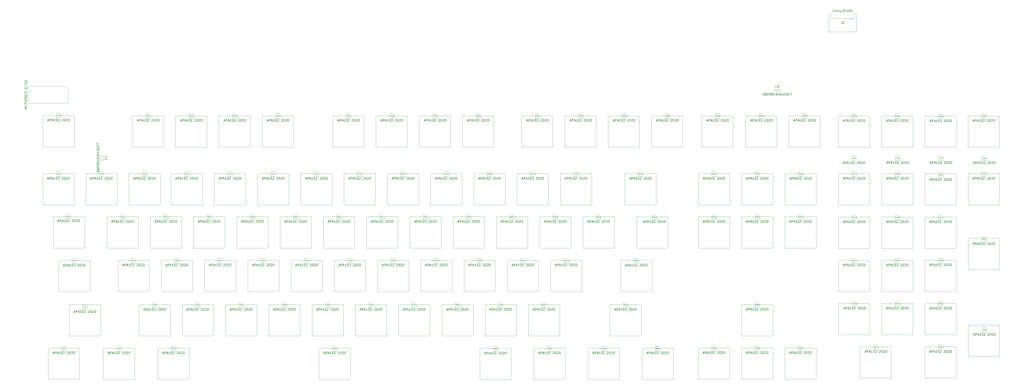
<source format=gbr>
%TF.GenerationSoftware,KiCad,Pcbnew,(5.1.9)-1*%
%TF.CreationDate,2021-03-30T13:42:28+10:00*%
%TF.ProjectId,RedPyKeeb,52656450-794b-4656-9562-2e6b69636164,rev?*%
%TF.SameCoordinates,Original*%
%TF.FileFunction,Other,Fab,Top*%
%FSLAX46Y46*%
G04 Gerber Fmt 4.6, Leading zero omitted, Abs format (unit mm)*
G04 Created by KiCad (PCBNEW (5.1.9)-1) date 2021-03-30 13:42:28*
%MOMM*%
%LPD*%
G01*
G04 APERTURE LIST*
%ADD10C,0.100000*%
%ADD11C,0.150000*%
%ADD12C,0.070000*%
G04 APERTURE END LIST*
D10*
%TO.C,U3*%
X92706500Y-83343300D02*
X92706500Y-89843300D01*
X92706500Y-89843300D02*
X74806500Y-89843300D01*
X74806500Y-89843300D02*
X74806500Y-82343300D01*
X74806500Y-82343300D02*
X91706500Y-82343300D01*
X91706500Y-82343300D02*
X92706500Y-83343300D01*
%TO.C,K12\u002C3*%
X339278200Y-173992300D02*
X353278200Y-173992300D01*
X339278200Y-159992300D02*
X339278200Y-173992300D01*
X353278200Y-159992300D02*
X339278200Y-159992300D01*
X353278200Y-173992300D02*
X353278200Y-159992300D01*
%TO.C,LD0\u002C4*%
X101215700Y-180462300D02*
X100715700Y-179962300D01*
X101215700Y-180462300D02*
X101215700Y-181962300D01*
X99215700Y-179962300D02*
X100715700Y-179962300D01*
X99215700Y-181962300D02*
X99215700Y-179962300D01*
X101215700Y-181962300D02*
X99215700Y-181962300D01*
%TO.C,LD0\u002C0*%
X89468200Y-94927800D02*
X88968200Y-94427800D01*
X89468200Y-94927800D02*
X89468200Y-96427800D01*
X87468200Y-94427800D02*
X88968200Y-94427800D01*
X87468200Y-96427800D02*
X87468200Y-94427800D01*
X89468200Y-96427800D02*
X87468200Y-96427800D01*
%TO.C,LD0\u002C3*%
X96453200Y-159697800D02*
X95953200Y-159197800D01*
X96453200Y-159697800D02*
X96453200Y-161197800D01*
X94453200Y-159197800D02*
X95953200Y-159197800D01*
X94453200Y-161197800D02*
X94453200Y-159197800D01*
X96453200Y-161197800D02*
X94453200Y-161197800D01*
%TO.C,LD0\u002C5*%
X91817700Y-198813800D02*
X91317700Y-198313800D01*
X91817700Y-198813800D02*
X91817700Y-200313800D01*
X89817700Y-198313800D02*
X91317700Y-198313800D01*
X89817700Y-200313800D02*
X89817700Y-198313800D01*
X91817700Y-200313800D02*
X89817700Y-200313800D01*
%TO.C,LD0\u002C1*%
X89404700Y-120962800D02*
X88904700Y-120462800D01*
X89404700Y-120962800D02*
X89404700Y-122462800D01*
X87404700Y-120462800D02*
X88904700Y-120462800D01*
X87404700Y-122462800D02*
X87404700Y-120462800D01*
X89404700Y-122462800D02*
X87404700Y-122462800D01*
%TO.C,LD0\u002C2*%
X93913200Y-139885800D02*
X93413200Y-139385800D01*
X93913200Y-139885800D02*
X93913200Y-141385800D01*
X91913200Y-139385800D02*
X93413200Y-139385800D01*
X91913200Y-141385800D02*
X91913200Y-139385800D01*
X93913200Y-141385800D02*
X91913200Y-141385800D01*
%TO.C,LD1\u002C2*%
X118043200Y-140190600D02*
X117543200Y-139690600D01*
X118043200Y-140190600D02*
X118043200Y-141690600D01*
X116043200Y-139690600D02*
X117543200Y-139690600D01*
X116043200Y-141690600D02*
X116043200Y-139690600D01*
X118043200Y-141690600D02*
X116043200Y-141690600D01*
%TO.C,LD1\u002C5*%
X116392200Y-198864600D02*
X115892200Y-198364600D01*
X116392200Y-198864600D02*
X116392200Y-200364600D01*
X114392200Y-198364600D02*
X115892200Y-198364600D01*
X114392200Y-200364600D02*
X114392200Y-198364600D01*
X116392200Y-200364600D02*
X114392200Y-200364600D01*
%TO.C,LD1\u002C3*%
X122932700Y-159621600D02*
X122432700Y-159121600D01*
X122932700Y-159621600D02*
X122932700Y-161121600D01*
X120932700Y-159121600D02*
X122432700Y-159121600D01*
X120932700Y-161121600D02*
X120932700Y-159121600D01*
X122932700Y-161121600D02*
X120932700Y-161121600D01*
%TO.C,LD1\u002C1*%
X108619800Y-120962800D02*
X108119800Y-120462800D01*
X108619800Y-120962800D02*
X108619800Y-122462800D01*
X106619800Y-120462800D02*
X108119800Y-120462800D01*
X106619800Y-122462800D02*
X106619800Y-120462800D01*
X108619800Y-122462800D02*
X106619800Y-122462800D01*
%TO.C,LD1\u002C4*%
X132330700Y-179433600D02*
X131830700Y-178933600D01*
X132330700Y-179433600D02*
X132330700Y-180933600D01*
X130330700Y-178933600D02*
X131830700Y-178933600D01*
X130330700Y-180933600D02*
X130330700Y-178933600D01*
X132330700Y-180933600D02*
X130330700Y-180933600D01*
%TO.C,LD1\u002C0*%
X129473200Y-95042100D02*
X128973200Y-94542100D01*
X129473200Y-95042100D02*
X129473200Y-96542100D01*
X127473200Y-94542100D02*
X128973200Y-94542100D01*
X127473200Y-96542100D02*
X127473200Y-94542100D01*
X129473200Y-96542100D02*
X127473200Y-96542100D01*
%TO.C,LD2\u002C2*%
X137347200Y-140190600D02*
X136847200Y-139690600D01*
X137347200Y-140190600D02*
X137347200Y-141690600D01*
X135347200Y-139690600D02*
X136847200Y-139690600D01*
X135347200Y-141690600D02*
X135347200Y-139690600D01*
X137347200Y-141690600D02*
X135347200Y-141690600D01*
%TO.C,LD2\u002C1*%
X127822200Y-120950100D02*
X127322200Y-120450100D01*
X127822200Y-120950100D02*
X127822200Y-122450100D01*
X125822200Y-120450100D02*
X127322200Y-120450100D01*
X125822200Y-122450100D02*
X125822200Y-120450100D01*
X127822200Y-122450100D02*
X125822200Y-122450100D01*
%TO.C,LD2\u002C0*%
X148777200Y-95042100D02*
X148277200Y-94542100D01*
X148777200Y-95042100D02*
X148777200Y-96542100D01*
X146777200Y-94542100D02*
X148277200Y-94542100D01*
X146777200Y-96542100D02*
X146777200Y-94542100D01*
X148777200Y-96542100D02*
X146777200Y-96542100D01*
%TO.C,LD2\u002C4*%
X151494700Y-179433600D02*
X150994700Y-178933600D01*
X151494700Y-179433600D02*
X151494700Y-180933600D01*
X149494700Y-178933600D02*
X150994700Y-178933600D01*
X149494700Y-180933600D02*
X149494700Y-178933600D01*
X151494700Y-180933600D02*
X149494700Y-180933600D01*
%TO.C,LD2\u002C5*%
X140776200Y-198864600D02*
X140276200Y-198364600D01*
X140776200Y-198864600D02*
X140776200Y-200364600D01*
X138776200Y-198364600D02*
X140276200Y-198364600D01*
X138776200Y-200364600D02*
X138776200Y-198364600D01*
X140776200Y-200364600D02*
X138776200Y-200364600D01*
%TO.C,LD2\u002C3*%
X142236700Y-159621600D02*
X141736700Y-159121600D01*
X142236700Y-159621600D02*
X142236700Y-161121600D01*
X140236700Y-159121600D02*
X141736700Y-159121600D01*
X140236700Y-161121600D02*
X140236700Y-159121600D01*
X142236700Y-161121600D02*
X140236700Y-161121600D01*
%TO.C,LD3\u002C3*%
X161540700Y-159621600D02*
X161040700Y-159121600D01*
X161540700Y-159621600D02*
X161540700Y-161121600D01*
X159540700Y-159121600D02*
X161040700Y-159121600D01*
X159540700Y-161121600D02*
X159540700Y-159121600D01*
X161540700Y-161121600D02*
X159540700Y-161121600D01*
%TO.C,LD3\u002C5*%
X212658200Y-198864600D02*
X212158200Y-198364600D01*
X212658200Y-198864600D02*
X212658200Y-200364600D01*
X210658200Y-198364600D02*
X212158200Y-198364600D01*
X210658200Y-200364600D02*
X210658200Y-198364600D01*
X212658200Y-200364600D02*
X210658200Y-200364600D01*
%TO.C,LD3\u002C4*%
X170938700Y-179433600D02*
X170438700Y-178933600D01*
X170938700Y-179433600D02*
X170938700Y-180933600D01*
X168938700Y-178933600D02*
X170438700Y-178933600D01*
X168938700Y-180933600D02*
X168938700Y-178933600D01*
X170938700Y-180933600D02*
X168938700Y-180933600D01*
%TO.C,LD3\u002C2*%
X156651200Y-140190600D02*
X156151200Y-139690600D01*
X156651200Y-140190600D02*
X156651200Y-141690600D01*
X154651200Y-139690600D02*
X156151200Y-139690600D01*
X154651200Y-141690600D02*
X154651200Y-139690600D01*
X156651200Y-141690600D02*
X154651200Y-141690600D01*
%TO.C,LD3\u002C1*%
X146618200Y-120950100D02*
X146118200Y-120450100D01*
X146618200Y-120950100D02*
X146618200Y-122450100D01*
X144618200Y-120450100D02*
X146118200Y-120450100D01*
X144618200Y-122450100D02*
X144618200Y-120450100D01*
X146618200Y-122450100D02*
X144618200Y-122450100D01*
%TO.C,LD3\u002C0*%
X168081200Y-95042100D02*
X167581200Y-94542100D01*
X168081200Y-95042100D02*
X168081200Y-96542100D01*
X166081200Y-94542100D02*
X167581200Y-94542100D01*
X166081200Y-96542100D02*
X166081200Y-94542100D01*
X168081200Y-96542100D02*
X166081200Y-96542100D01*
%TO.C,LD4\u002C1*%
X165922200Y-120950100D02*
X165422200Y-120450100D01*
X165922200Y-120950100D02*
X165922200Y-122450100D01*
X163922200Y-120450100D02*
X165422200Y-120450100D01*
X163922200Y-122450100D02*
X163922200Y-120450100D01*
X165922200Y-122450100D02*
X163922200Y-122450100D01*
%TO.C,LD4\u002C2*%
X175955200Y-140190600D02*
X175455200Y-139690600D01*
X175955200Y-140190600D02*
X175955200Y-141690600D01*
X173955200Y-139690600D02*
X175455200Y-139690600D01*
X173955200Y-141690600D02*
X173955200Y-139690600D01*
X175955200Y-141690600D02*
X173955200Y-141690600D01*
%TO.C,LD4\u002C0*%
X187385200Y-95042100D02*
X186885200Y-94542100D01*
X187385200Y-95042100D02*
X187385200Y-96542100D01*
X185385200Y-94542100D02*
X186885200Y-94542100D01*
X185385200Y-96542100D02*
X185385200Y-94542100D01*
X187385200Y-96542100D02*
X185385200Y-96542100D01*
%TO.C,LD4\u002C4*%
X190242700Y-179433600D02*
X189742700Y-178933600D01*
X190242700Y-179433600D02*
X190242700Y-180933600D01*
X188242700Y-178933600D02*
X189742700Y-178933600D01*
X188242700Y-180933600D02*
X188242700Y-178933600D01*
X190242700Y-180933600D02*
X188242700Y-180933600D01*
%TO.C,LD4\u002C3*%
X180844700Y-159621600D02*
X180344700Y-159121600D01*
X180844700Y-159621600D02*
X180844700Y-161121600D01*
X178844700Y-159121600D02*
X180344700Y-159121600D01*
X178844700Y-161121600D02*
X178844700Y-159121600D01*
X180844700Y-161121600D02*
X178844700Y-161121600D01*
%TO.C,LD5\u002C3*%
X200148700Y-159621600D02*
X199648700Y-159121600D01*
X200148700Y-159621600D02*
X200148700Y-161121600D01*
X198148700Y-159121600D02*
X199648700Y-159121600D01*
X198148700Y-161121600D02*
X198148700Y-159121600D01*
X200148700Y-161121600D02*
X198148700Y-161121600D01*
%TO.C,LD5\u002C0*%
X218881200Y-95042100D02*
X218381200Y-94542100D01*
X218881200Y-95042100D02*
X218881200Y-96542100D01*
X216881200Y-94542100D02*
X218381200Y-94542100D01*
X216881200Y-96542100D02*
X216881200Y-94542100D01*
X218881200Y-96542100D02*
X216881200Y-96542100D01*
%TO.C,LD5\u002C4*%
X209546700Y-179433600D02*
X209046700Y-178933600D01*
X209546700Y-179433600D02*
X209546700Y-180933600D01*
X207546700Y-178933600D02*
X209046700Y-178933600D01*
X207546700Y-180933600D02*
X207546700Y-178933600D01*
X209546700Y-180933600D02*
X207546700Y-180933600D01*
%TO.C,LD5\u002C2*%
X195259200Y-140190600D02*
X194759200Y-139690600D01*
X195259200Y-140190600D02*
X195259200Y-141690600D01*
X193259200Y-139690600D02*
X194759200Y-139690600D01*
X193259200Y-141690600D02*
X193259200Y-139690600D01*
X195259200Y-141690600D02*
X193259200Y-141690600D01*
%TO.C,LD5\u002C1*%
X185226200Y-120950100D02*
X184726200Y-120450100D01*
X185226200Y-120950100D02*
X185226200Y-122450100D01*
X183226200Y-120450100D02*
X184726200Y-120450100D01*
X183226200Y-122450100D02*
X183226200Y-120450100D01*
X185226200Y-122450100D02*
X183226200Y-122450100D01*
%TO.C,LD6\u002C2*%
X214563200Y-140190600D02*
X214063200Y-139690600D01*
X214563200Y-140190600D02*
X214563200Y-141690600D01*
X212563200Y-139690600D02*
X214063200Y-139690600D01*
X212563200Y-141690600D02*
X212563200Y-139690600D01*
X214563200Y-141690600D02*
X212563200Y-141690600D01*
%TO.C,LD6\u002C0*%
X238185200Y-95042100D02*
X237685200Y-94542100D01*
X238185200Y-95042100D02*
X238185200Y-96542100D01*
X236185200Y-94542100D02*
X237685200Y-94542100D01*
X236185200Y-96542100D02*
X236185200Y-94542100D01*
X238185200Y-96542100D02*
X236185200Y-96542100D01*
%TO.C,LD6\u002C4*%
X228850700Y-179433600D02*
X228350700Y-178933600D01*
X228850700Y-179433600D02*
X228850700Y-180933600D01*
X226850700Y-178933600D02*
X228350700Y-178933600D01*
X226850700Y-180933600D02*
X226850700Y-178933600D01*
X228850700Y-180933600D02*
X226850700Y-180933600D01*
%TO.C,LD6\u002C3*%
X219452700Y-159621600D02*
X218952700Y-159121600D01*
X219452700Y-159621600D02*
X219452700Y-161121600D01*
X217452700Y-159121600D02*
X218952700Y-159121600D01*
X217452700Y-161121600D02*
X217452700Y-159121600D01*
X219452700Y-161121600D02*
X217452700Y-161121600D01*
%TO.C,LD6\u002C1*%
X204530200Y-120950100D02*
X204030200Y-120450100D01*
X204530200Y-120950100D02*
X204530200Y-122450100D01*
X202530200Y-120450100D02*
X204030200Y-120450100D01*
X202530200Y-122450100D02*
X202530200Y-120450100D01*
X204530200Y-122450100D02*
X202530200Y-122450100D01*
%TO.C,LD7\u002C0*%
X257489200Y-95042100D02*
X256989200Y-94542100D01*
X257489200Y-95042100D02*
X257489200Y-96542100D01*
X255489200Y-94542100D02*
X256989200Y-94542100D01*
X255489200Y-96542100D02*
X255489200Y-94542100D01*
X257489200Y-96542100D02*
X255489200Y-96542100D01*
%TO.C,LD7\u002C4*%
X248154700Y-179433600D02*
X247654700Y-178933600D01*
X248154700Y-179433600D02*
X248154700Y-180933600D01*
X246154700Y-178933600D02*
X247654700Y-178933600D01*
X246154700Y-180933600D02*
X246154700Y-178933600D01*
X248154700Y-180933600D02*
X246154700Y-180933600D01*
%TO.C,LD7\u002C3*%
X238756700Y-159621600D02*
X238256700Y-159121600D01*
X238756700Y-159621600D02*
X238756700Y-161121600D01*
X236756700Y-159121600D02*
X238256700Y-159121600D01*
X236756700Y-161121600D02*
X236756700Y-159121600D01*
X238756700Y-161121600D02*
X236756700Y-161121600D01*
%TO.C,LD7\u002C1*%
X223834200Y-120950100D02*
X223334200Y-120450100D01*
X223834200Y-120950100D02*
X223834200Y-122450100D01*
X221834200Y-120450100D02*
X223334200Y-120450100D01*
X221834200Y-122450100D02*
X221834200Y-120450100D01*
X223834200Y-122450100D02*
X221834200Y-122450100D01*
%TO.C,LD7\u002C2*%
X233867200Y-140190600D02*
X233367200Y-139690600D01*
X233867200Y-140190600D02*
X233867200Y-141690600D01*
X231867200Y-139690600D02*
X233367200Y-139690600D01*
X231867200Y-141690600D02*
X231867200Y-139690600D01*
X233867200Y-141690600D02*
X231867200Y-141690600D01*
%TO.C,LD8\u002C3*%
X258060700Y-159621600D02*
X257560700Y-159121600D01*
X258060700Y-159621600D02*
X258060700Y-161121600D01*
X256060700Y-159121600D02*
X257560700Y-159121600D01*
X256060700Y-161121600D02*
X256060700Y-159121600D01*
X258060700Y-161121600D02*
X256060700Y-161121600D01*
%TO.C,LD8\u002C4*%
X267458700Y-179433600D02*
X266958700Y-178933600D01*
X267458700Y-179433600D02*
X267458700Y-180933600D01*
X265458700Y-178933600D02*
X266958700Y-178933600D01*
X265458700Y-180933600D02*
X265458700Y-178933600D01*
X267458700Y-180933600D02*
X265458700Y-180933600D01*
%TO.C,LD8\u002C0*%
X276793200Y-95042100D02*
X276293200Y-94542100D01*
X276793200Y-95042100D02*
X276793200Y-96542100D01*
X274793200Y-94542100D02*
X276293200Y-94542100D01*
X274793200Y-96542100D02*
X274793200Y-94542100D01*
X276793200Y-96542100D02*
X274793200Y-96542100D01*
%TO.C,LD8\u002C2*%
X253171200Y-140190600D02*
X252671200Y-139690600D01*
X253171200Y-140190600D02*
X253171200Y-141690600D01*
X251171200Y-139690600D02*
X252671200Y-139690600D01*
X251171200Y-141690600D02*
X251171200Y-139690600D01*
X253171200Y-141690600D02*
X251171200Y-141690600D01*
%TO.C,LD8\u002C1*%
X243138200Y-120950100D02*
X242638200Y-120450100D01*
X243138200Y-120950100D02*
X243138200Y-122450100D01*
X241138200Y-120450100D02*
X242638200Y-120450100D01*
X241138200Y-122450100D02*
X241138200Y-120450100D01*
X243138200Y-122450100D02*
X241138200Y-122450100D01*
%TO.C,LD8\u002C5*%
X284413200Y-198973399D02*
X283913200Y-198473399D01*
X284413200Y-198973399D02*
X284413200Y-200473399D01*
X282413200Y-198473399D02*
X283913200Y-198473399D01*
X282413200Y-200473399D02*
X282413200Y-198473399D01*
X284413200Y-200473399D02*
X282413200Y-200473399D01*
%TO.C,LD9\u002C0*%
X303209200Y-95042100D02*
X302709200Y-94542100D01*
X303209200Y-95042100D02*
X303209200Y-96542100D01*
X301209200Y-94542100D02*
X302709200Y-94542100D01*
X301209200Y-96542100D02*
X301209200Y-94542100D01*
X303209200Y-96542100D02*
X301209200Y-96542100D01*
%TO.C,LD9\u002C1*%
X262442200Y-120950100D02*
X261942200Y-120450100D01*
X262442200Y-120950100D02*
X262442200Y-122450100D01*
X260442200Y-120450100D02*
X261942200Y-120450100D01*
X260442200Y-122450100D02*
X260442200Y-120450100D01*
X262442200Y-122450100D02*
X260442200Y-122450100D01*
%TO.C,LD9\u002C4*%
X286762700Y-179433600D02*
X286262700Y-178933600D01*
X286762700Y-179433600D02*
X286762700Y-180933600D01*
X284762700Y-178933600D02*
X286262700Y-178933600D01*
X284762700Y-180933600D02*
X284762700Y-178933600D01*
X286762700Y-180933600D02*
X284762700Y-180933600D01*
%TO.C,LD9\u002C3*%
X277364700Y-159621600D02*
X276864700Y-159121600D01*
X277364700Y-159621600D02*
X277364700Y-161121600D01*
X275364700Y-159121600D02*
X276864700Y-159121600D01*
X275364700Y-161121600D02*
X275364700Y-159121600D01*
X277364700Y-161121600D02*
X275364700Y-161121600D01*
%TO.C,LD9\u002C5*%
X308543200Y-198864600D02*
X308043200Y-198364600D01*
X308543200Y-198864600D02*
X308543200Y-200364600D01*
X306543200Y-198364600D02*
X308043200Y-198364600D01*
X306543200Y-200364600D02*
X306543200Y-198364600D01*
X308543200Y-200364600D02*
X306543200Y-200364600D01*
%TO.C,LD9\u002C2*%
X272475200Y-140190600D02*
X271975200Y-139690600D01*
X272475200Y-140190600D02*
X272475200Y-141690600D01*
X270475200Y-139690600D02*
X271975200Y-139690600D01*
X270475200Y-141690600D02*
X270475200Y-139690600D01*
X272475200Y-141690600D02*
X270475200Y-141690600D01*
%TO.C,LD10\u002C0*%
X322513200Y-95042100D02*
X322013200Y-94542100D01*
X322513200Y-95042100D02*
X322513200Y-96542100D01*
X320513200Y-94542100D02*
X322013200Y-94542100D01*
X320513200Y-96542100D02*
X320513200Y-94542100D01*
X322513200Y-96542100D02*
X320513200Y-96542100D01*
%TO.C,LD10\u002C5*%
X332736700Y-198864600D02*
X332236700Y-198364600D01*
X332736700Y-198864600D02*
X332736700Y-200364600D01*
X330736700Y-198364600D02*
X332236700Y-198364600D01*
X330736700Y-200364600D02*
X330736700Y-198364600D01*
X332736700Y-200364600D02*
X330736700Y-200364600D01*
%TO.C,LD10\u002C1*%
X281746200Y-120950100D02*
X281246200Y-120450100D01*
X281746200Y-120950100D02*
X281746200Y-122450100D01*
X279746200Y-120450100D02*
X281246200Y-120450100D01*
X279746200Y-122450100D02*
X279746200Y-120450100D01*
X281746200Y-122450100D02*
X279746200Y-122450100D01*
%TO.C,LD10\u002C2*%
X291779200Y-140190600D02*
X291279200Y-139690600D01*
X291779200Y-140190600D02*
X291779200Y-141690600D01*
X289779200Y-139690600D02*
X291279200Y-139690600D01*
X289779200Y-141690600D02*
X289779200Y-139690600D01*
X291779200Y-141690600D02*
X289779200Y-141690600D01*
%TO.C,LD10\u002C4*%
X306066700Y-179433600D02*
X305566700Y-178933600D01*
X306066700Y-179433600D02*
X306066700Y-180933600D01*
X304066700Y-178933600D02*
X305566700Y-178933600D01*
X304066700Y-180933600D02*
X304066700Y-178933600D01*
X306066700Y-180933600D02*
X304066700Y-180933600D01*
%TO.C,LD10\u002C3*%
X296668700Y-159621600D02*
X296168700Y-159121600D01*
X296668700Y-159621600D02*
X296668700Y-161121600D01*
X294668700Y-159121600D02*
X296168700Y-159121600D01*
X294668700Y-161121600D02*
X294668700Y-159121600D01*
X296668700Y-161121600D02*
X294668700Y-161121600D01*
%TO.C,LD11\u002C1*%
X301050200Y-120950100D02*
X300550200Y-120450100D01*
X301050200Y-120950100D02*
X301050200Y-122450100D01*
X299050200Y-120450100D02*
X300550200Y-120450100D01*
X299050200Y-122450100D02*
X299050200Y-120450100D01*
X301050200Y-122450100D02*
X299050200Y-122450100D01*
%TO.C,LD11\u002C3*%
X315972700Y-159621600D02*
X315472700Y-159121600D01*
X315972700Y-159621600D02*
X315972700Y-161121600D01*
X313972700Y-159121600D02*
X315472700Y-159121600D01*
X313972700Y-161121600D02*
X313972700Y-159121600D01*
X315972700Y-161121600D02*
X313972700Y-161121600D01*
%TO.C,LD11\u002C0*%
X341817200Y-95042100D02*
X341317200Y-94542100D01*
X341817200Y-95042100D02*
X341817200Y-96542100D01*
X339817200Y-94542100D02*
X341317200Y-94542100D01*
X339817200Y-96542100D02*
X339817200Y-94542100D01*
X341817200Y-96542100D02*
X339817200Y-96542100D01*
%TO.C,LD11\u002C5*%
X356803200Y-198864600D02*
X356303200Y-198364600D01*
X356803200Y-198864600D02*
X356803200Y-200364600D01*
X354803200Y-198364600D02*
X356303200Y-198364600D01*
X354803200Y-200364600D02*
X354803200Y-198364600D01*
X356803200Y-200364600D02*
X354803200Y-200364600D01*
%TO.C,LD11\u002C2*%
X311083200Y-140190600D02*
X310583200Y-139690600D01*
X311083200Y-140190600D02*
X311083200Y-141690600D01*
X309083200Y-139690600D02*
X310583200Y-139690600D01*
X309083200Y-141690600D02*
X309083200Y-139690600D01*
X311083200Y-141690600D02*
X309083200Y-141690600D01*
%TO.C,LD11\u002C4*%
X342452200Y-179433600D02*
X341952200Y-178933600D01*
X342452200Y-179433600D02*
X342452200Y-180933600D01*
X340452200Y-178933600D02*
X341952200Y-178933600D01*
X340452200Y-180933600D02*
X340452200Y-178933600D01*
X342452200Y-180933600D02*
X340452200Y-180933600D01*
%TO.C,LD12\u002C2*%
X330387200Y-140190600D02*
X329887200Y-139690600D01*
X330387200Y-140190600D02*
X330387200Y-141690600D01*
X328387200Y-139690600D02*
X329887200Y-139690600D01*
X328387200Y-141690600D02*
X328387200Y-139690600D01*
X330387200Y-141690600D02*
X328387200Y-141690600D01*
%TO.C,LD12\u002C3*%
X347278200Y-159707500D02*
X346778200Y-159207500D01*
X347278200Y-159707500D02*
X347278200Y-161207500D01*
X345278200Y-159207500D02*
X346778200Y-159207500D01*
X345278200Y-161207500D02*
X345278200Y-159207500D01*
X347278200Y-161207500D02*
X345278200Y-161207500D01*
%TO.C,LD12\u002C1*%
X320354200Y-120950100D02*
X319854200Y-120450100D01*
X320354200Y-120950100D02*
X320354200Y-122450100D01*
X318354200Y-120450100D02*
X319854200Y-120450100D01*
X318354200Y-122450100D02*
X318354200Y-120450100D01*
X320354200Y-122450100D02*
X318354200Y-122450100D01*
%TO.C,LD12\u002C0*%
X361121200Y-95042100D02*
X360621200Y-94542100D01*
X361121200Y-95042100D02*
X361121200Y-96542100D01*
X359121200Y-94542100D02*
X360621200Y-94542100D01*
X359121200Y-96542100D02*
X359121200Y-94542100D01*
X361121200Y-96542100D02*
X359121200Y-96542100D01*
%TO.C,LD13\u002C2*%
X355342700Y-140254100D02*
X354842700Y-139754100D01*
X355342700Y-140254100D02*
X355342700Y-141754100D01*
X353342700Y-139754100D02*
X354842700Y-139754100D01*
X353342700Y-141754100D02*
X353342700Y-139754100D01*
X355342700Y-141754100D02*
X353342700Y-141754100D01*
%TO.C,LD13\u002C1*%
X349119700Y-120950100D02*
X348619700Y-120450100D01*
X349119700Y-120950100D02*
X349119700Y-122450100D01*
X347119700Y-120450100D02*
X348619700Y-120450100D01*
X347119700Y-122450100D02*
X347119700Y-120450100D01*
X349119700Y-122450100D02*
X347119700Y-122450100D01*
%TO.C,LD14\u002C6*%
X381911100Y-198737600D02*
X381411100Y-198237600D01*
X381911100Y-198737600D02*
X381911100Y-200237600D01*
X379911100Y-198237600D02*
X381411100Y-198237600D01*
X379911100Y-200237600D02*
X379911100Y-198237600D01*
X381911100Y-200237600D02*
X379911100Y-200237600D01*
%TO.C,LD14\u002C0*%
X383562100Y-95042100D02*
X383062100Y-94542100D01*
X383562100Y-95042100D02*
X383562100Y-96542100D01*
X381562100Y-94542100D02*
X383062100Y-94542100D01*
X381562100Y-96542100D02*
X381562100Y-94542100D01*
X383562100Y-96542100D02*
X381562100Y-96542100D01*
%TO.C,LD14\u002C3*%
X381974600Y-140190600D02*
X381474600Y-139690600D01*
X381974600Y-140190600D02*
X381974600Y-141690600D01*
X379974600Y-139690600D02*
X381474600Y-139690600D01*
X379974600Y-141690600D02*
X379974600Y-139690600D01*
X381974600Y-141690600D02*
X379974600Y-141690600D01*
%TO.C,LD14\u002C1*%
X381974600Y-120950100D02*
X381474600Y-120450100D01*
X381974600Y-120950100D02*
X381974600Y-122450100D01*
X379974600Y-120450100D02*
X381474600Y-120450100D01*
X379974600Y-122450100D02*
X379974600Y-120450100D01*
X381974600Y-122450100D02*
X379974600Y-122450100D01*
%TO.C,LD15\u002C1*%
X401278600Y-120950100D02*
X400778600Y-120450100D01*
X401278600Y-120950100D02*
X401278600Y-122450100D01*
X399278600Y-120450100D02*
X400778600Y-120450100D01*
X399278600Y-122450100D02*
X399278600Y-120450100D01*
X401278600Y-122450100D02*
X399278600Y-122450100D01*
%TO.C,LD15\u002C3*%
X401278600Y-140190600D02*
X400778600Y-139690600D01*
X401278600Y-140190600D02*
X401278600Y-141690600D01*
X399278600Y-139690600D02*
X400778600Y-139690600D01*
X399278600Y-141690600D02*
X399278600Y-139690600D01*
X401278600Y-141690600D02*
X399278600Y-141690600D01*
%TO.C,LD15\u002C6*%
X401215100Y-198737600D02*
X400715100Y-198237600D01*
X401215100Y-198737600D02*
X401215100Y-200237600D01*
X399215100Y-198237600D02*
X400715100Y-198237600D01*
X399215100Y-200237600D02*
X399215100Y-198237600D01*
X401215100Y-200237600D02*
X399215100Y-200237600D01*
%TO.C,LD15\u002C5*%
X401215100Y-179382800D02*
X400715100Y-178882800D01*
X401215100Y-179382800D02*
X401215100Y-180882800D01*
X399215100Y-178882800D02*
X400715100Y-178882800D01*
X399215100Y-180882800D02*
X399215100Y-178882800D01*
X401215100Y-180882800D02*
X399215100Y-180882800D01*
%TO.C,LD15\u002C0*%
X403120100Y-95042100D02*
X402620100Y-94542100D01*
X403120100Y-95042100D02*
X403120100Y-96542100D01*
X401120100Y-94542100D02*
X402620100Y-94542100D01*
X401120100Y-96542100D02*
X401120100Y-94542100D01*
X403120100Y-96542100D02*
X401120100Y-96542100D01*
%TO.C,LD16\u002C4*%
X444458600Y-159621600D02*
X443958600Y-159121600D01*
X444458600Y-159621600D02*
X444458600Y-161121600D01*
X442458600Y-159121600D02*
X443958600Y-159121600D01*
X442458600Y-161121600D02*
X442458600Y-159121600D01*
X444458600Y-161121600D02*
X442458600Y-161121600D01*
%TO.C,LD16\u002C0*%
X422424100Y-95042100D02*
X421924100Y-94542100D01*
X422424100Y-95042100D02*
X422424100Y-96542100D01*
X420424100Y-94542100D02*
X421924100Y-94542100D01*
X420424100Y-96542100D02*
X420424100Y-94542100D01*
X422424100Y-96542100D02*
X420424100Y-96542100D01*
%TO.C,LD16\u002C6*%
X420519100Y-198737600D02*
X420019100Y-198237600D01*
X420519100Y-198737600D02*
X420519100Y-200237600D01*
X418519100Y-198237600D02*
X420019100Y-198237600D01*
X418519100Y-200237600D02*
X418519100Y-198237600D01*
X420519100Y-200237600D02*
X418519100Y-200237600D01*
%TO.C,LD16\u002C1*%
X420660800Y-120975500D02*
X420160800Y-120475500D01*
X420660800Y-120975500D02*
X420660800Y-122475500D01*
X418660800Y-120475500D02*
X420160800Y-120475500D01*
X418660800Y-122475500D02*
X418660800Y-120475500D01*
X420660800Y-122475500D02*
X418660800Y-122475500D01*
%TO.C,LD16\u002C3*%
X420582600Y-140190600D02*
X420082600Y-139690600D01*
X420582600Y-140190600D02*
X420582600Y-141690600D01*
X418582600Y-139690600D02*
X420082600Y-139690600D01*
X418582600Y-141690600D02*
X418582600Y-139690600D01*
X420582600Y-141690600D02*
X418582600Y-141690600D01*
%TO.C,LD16\u002C5*%
X444712600Y-178925600D02*
X444212600Y-178425600D01*
X444712600Y-178925600D02*
X444712600Y-180425600D01*
X442712600Y-178425600D02*
X444212600Y-178425600D01*
X442712600Y-180425600D02*
X442712600Y-178425600D01*
X444712600Y-180425600D02*
X442712600Y-180425600D01*
%TO.C,LD17\u002C7*%
X444331600Y-113965100D02*
X443831600Y-113465100D01*
X444331600Y-113965100D02*
X444331600Y-115465100D01*
X442331600Y-113465100D02*
X443831600Y-113465100D01*
X442331600Y-115465100D02*
X442331600Y-113465100D01*
X444331600Y-115465100D02*
X442331600Y-115465100D01*
%TO.C,LD17\u002C0*%
X444395100Y-95169100D02*
X443895100Y-94669100D01*
X444395100Y-95169100D02*
X444395100Y-96669100D01*
X442395100Y-94669100D02*
X443895100Y-94669100D01*
X442395100Y-96669100D02*
X442395100Y-94669100D01*
X444395100Y-96669100D02*
X442395100Y-96669100D01*
%TO.C,LD17\u002C1*%
X444458600Y-120950100D02*
X443958600Y-120450100D01*
X444458600Y-120950100D02*
X444458600Y-122450100D01*
X442458600Y-120450100D02*
X443958600Y-120450100D01*
X442458600Y-122450100D02*
X442458600Y-120450100D01*
X444458600Y-122450100D02*
X442458600Y-122450100D01*
%TO.C,LD17\u002C5*%
X463762600Y-178925600D02*
X463262600Y-178425600D01*
X463762600Y-178925600D02*
X463762600Y-180425600D01*
X461762600Y-178425600D02*
X463262600Y-178425600D01*
X461762600Y-180425600D02*
X461762600Y-178425600D01*
X463762600Y-180425600D02*
X461762600Y-180425600D01*
%TO.C,LD17\u002C6*%
X454237600Y-198229600D02*
X453737600Y-197729600D01*
X454237600Y-198229600D02*
X454237600Y-199729600D01*
X452237600Y-197729600D02*
X453737600Y-197729600D01*
X452237600Y-199729600D02*
X452237600Y-197729600D01*
X454237600Y-199729600D02*
X452237600Y-199729600D01*
%TO.C,LD17\u002C3*%
X444458600Y-140317600D02*
X443958600Y-139817600D01*
X444458600Y-140317600D02*
X444458600Y-141817600D01*
X442458600Y-139817600D02*
X443958600Y-139817600D01*
X442458600Y-141817600D02*
X442458600Y-139817600D01*
X444458600Y-141817600D02*
X442458600Y-141817600D01*
%TO.C,LD17\u002C4*%
X463762600Y-159621600D02*
X463262600Y-159121600D01*
X463762600Y-159621600D02*
X463762600Y-161121600D01*
X461762600Y-159121600D02*
X463262600Y-159121600D01*
X461762600Y-161121600D02*
X461762600Y-159121600D01*
X463762600Y-161121600D02*
X461762600Y-161121600D01*
%TO.C,LD18\u002C6*%
X483066600Y-198229600D02*
X482566600Y-197729600D01*
X483066600Y-198229600D02*
X483066600Y-199729600D01*
X481066600Y-197729600D02*
X482566600Y-197729600D01*
X481066600Y-199729600D02*
X481066600Y-197729600D01*
X483066600Y-199729600D02*
X481066600Y-199729600D01*
%TO.C,LD18\u002C1*%
X463762600Y-120950100D02*
X463262600Y-120450100D01*
X463762600Y-120950100D02*
X463762600Y-122450100D01*
X461762600Y-120450100D02*
X463262600Y-120450100D01*
X461762600Y-122450100D02*
X461762600Y-120450100D01*
X463762600Y-122450100D02*
X461762600Y-122450100D01*
%TO.C,LD18\u002C7*%
X463953100Y-113914300D02*
X463453100Y-113414300D01*
X463953100Y-113914300D02*
X463953100Y-115414300D01*
X461953100Y-113414300D02*
X463453100Y-113414300D01*
X461953100Y-115414300D02*
X461953100Y-113414300D01*
X463953100Y-115414300D02*
X461953100Y-115414300D01*
%TO.C,LD18\u002C5*%
X483066600Y-178925600D02*
X482566600Y-178425600D01*
X483066600Y-178925600D02*
X483066600Y-180425600D01*
X481066600Y-178425600D02*
X482566600Y-178425600D01*
X481066600Y-180425600D02*
X481066600Y-178425600D01*
X483066600Y-180425600D02*
X481066600Y-180425600D01*
%TO.C,LD18\u002C4*%
X483066600Y-159558100D02*
X482566600Y-159058100D01*
X483066600Y-159558100D02*
X483066600Y-161058100D01*
X481066600Y-159058100D02*
X482566600Y-159058100D01*
X481066600Y-161058100D02*
X481066600Y-159058100D01*
X483066600Y-161058100D02*
X481066600Y-161058100D01*
%TO.C,LD18\u002C3*%
X463762600Y-140317600D02*
X463262600Y-139817600D01*
X463762600Y-140317600D02*
X463762600Y-141817600D01*
X461762600Y-139817600D02*
X463262600Y-139817600D01*
X461762600Y-141817600D02*
X461762600Y-139817600D01*
X463762600Y-141817600D02*
X461762600Y-141817600D01*
%TO.C,LD18\u002C0*%
X463699100Y-95169100D02*
X463199100Y-94669100D01*
X463699100Y-95169100D02*
X463699100Y-96669100D01*
X461699100Y-94669100D02*
X463199100Y-94669100D01*
X461699100Y-96669100D02*
X461699100Y-94669100D01*
X463699100Y-96669100D02*
X461699100Y-96669100D01*
%TO.C,LD19\u002C7*%
X483257100Y-113914300D02*
X482757100Y-113414300D01*
X483257100Y-113914300D02*
X483257100Y-115414300D01*
X481257100Y-113414300D02*
X482757100Y-113414300D01*
X481257100Y-115414300D02*
X481257100Y-113414300D01*
X483257100Y-115414300D02*
X481257100Y-115414300D01*
%TO.C,LD19\u002C0*%
X483121300Y-95254399D02*
X482621300Y-94754399D01*
X483121300Y-95254399D02*
X483121300Y-96754399D01*
X481121300Y-94754399D02*
X482621300Y-94754399D01*
X481121300Y-96754399D02*
X481121300Y-94754399D01*
X483121300Y-96754399D02*
X481121300Y-96754399D01*
%TO.C,LD19\u002C1*%
X483066600Y-121458100D02*
X482566600Y-120958100D01*
X483066600Y-121458100D02*
X483066600Y-122958100D01*
X481066600Y-120958100D02*
X482566600Y-120958100D01*
X481066600Y-122958100D02*
X481066600Y-120958100D01*
X483066600Y-122958100D02*
X481066600Y-122958100D01*
%TO.C,LD19\u002C4*%
X502370600Y-150096600D02*
X501870600Y-149596600D01*
X502370600Y-150096600D02*
X502370600Y-151596600D01*
X500370600Y-149596600D02*
X501870600Y-149596600D01*
X500370600Y-151596600D02*
X500370600Y-149596600D01*
X502370600Y-151596600D02*
X500370600Y-151596600D01*
%TO.C,LD19\u002C3*%
X483066600Y-140317600D02*
X482566600Y-139817600D01*
X483066600Y-140317600D02*
X483066600Y-141817600D01*
X481066600Y-139817600D02*
X482566600Y-139817600D01*
X481066600Y-141817600D02*
X481066600Y-139817600D01*
X483066600Y-141817600D02*
X481066600Y-141817600D01*
%TO.C,LD19\u002C6*%
X502624600Y-190609600D02*
X502124600Y-190109600D01*
X502624600Y-190609600D02*
X502624600Y-192109600D01*
X500624600Y-190109600D02*
X502124600Y-190109600D01*
X500624600Y-192109600D02*
X500624600Y-190109600D01*
X502624600Y-192109600D02*
X500624600Y-192109600D01*
%TO.C,LD20\u002C1*%
X502370600Y-120950100D02*
X501870600Y-120450100D01*
X502370600Y-120950100D02*
X502370600Y-122450100D01*
X500370600Y-120450100D02*
X501870600Y-120450100D01*
X500370600Y-122450100D02*
X500370600Y-120450100D01*
X502370600Y-122450100D02*
X500370600Y-122450100D01*
%TO.C,LD20\u002C0*%
X502307100Y-95169100D02*
X501807100Y-94669100D01*
X502307100Y-95169100D02*
X502307100Y-96669100D01*
X500307100Y-94669100D02*
X501807100Y-94669100D01*
X500307100Y-96669100D02*
X500307100Y-94669100D01*
X502307100Y-96669100D02*
X500307100Y-96669100D01*
%TO.C,LD20\u002C7*%
X502561100Y-113965100D02*
X502061100Y-113465100D01*
X502561100Y-113965100D02*
X502561100Y-115465100D01*
X500561100Y-113465100D02*
X502061100Y-113465100D01*
X500561100Y-115465100D02*
X500561100Y-113465100D01*
X502561100Y-115465100D02*
X500561100Y-115465100D01*
%TO.C,K0\u002C2*%
X86103700Y-154523200D02*
X100103700Y-154523200D01*
X86103700Y-140523200D02*
X86103700Y-154523200D01*
X100103700Y-140523200D02*
X86103700Y-140523200D01*
X100103700Y-154523200D02*
X100103700Y-140523200D01*
%TO.C,K18\u002C4*%
X475066600Y-173916100D02*
X489066600Y-173916100D01*
X475066600Y-159916100D02*
X475066600Y-173916100D01*
X489066600Y-159916100D02*
X475066600Y-159916100D01*
X489066600Y-173916100D02*
X489066600Y-159916100D01*
%TO.C,K10\u002C3*%
X288668700Y-173979600D02*
X302668700Y-173979600D01*
X288668700Y-159979600D02*
X288668700Y-173979600D01*
X302668700Y-159979600D02*
X288668700Y-159979600D01*
X302668700Y-173979600D02*
X302668700Y-159979600D01*
%TO.C,K13\u002C1*%
X341119700Y-135257300D02*
X355119700Y-135257300D01*
X341119700Y-121257300D02*
X341119700Y-135257300D01*
X355119700Y-121257300D02*
X341119700Y-121257300D01*
X355119700Y-135257300D02*
X355119700Y-121257300D01*
%TO.C,K19\u002C4*%
X494370600Y-164200600D02*
X508370600Y-164200600D01*
X494370600Y-150200600D02*
X494370600Y-164200600D01*
X508370600Y-150200600D02*
X494370600Y-150200600D01*
X508370600Y-164200600D02*
X508370600Y-150200600D01*
%TO.C,K11\u002C4*%
X334452200Y-193740800D02*
X348452200Y-193740800D01*
X334452200Y-179740800D02*
X334452200Y-193740800D01*
X348452200Y-179740800D02*
X334452200Y-179740800D01*
X348452200Y-193740800D02*
X348452200Y-179740800D01*
%TO.C,C1*%
X107203000Y-113300000D02*
X108443000Y-113300000D01*
X107203000Y-115300000D02*
X107203000Y-113300000D01*
X108443000Y-115300000D02*
X107203000Y-115300000D01*
X108443000Y-113300000D02*
X108443000Y-115300000D01*
%TO.C,C2*%
X408194000Y-83581000D02*
X410194000Y-83581000D01*
X410194000Y-83581000D02*
X410194000Y-84821000D01*
X410194000Y-84821000D02*
X408194000Y-84821000D01*
X408194000Y-84821000D02*
X408194000Y-83581000D01*
%TO.C,K0\u002C0*%
X81468200Y-109476300D02*
X95468200Y-109476300D01*
X81468200Y-95476300D02*
X81468200Y-109476300D01*
X95468200Y-95476300D02*
X81468200Y-95476300D01*
X95468200Y-109476300D02*
X95468200Y-95476300D01*
%TO.C,K0\u002C1*%
X81404700Y-135320800D02*
X95404700Y-135320800D01*
X81404700Y-121320800D02*
X81404700Y-135320800D01*
X95404700Y-121320800D02*
X81404700Y-121320800D01*
X95404700Y-135320800D02*
X95404700Y-121320800D01*
%TO.C,K0\u002C5*%
X83817700Y-213171800D02*
X97817700Y-213171800D01*
X83817700Y-199171800D02*
X83817700Y-213171800D01*
X97817700Y-199171800D02*
X83817700Y-199171800D01*
X97817700Y-213171800D02*
X97817700Y-199171800D01*
%TO.C,K0\u002C4*%
X93215700Y-193804300D02*
X107215700Y-193804300D01*
X93215700Y-179804300D02*
X93215700Y-193804300D01*
X107215700Y-179804300D02*
X93215700Y-179804300D01*
X107215700Y-193804300D02*
X107215700Y-179804300D01*
%TO.C,K0\u002C3*%
X88491300Y-174030400D02*
X102491300Y-174030400D01*
X88491300Y-160030400D02*
X88491300Y-174030400D01*
X102491300Y-160030400D02*
X88491300Y-160030400D01*
X102491300Y-174030400D02*
X102491300Y-160030400D01*
%TO.C,K1\u002C4*%
X124330700Y-193791600D02*
X138330700Y-193791600D01*
X124330700Y-179791600D02*
X124330700Y-193791600D01*
X138330700Y-179791600D02*
X124330700Y-179791600D01*
X138330700Y-193791600D02*
X138330700Y-179791600D01*
%TO.C,K1\u002C5*%
X108392200Y-213222600D02*
X122392200Y-213222600D01*
X108392200Y-199222600D02*
X108392200Y-213222600D01*
X122392200Y-199222600D02*
X108392200Y-199222600D01*
X122392200Y-213222600D02*
X122392200Y-199222600D01*
%TO.C,K1\u002C3*%
X114932700Y-173979600D02*
X128932700Y-173979600D01*
X114932700Y-159979600D02*
X114932700Y-173979600D01*
X128932700Y-159979600D02*
X114932700Y-159979600D01*
X128932700Y-173979600D02*
X128932700Y-159979600D01*
%TO.C,K1\u002C2*%
X110043200Y-154548600D02*
X124043200Y-154548600D01*
X110043200Y-140548600D02*
X110043200Y-154548600D01*
X124043200Y-140548600D02*
X110043200Y-140548600D01*
X124043200Y-154548600D02*
X124043200Y-140548600D01*
%TO.C,K1\u002C1*%
X100619800Y-135320800D02*
X114619800Y-135320800D01*
X100619800Y-121320800D02*
X100619800Y-135320800D01*
X114619800Y-121320800D02*
X100619800Y-121320800D01*
X114619800Y-135320800D02*
X114619800Y-121320800D01*
%TO.C,K1\u002C0*%
X121282700Y-109527100D02*
X135282700Y-109527100D01*
X121282700Y-95527100D02*
X121282700Y-109527100D01*
X135282700Y-95527100D02*
X121282700Y-95527100D01*
X135282700Y-109527100D02*
X135282700Y-95527100D01*
%TO.C,K2\u002C5*%
X132776200Y-213222600D02*
X146776200Y-213222600D01*
X132776200Y-199222600D02*
X132776200Y-213222600D01*
X146776200Y-199222600D02*
X132776200Y-199222600D01*
X146776200Y-213222600D02*
X146776200Y-199222600D01*
%TO.C,K2\u002C3*%
X134236700Y-173979600D02*
X148236700Y-173979600D01*
X134236700Y-159979600D02*
X134236700Y-173979600D01*
X148236700Y-159979600D02*
X134236700Y-159979600D01*
X148236700Y-173979600D02*
X148236700Y-159979600D01*
%TO.C,K2\u002C1*%
X119822200Y-135308100D02*
X133822200Y-135308100D01*
X119822200Y-121308100D02*
X119822200Y-135308100D01*
X133822200Y-121308100D02*
X119822200Y-121308100D01*
X133822200Y-135308100D02*
X133822200Y-121308100D01*
%TO.C,K2\u002C4*%
X143634700Y-193791600D02*
X157634700Y-193791600D01*
X143634700Y-179791600D02*
X143634700Y-193791600D01*
X157634700Y-179791600D02*
X143634700Y-179791600D01*
X157634700Y-193791600D02*
X157634700Y-179791600D01*
%TO.C,K2\u002C2*%
X129347200Y-154548600D02*
X143347200Y-154548600D01*
X129347200Y-140548600D02*
X129347200Y-154548600D01*
X143347200Y-140548600D02*
X129347200Y-140548600D01*
X143347200Y-154548600D02*
X143347200Y-140548600D01*
%TO.C,K2\u002C0*%
X140586700Y-109527100D02*
X154586700Y-109527100D01*
X140586700Y-95527100D02*
X140586700Y-109527100D01*
X154586700Y-95527100D02*
X140586700Y-95527100D01*
X154586700Y-109527100D02*
X154586700Y-95527100D01*
%TO.C,K3\u002C5*%
X204658200Y-213222600D02*
X218658200Y-213222600D01*
X204658200Y-199222600D02*
X204658200Y-213222600D01*
X218658200Y-199222600D02*
X204658200Y-199222600D01*
X218658200Y-213222600D02*
X218658200Y-199222600D01*
%TO.C,K3\u002C4*%
X162938700Y-193791600D02*
X176938700Y-193791600D01*
X162938700Y-179791600D02*
X162938700Y-193791600D01*
X176938700Y-179791600D02*
X162938700Y-179791600D01*
X176938700Y-193791600D02*
X176938700Y-179791600D01*
%TO.C,K3\u002C2*%
X148651200Y-154548600D02*
X162651200Y-154548600D01*
X148651200Y-140548600D02*
X148651200Y-154548600D01*
X162651200Y-140548600D02*
X148651200Y-140548600D01*
X162651200Y-154548600D02*
X162651200Y-140548600D01*
%TO.C,K3\u002C1*%
X138618200Y-135308100D02*
X152618200Y-135308100D01*
X138618200Y-121308100D02*
X138618200Y-135308100D01*
X152618200Y-121308100D02*
X138618200Y-121308100D01*
X152618200Y-135308100D02*
X152618200Y-121308100D01*
%TO.C,K3\u002C0*%
X159890700Y-109527100D02*
X173890700Y-109527100D01*
X159890700Y-95527100D02*
X159890700Y-109527100D01*
X173890700Y-95527100D02*
X159890700Y-95527100D01*
X173890700Y-109527100D02*
X173890700Y-95527100D01*
%TO.C,K3\u002C3*%
X153540700Y-173979600D02*
X167540700Y-173979600D01*
X153540700Y-159979600D02*
X153540700Y-173979600D01*
X167540700Y-159979600D02*
X153540700Y-159979600D01*
X167540700Y-173979600D02*
X167540700Y-159979600D01*
%TO.C,K4\u002C1*%
X157922200Y-135308100D02*
X171922200Y-135308100D01*
X157922200Y-121308100D02*
X157922200Y-135308100D01*
X171922200Y-121308100D02*
X157922200Y-121308100D01*
X171922200Y-135308100D02*
X171922200Y-121308100D01*
%TO.C,K4\u002C2*%
X181955200Y-154548600D02*
X181955200Y-140548600D01*
X181955200Y-140548600D02*
X167955200Y-140548600D01*
X167955200Y-140548600D02*
X167955200Y-154548600D01*
X167955200Y-154548600D02*
X181955200Y-154548600D01*
%TO.C,K4\u002C3*%
X172844700Y-173979600D02*
X186844700Y-173979600D01*
X172844700Y-159979600D02*
X172844700Y-173979600D01*
X186844700Y-159979600D02*
X172844700Y-159979600D01*
X186844700Y-173979600D02*
X186844700Y-159979600D01*
%TO.C,K4\u002C4*%
X182242700Y-193791600D02*
X196242700Y-193791600D01*
X182242700Y-179791600D02*
X182242700Y-193791600D01*
X196242700Y-179791600D02*
X182242700Y-179791600D01*
X196242700Y-193791600D02*
X196242700Y-179791600D01*
%TO.C,K4\u002C0*%
X179194700Y-109527100D02*
X193194700Y-109527100D01*
X179194700Y-95527100D02*
X179194700Y-109527100D01*
X193194700Y-95527100D02*
X179194700Y-95527100D01*
X193194700Y-109527100D02*
X193194700Y-95527100D01*
%TO.C,K5\u002C0*%
X210690700Y-109527100D02*
X224690700Y-109527100D01*
X210690700Y-95527100D02*
X210690700Y-109527100D01*
X224690700Y-95527100D02*
X210690700Y-95527100D01*
X224690700Y-109527100D02*
X224690700Y-95527100D01*
%TO.C,K5\u002C2*%
X201259200Y-154548600D02*
X201259200Y-140548600D01*
X201259200Y-140548600D02*
X187259200Y-140548600D01*
X187259200Y-140548600D02*
X187259200Y-154548600D01*
X187259200Y-154548600D02*
X201259200Y-154548600D01*
%TO.C,K5\u002C1*%
X177226200Y-135308100D02*
X191226200Y-135308100D01*
X177226200Y-121308100D02*
X177226200Y-135308100D01*
X191226200Y-121308100D02*
X177226200Y-121308100D01*
X191226200Y-135308100D02*
X191226200Y-121308100D01*
%TO.C,K5\u002C3*%
X192148700Y-173979600D02*
X206148700Y-173979600D01*
X192148700Y-159979600D02*
X192148700Y-173979600D01*
X206148700Y-159979600D02*
X192148700Y-159979600D01*
X206148700Y-173979600D02*
X206148700Y-159979600D01*
%TO.C,K5\u002C4*%
X201546700Y-193791600D02*
X215546700Y-193791600D01*
X201546700Y-179791600D02*
X201546700Y-193791600D01*
X215546700Y-179791600D02*
X201546700Y-179791600D01*
X215546700Y-193791600D02*
X215546700Y-179791600D01*
%TO.C,K6\u002C3*%
X211452700Y-173979600D02*
X225452700Y-173979600D01*
X211452700Y-159979600D02*
X211452700Y-173979600D01*
X225452700Y-159979600D02*
X211452700Y-159979600D01*
X225452700Y-173979600D02*
X225452700Y-159979600D01*
%TO.C,K6\u002C4*%
X220850700Y-193791600D02*
X234850700Y-193791600D01*
X220850700Y-179791600D02*
X220850700Y-193791600D01*
X234850700Y-179791600D02*
X220850700Y-179791600D01*
X234850700Y-193791600D02*
X234850700Y-179791600D01*
%TO.C,K6\u002C1*%
X196530200Y-135308100D02*
X210530200Y-135308100D01*
X196530200Y-121308100D02*
X196530200Y-135308100D01*
X210530200Y-121308100D02*
X196530200Y-121308100D01*
X210530200Y-135308100D02*
X210530200Y-121308100D01*
%TO.C,K6\u002C2*%
X220563200Y-154548600D02*
X220563200Y-140548600D01*
X220563200Y-140548600D02*
X206563200Y-140548600D01*
X206563200Y-140548600D02*
X206563200Y-154548600D01*
X206563200Y-154548600D02*
X220563200Y-154548600D01*
%TO.C,K6\u002C0*%
X229994700Y-109527100D02*
X243994700Y-109527100D01*
X229994700Y-95527100D02*
X229994700Y-109527100D01*
X243994700Y-95527100D02*
X229994700Y-95527100D01*
X243994700Y-109527100D02*
X243994700Y-95527100D01*
%TO.C,K7\u002C2*%
X239867200Y-154548600D02*
X239867200Y-140548600D01*
X239867200Y-140548600D02*
X225867200Y-140548600D01*
X225867200Y-140548600D02*
X225867200Y-154548600D01*
X225867200Y-154548600D02*
X239867200Y-154548600D01*
%TO.C,K7\u002C1*%
X215834200Y-135308100D02*
X229834200Y-135308100D01*
X215834200Y-121308100D02*
X215834200Y-135308100D01*
X229834200Y-121308100D02*
X215834200Y-121308100D01*
X229834200Y-135308100D02*
X229834200Y-121308100D01*
%TO.C,K7\u002C3*%
X230756700Y-173979600D02*
X244756700Y-173979600D01*
X230756700Y-159979600D02*
X230756700Y-173979600D01*
X244756700Y-159979600D02*
X230756700Y-159979600D01*
X244756700Y-173979600D02*
X244756700Y-159979600D01*
%TO.C,K7\u002C4*%
X240154700Y-193791600D02*
X254154700Y-193791600D01*
X240154700Y-179791600D02*
X240154700Y-193791600D01*
X254154700Y-179791600D02*
X240154700Y-179791600D01*
X254154700Y-193791600D02*
X254154700Y-179791600D01*
%TO.C,K7\u002C0*%
X249298700Y-109527100D02*
X263298700Y-109527100D01*
X249298700Y-95527100D02*
X249298700Y-109527100D01*
X263298700Y-95527100D02*
X249298700Y-95527100D01*
X263298700Y-109527100D02*
X263298700Y-95527100D01*
%TO.C,K8\u002C0*%
X268602700Y-109527100D02*
X282602700Y-109527100D01*
X268602700Y-95527100D02*
X268602700Y-109527100D01*
X282602700Y-95527100D02*
X268602700Y-95527100D01*
X282602700Y-109527100D02*
X282602700Y-95527100D01*
%TO.C,K8\u002C1*%
X235138200Y-135308100D02*
X249138200Y-135308100D01*
X235138200Y-121308100D02*
X235138200Y-135308100D01*
X249138200Y-121308100D02*
X235138200Y-121308100D01*
X249138200Y-135308100D02*
X249138200Y-121308100D01*
%TO.C,K8\u002C3*%
X250060700Y-173979600D02*
X264060700Y-173979600D01*
X250060700Y-159979600D02*
X250060700Y-173979600D01*
X264060700Y-159979600D02*
X250060700Y-159979600D01*
X264060700Y-173979600D02*
X264060700Y-159979600D01*
%TO.C,K8\u002C4*%
X259458700Y-193791600D02*
X273458700Y-193791600D01*
X259458700Y-179791600D02*
X259458700Y-193791600D01*
X273458700Y-179791600D02*
X259458700Y-179791600D01*
X273458700Y-193791600D02*
X273458700Y-179791600D01*
%TO.C,K8\u002C5*%
X276413200Y-213286100D02*
X290413200Y-213286100D01*
X276413200Y-199286100D02*
X276413200Y-213286100D01*
X290413200Y-199286100D02*
X276413200Y-199286100D01*
X290413200Y-213286100D02*
X290413200Y-199286100D01*
%TO.C,K8\u002C2*%
X259171200Y-154548600D02*
X259171200Y-140548600D01*
X259171200Y-140548600D02*
X245171200Y-140548600D01*
X245171200Y-140548600D02*
X245171200Y-154548600D01*
X245171200Y-154548600D02*
X259171200Y-154548600D01*
%TO.C,K9\u002C0*%
X295018700Y-109527100D02*
X309018700Y-109527100D01*
X295018700Y-95527100D02*
X295018700Y-109527100D01*
X309018700Y-95527100D02*
X295018700Y-95527100D01*
X309018700Y-109527100D02*
X309018700Y-95527100D01*
%TO.C,K9\u002C5*%
X300543200Y-213222600D02*
X314543200Y-213222600D01*
X300543200Y-199222600D02*
X300543200Y-213222600D01*
X314543200Y-199222600D02*
X300543200Y-199222600D01*
X314543200Y-213222600D02*
X314543200Y-199222600D01*
%TO.C,K9\u002C1*%
X254442200Y-135308100D02*
X268442200Y-135308100D01*
X254442200Y-121308100D02*
X254442200Y-135308100D01*
X268442200Y-121308100D02*
X254442200Y-121308100D01*
X268442200Y-135308100D02*
X268442200Y-121308100D01*
%TO.C,K9\u002C2*%
X278475200Y-154548600D02*
X278475200Y-140548600D01*
X278475200Y-140548600D02*
X264475200Y-140548600D01*
X264475200Y-140548600D02*
X264475200Y-154548600D01*
X264475200Y-154548600D02*
X278475200Y-154548600D01*
%TO.C,K9\u002C4*%
X278762700Y-193791600D02*
X292762700Y-193791600D01*
X278762700Y-179791600D02*
X278762700Y-193791600D01*
X292762700Y-179791600D02*
X278762700Y-179791600D01*
X292762700Y-193791600D02*
X292762700Y-179791600D01*
%TO.C,K9\u002C3*%
X269364700Y-173979600D02*
X283364700Y-173979600D01*
X269364700Y-159979600D02*
X269364700Y-173979600D01*
X283364700Y-159979600D02*
X269364700Y-159979600D01*
X283364700Y-173979600D02*
X283364700Y-159979600D01*
%TO.C,K10\u002C2*%
X297779200Y-154548600D02*
X297779200Y-140548600D01*
X297779200Y-140548600D02*
X283779200Y-140548600D01*
X283779200Y-140548600D02*
X283779200Y-154548600D01*
X283779200Y-154548600D02*
X297779200Y-154548600D01*
%TO.C,K10\u002C0*%
X314322700Y-109527100D02*
X328322700Y-109527100D01*
X314322700Y-95527100D02*
X314322700Y-109527100D01*
X328322700Y-95527100D02*
X314322700Y-95527100D01*
X328322700Y-109527100D02*
X328322700Y-95527100D01*
%TO.C,K10\u002C5*%
X324736700Y-213222600D02*
X338736700Y-213222600D01*
X324736700Y-199222600D02*
X324736700Y-213222600D01*
X338736700Y-199222600D02*
X324736700Y-199222600D01*
X338736700Y-213222600D02*
X338736700Y-199222600D01*
%TO.C,K10\u002C1*%
X273746200Y-135308100D02*
X287746200Y-135308100D01*
X273746200Y-121308100D02*
X273746200Y-135308100D01*
X287746200Y-121308100D02*
X273746200Y-121308100D01*
X287746200Y-135308100D02*
X287746200Y-121308100D01*
%TO.C,K10\u002C4*%
X298066700Y-193791600D02*
X312066700Y-193791600D01*
X298066700Y-179791600D02*
X298066700Y-193791600D01*
X312066700Y-179791600D02*
X298066700Y-179791600D01*
X312066700Y-193791600D02*
X312066700Y-179791600D01*
%TO.C,K11\u002C3*%
X307972700Y-173979600D02*
X321972700Y-173979600D01*
X307972700Y-159979600D02*
X307972700Y-173979600D01*
X321972700Y-159979600D02*
X307972700Y-159979600D01*
X321972700Y-173979600D02*
X321972700Y-159979600D01*
%TO.C,K11\u002C2*%
X317083200Y-154548600D02*
X317083200Y-140548600D01*
X317083200Y-140548600D02*
X303083200Y-140548600D01*
X303083200Y-140548600D02*
X303083200Y-154548600D01*
X303083200Y-154548600D02*
X317083200Y-154548600D01*
%TO.C,K11\u002C5*%
X348803200Y-213222600D02*
X362803200Y-213222600D01*
X348803200Y-199222600D02*
X348803200Y-213222600D01*
X362803200Y-199222600D02*
X348803200Y-199222600D01*
X362803200Y-213222600D02*
X362803200Y-199222600D01*
%TO.C,K11\u002C1*%
X293050200Y-135308100D02*
X307050200Y-135308100D01*
X293050200Y-121308100D02*
X293050200Y-135308100D01*
X307050200Y-121308100D02*
X293050200Y-121308100D01*
X307050200Y-135308100D02*
X307050200Y-121308100D01*
%TO.C,K11\u002C0*%
X333626700Y-109527100D02*
X347626700Y-109527100D01*
X333626700Y-95527100D02*
X333626700Y-109527100D01*
X347626700Y-95527100D02*
X333626700Y-95527100D01*
X347626700Y-109527100D02*
X347626700Y-95527100D01*
%TO.C,K12\u002C2*%
X336387200Y-154548600D02*
X336387200Y-140548600D01*
X336387200Y-140548600D02*
X322387200Y-140548600D01*
X322387200Y-140548600D02*
X322387200Y-154548600D01*
X322387200Y-154548600D02*
X336387200Y-154548600D01*
%TO.C,K12\u002C0*%
X352930700Y-109527100D02*
X366930700Y-109527100D01*
X352930700Y-95527100D02*
X352930700Y-109527100D01*
X366930700Y-95527100D02*
X352930700Y-95527100D01*
X366930700Y-109527100D02*
X366930700Y-95527100D01*
%TO.C,K12\u002C1*%
X312354200Y-135308100D02*
X326354200Y-135308100D01*
X312354200Y-121308100D02*
X312354200Y-135308100D01*
X326354200Y-121308100D02*
X312354200Y-121308100D01*
X326354200Y-135308100D02*
X326354200Y-121308100D01*
%TO.C,K13\u002C2*%
X360326700Y-154561300D02*
X360326700Y-140561300D01*
X360326700Y-140561300D02*
X346326700Y-140561300D01*
X346326700Y-140561300D02*
X346326700Y-154561300D01*
X346326700Y-154561300D02*
X360326700Y-154561300D01*
%TO.C,K14\u002C1*%
X373974600Y-135308100D02*
X387974600Y-135308100D01*
X373974600Y-121308100D02*
X373974600Y-135308100D01*
X387974600Y-121308100D02*
X373974600Y-121308100D01*
X387974600Y-135308100D02*
X387974600Y-121308100D01*
%TO.C,K14\u002C6*%
X373911100Y-213095600D02*
X387911100Y-213095600D01*
X373911100Y-199095600D02*
X373911100Y-213095600D01*
X387911100Y-199095600D02*
X373911100Y-199095600D01*
X387911100Y-213095600D02*
X387911100Y-199095600D01*
%TO.C,K14\u002C3*%
X373974600Y-154548600D02*
X387974600Y-154548600D01*
X373974600Y-140548600D02*
X373974600Y-154548600D01*
X387974600Y-140548600D02*
X373974600Y-140548600D01*
X387974600Y-154548600D02*
X387974600Y-140548600D01*
%TO.C,K14\u002C0*%
X375371600Y-109527100D02*
X389371600Y-109527100D01*
X375371600Y-95527100D02*
X375371600Y-109527100D01*
X389371600Y-95527100D02*
X375371600Y-95527100D01*
X389371600Y-109527100D02*
X389371600Y-95527100D01*
%TO.C,K15\u002C6*%
X393215100Y-213095600D02*
X407215100Y-213095600D01*
X393215100Y-199095600D02*
X393215100Y-213095600D01*
X407215100Y-199095600D02*
X393215100Y-199095600D01*
X407215100Y-213095600D02*
X407215100Y-199095600D01*
%TO.C,K15\u002C3*%
X393278600Y-154548600D02*
X407278600Y-154548600D01*
X393278600Y-140548600D02*
X393278600Y-154548600D01*
X407278600Y-140548600D02*
X393278600Y-140548600D01*
X407278600Y-154548600D02*
X407278600Y-140548600D01*
%TO.C,K15\u002C5*%
X393215100Y-193791600D02*
X407215100Y-193791600D01*
X393215100Y-179791600D02*
X393215100Y-193791600D01*
X407215100Y-179791600D02*
X393215100Y-179791600D01*
X407215100Y-193791600D02*
X407215100Y-179791600D01*
%TO.C,K15\u002C1*%
X393278600Y-135308100D02*
X407278600Y-135308100D01*
X393278600Y-121308100D02*
X393278600Y-135308100D01*
X407278600Y-121308100D02*
X393278600Y-121308100D01*
X407278600Y-135308100D02*
X407278600Y-121308100D01*
%TO.C,K15\u002C0*%
X394929600Y-109527100D02*
X408929600Y-109527100D01*
X394929600Y-95527100D02*
X394929600Y-109527100D01*
X408929600Y-95527100D02*
X394929600Y-95527100D01*
X408929600Y-109527100D02*
X408929600Y-95527100D01*
%TO.C,K16\u002C4*%
X436458600Y-173979600D02*
X450458600Y-173979600D01*
X436458600Y-159979600D02*
X436458600Y-173979600D01*
X450458600Y-159979600D02*
X436458600Y-159979600D01*
X450458600Y-173979600D02*
X450458600Y-159979600D01*
%TO.C,K16\u002C1*%
X412582600Y-135308100D02*
X426582600Y-135308100D01*
X412582600Y-121308100D02*
X412582600Y-135308100D01*
X426582600Y-121308100D02*
X412582600Y-121308100D01*
X426582600Y-135308100D02*
X426582600Y-121308100D01*
%TO.C,K16\u002C5*%
X436458600Y-193283600D02*
X450458600Y-193283600D01*
X436458600Y-179283600D02*
X436458600Y-193283600D01*
X450458600Y-179283600D02*
X436458600Y-179283600D01*
X450458600Y-193283600D02*
X450458600Y-179283600D01*
%TO.C,K16\u002C3*%
X412582600Y-154548600D02*
X426582600Y-154548600D01*
X412582600Y-140548600D02*
X412582600Y-154548600D01*
X426582600Y-140548600D02*
X412582600Y-140548600D01*
X426582600Y-154548600D02*
X426582600Y-140548600D01*
%TO.C,K16\u002C0*%
X414233600Y-109527100D02*
X428233600Y-109527100D01*
X414233600Y-95527100D02*
X414233600Y-109527100D01*
X428233600Y-95527100D02*
X414233600Y-95527100D01*
X428233600Y-109527100D02*
X428233600Y-95527100D01*
%TO.C,K16\u002C6*%
X412519100Y-213095600D02*
X426519100Y-213095600D01*
X412519100Y-199095600D02*
X412519100Y-213095600D01*
X426519100Y-199095600D02*
X412519100Y-199095600D01*
X426519100Y-213095600D02*
X426519100Y-199095600D01*
%TO.C,K17\u002C6*%
X445983600Y-212587600D02*
X459983600Y-212587600D01*
X445983600Y-198587600D02*
X445983600Y-212587600D01*
X459983600Y-198587600D02*
X445983600Y-198587600D01*
X459983600Y-212587600D02*
X459983600Y-198587600D01*
%TO.C,K17\u002C5*%
X455762600Y-193283600D02*
X469762600Y-193283600D01*
X455762600Y-179283600D02*
X455762600Y-193283600D01*
X469762600Y-179283600D02*
X455762600Y-179283600D01*
X469762600Y-193283600D02*
X469762600Y-179283600D01*
%TO.C,K17\u002C4*%
X455762600Y-173979600D02*
X469762600Y-173979600D01*
X455762600Y-159979600D02*
X455762600Y-173979600D01*
X469762600Y-159979600D02*
X455762600Y-159979600D01*
X469762600Y-173979600D02*
X469762600Y-159979600D01*
%TO.C,K17\u002C3*%
X436458600Y-154675600D02*
X450458600Y-154675600D01*
X436458600Y-140675600D02*
X436458600Y-154675600D01*
X450458600Y-140675600D02*
X436458600Y-140675600D01*
X450458600Y-154675600D02*
X450458600Y-140675600D01*
%TO.C,K17\u002C1*%
X436458600Y-135308100D02*
X450458600Y-135308100D01*
X436458600Y-121308100D02*
X436458600Y-135308100D01*
X450458600Y-121308100D02*
X436458600Y-121308100D01*
X450458600Y-135308100D02*
X450458600Y-121308100D01*
%TO.C,K17\u002C0*%
X436395100Y-109527100D02*
X450395100Y-109527100D01*
X436395100Y-95527100D02*
X436395100Y-109527100D01*
X450395100Y-95527100D02*
X436395100Y-95527100D01*
X450395100Y-109527100D02*
X450395100Y-95527100D01*
%TO.C,K18\u002C6*%
X475066600Y-212587600D02*
X489066600Y-212587600D01*
X475066600Y-198587600D02*
X475066600Y-212587600D01*
X489066600Y-198587600D02*
X475066600Y-198587600D01*
X489066600Y-212587600D02*
X489066600Y-198587600D01*
%TO.C,K18\u002C3*%
X455762600Y-154675600D02*
X469762600Y-154675600D01*
X455762600Y-140675600D02*
X455762600Y-154675600D01*
X469762600Y-140675600D02*
X455762600Y-140675600D01*
X469762600Y-154675600D02*
X469762600Y-140675600D01*
%TO.C,K18\u002C1*%
X455762600Y-135308100D02*
X469762600Y-135308100D01*
X455762600Y-121308100D02*
X455762600Y-135308100D01*
X469762600Y-121308100D02*
X455762600Y-121308100D01*
X469762600Y-135308100D02*
X469762600Y-121308100D01*
%TO.C,K18\u002C5*%
X475066600Y-193283600D02*
X489066600Y-193283600D01*
X475066600Y-179283600D02*
X475066600Y-193283600D01*
X489066600Y-179283600D02*
X475066600Y-179283600D01*
X489066600Y-193283600D02*
X489066600Y-179283600D01*
%TO.C,K18\u002C0*%
X455699100Y-109527100D02*
X469699100Y-109527100D01*
X455699100Y-95527100D02*
X455699100Y-109527100D01*
X469699100Y-95527100D02*
X455699100Y-95527100D01*
X469699100Y-109527100D02*
X469699100Y-95527100D01*
%TO.C,K19\u002C6*%
X494370600Y-202935600D02*
X508370600Y-202935600D01*
X494370600Y-188935600D02*
X494370600Y-202935600D01*
X508370600Y-188935600D02*
X494370600Y-188935600D01*
X508370600Y-202935600D02*
X508370600Y-188935600D01*
%TO.C,K19\u002C0*%
X475003100Y-109527100D02*
X489003100Y-109527100D01*
X475003100Y-95527100D02*
X475003100Y-109527100D01*
X489003100Y-95527100D02*
X475003100Y-95527100D01*
X489003100Y-109527100D02*
X489003100Y-95527100D01*
%TO.C,K19\u002C3*%
X475066600Y-154675600D02*
X489066600Y-154675600D01*
X475066600Y-140675600D02*
X475066600Y-154675600D01*
X489066600Y-140675600D02*
X475066600Y-140675600D01*
X489066600Y-154675600D02*
X489066600Y-140675600D01*
%TO.C,K19\u002C1*%
X475066600Y-135308100D02*
X489066600Y-135308100D01*
X475066600Y-121308100D02*
X475066600Y-135308100D01*
X489066600Y-121308100D02*
X475066600Y-121308100D01*
X489066600Y-135308100D02*
X489066600Y-121308100D01*
%TO.C,K20\u002C0*%
X494307100Y-109527100D02*
X508307100Y-109527100D01*
X494307100Y-95527100D02*
X494307100Y-109527100D01*
X508307100Y-95527100D02*
X494307100Y-95527100D01*
X508307100Y-109527100D02*
X508307100Y-95527100D01*
%TO.C,K20\u002C1*%
X494370600Y-135308100D02*
X508370600Y-135308100D01*
X494370600Y-121308100D02*
X494370600Y-135308100D01*
X508370600Y-121308100D02*
X494370600Y-121308100D01*
X508370600Y-135308100D02*
X508370600Y-121308100D01*
%TO.C,J2*%
X442087000Y-52715107D02*
X441587000Y-52008000D01*
X442587000Y-52008000D02*
X442087000Y-52715107D01*
X433087000Y-52008000D02*
X443587000Y-52008000D01*
X433087000Y-49808000D02*
X433087000Y-52008000D01*
X432087000Y-49808000D02*
X433087000Y-49808000D01*
X432087000Y-58008000D02*
X432087000Y-49808000D01*
X444587000Y-58008000D02*
X432087000Y-58008000D01*
X444587000Y-49808000D02*
X444587000Y-58008000D01*
X443587000Y-49808000D02*
X444587000Y-49808000D01*
X443587000Y-52008000D02*
X443587000Y-49808000D01*
%TD*%
%TO.C,U3*%
D11*
X74308880Y-92402823D02*
X73308880Y-92402823D01*
X74023166Y-92069490D01*
X73308880Y-91736157D01*
X74308880Y-91736157D01*
X74213642Y-90688538D02*
X74261261Y-90736157D01*
X74308880Y-90879014D01*
X74308880Y-90974252D01*
X74261261Y-91117109D01*
X74166023Y-91212347D01*
X74070785Y-91259966D01*
X73880309Y-91307585D01*
X73737452Y-91307585D01*
X73546976Y-91259966D01*
X73451738Y-91212347D01*
X73356500Y-91117109D01*
X73308880Y-90974252D01*
X73308880Y-90879014D01*
X73356500Y-90736157D01*
X73404119Y-90688538D01*
X74308880Y-90259966D02*
X73308880Y-90259966D01*
X73308880Y-89879014D01*
X73356500Y-89783776D01*
X73404119Y-89736157D01*
X73499357Y-89688538D01*
X73642214Y-89688538D01*
X73737452Y-89736157D01*
X73785071Y-89783776D01*
X73832690Y-89879014D01*
X73832690Y-90259966D01*
X73404119Y-89307585D02*
X73356500Y-89259966D01*
X73308880Y-89164728D01*
X73308880Y-88926633D01*
X73356500Y-88831395D01*
X73404119Y-88783776D01*
X73499357Y-88736157D01*
X73594595Y-88736157D01*
X73737452Y-88783776D01*
X74308880Y-89355204D01*
X74308880Y-88736157D01*
X73308880Y-88402823D02*
X73308880Y-87783776D01*
X73689833Y-88117109D01*
X73689833Y-87974252D01*
X73737452Y-87879014D01*
X73785071Y-87831395D01*
X73880309Y-87783776D01*
X74118404Y-87783776D01*
X74213642Y-87831395D01*
X74261261Y-87879014D01*
X74308880Y-87974252D01*
X74308880Y-88259966D01*
X74261261Y-88355204D01*
X74213642Y-88402823D01*
X73308880Y-87164728D02*
X73308880Y-87069490D01*
X73356500Y-86974252D01*
X73404119Y-86926633D01*
X73499357Y-86879014D01*
X73689833Y-86831395D01*
X73927928Y-86831395D01*
X74118404Y-86879014D01*
X74213642Y-86926633D01*
X74261261Y-86974252D01*
X74308880Y-87069490D01*
X74308880Y-87164728D01*
X74261261Y-87259966D01*
X74213642Y-87307585D01*
X74118404Y-87355204D01*
X73927928Y-87402823D01*
X73689833Y-87402823D01*
X73499357Y-87355204D01*
X73404119Y-87307585D01*
X73356500Y-87259966D01*
X73308880Y-87164728D01*
X74308880Y-85879014D02*
X74308880Y-86450442D01*
X74308880Y-86164728D02*
X73308880Y-86164728D01*
X73451738Y-86259966D01*
X73546976Y-86355204D01*
X73594595Y-86450442D01*
X73308880Y-85545680D02*
X73308880Y-84879014D01*
X74308880Y-85307585D01*
X73927928Y-84498061D02*
X73927928Y-83736157D01*
X73785071Y-83259966D02*
X73785071Y-82926633D01*
X74308880Y-82783776D02*
X74308880Y-83259966D01*
X73308880Y-83259966D01*
X73308880Y-82783776D01*
X73261261Y-81640919D02*
X74546976Y-82498061D01*
X74261261Y-81355204D02*
X74308880Y-81212347D01*
X74308880Y-80974252D01*
X74261261Y-80879014D01*
X74213642Y-80831395D01*
X74118404Y-80783776D01*
X74023166Y-80783776D01*
X73927928Y-80831395D01*
X73880309Y-80879014D01*
X73832690Y-80974252D01*
X73785071Y-81164728D01*
X73737452Y-81259966D01*
X73689833Y-81307585D01*
X73594595Y-81355204D01*
X73499357Y-81355204D01*
X73404119Y-81307585D01*
X73356500Y-81259966D01*
X73308880Y-81164728D01*
X73308880Y-80926633D01*
X73356500Y-80783776D01*
X73308880Y-80164728D02*
X73308880Y-79974252D01*
X73356500Y-79879014D01*
X73451738Y-79783776D01*
X73642214Y-79736157D01*
X73975547Y-79736157D01*
X74166023Y-79783776D01*
X74261261Y-79879014D01*
X74308880Y-79974252D01*
X74308880Y-80164728D01*
X74261261Y-80259966D01*
X74166023Y-80355204D01*
X73975547Y-80402823D01*
X73642214Y-80402823D01*
X73451738Y-80355204D01*
X73356500Y-80259966D01*
X73308880Y-80164728D01*
%TO.C,LD0\u002C4*%
X95334747Y-183128966D02*
X95810938Y-183128966D01*
X95239509Y-183414680D02*
X95572842Y-182414680D01*
X95906176Y-183414680D01*
X96239509Y-183414680D02*
X96239509Y-182414680D01*
X96620461Y-182414680D01*
X96715700Y-182462300D01*
X96763319Y-182509919D01*
X96810938Y-182605157D01*
X96810938Y-182748014D01*
X96763319Y-182843252D01*
X96715700Y-182890871D01*
X96620461Y-182938490D01*
X96239509Y-182938490D01*
X97191890Y-183128966D02*
X97668080Y-183128966D01*
X97096652Y-183414680D02*
X97429985Y-182414680D01*
X97763319Y-183414680D01*
X98620461Y-183414680D02*
X98049033Y-183414680D01*
X98334747Y-183414680D02*
X98334747Y-182414680D01*
X98239509Y-182557538D01*
X98144271Y-182652776D01*
X98049033Y-182700395D01*
X99239509Y-182414680D02*
X99334747Y-182414680D01*
X99429985Y-182462300D01*
X99477604Y-182509919D01*
X99525223Y-182605157D01*
X99572842Y-182795633D01*
X99572842Y-183033728D01*
X99525223Y-183224204D01*
X99477604Y-183319442D01*
X99429985Y-183367061D01*
X99334747Y-183414680D01*
X99239509Y-183414680D01*
X99144271Y-183367061D01*
X99096652Y-183319442D01*
X99049033Y-183224204D01*
X99001414Y-183033728D01*
X99001414Y-182795633D01*
X99049033Y-182605157D01*
X99096652Y-182509919D01*
X99144271Y-182462300D01*
X99239509Y-182414680D01*
X99953795Y-182509919D02*
X100001414Y-182462300D01*
X100096652Y-182414680D01*
X100334747Y-182414680D01*
X100429985Y-182462300D01*
X100477604Y-182509919D01*
X100525223Y-182605157D01*
X100525223Y-182700395D01*
X100477604Y-182843252D01*
X99906176Y-183414680D01*
X100525223Y-183414680D01*
X101668080Y-182509919D02*
X101715700Y-182462300D01*
X101810938Y-182414680D01*
X102049033Y-182414680D01*
X102144271Y-182462300D01*
X102191890Y-182509919D01*
X102239509Y-182605157D01*
X102239509Y-182700395D01*
X102191890Y-182843252D01*
X101620461Y-183414680D01*
X102239509Y-183414680D01*
X102858557Y-182414680D02*
X102953795Y-182414680D01*
X103049033Y-182462300D01*
X103096652Y-182509919D01*
X103144271Y-182605157D01*
X103191890Y-182795633D01*
X103191890Y-183033728D01*
X103144271Y-183224204D01*
X103096652Y-183319442D01*
X103049033Y-183367061D01*
X102953795Y-183414680D01*
X102858557Y-183414680D01*
X102763319Y-183367061D01*
X102715700Y-183319442D01*
X102668080Y-183224204D01*
X102620461Y-183033728D01*
X102620461Y-182795633D01*
X102668080Y-182605157D01*
X102715700Y-182509919D01*
X102763319Y-182462300D01*
X102858557Y-182414680D01*
X103572842Y-182509919D02*
X103620461Y-182462300D01*
X103715700Y-182414680D01*
X103953795Y-182414680D01*
X104049033Y-182462300D01*
X104096652Y-182509919D01*
X104144271Y-182605157D01*
X104144271Y-182700395D01*
X104096652Y-182843252D01*
X103525223Y-183414680D01*
X104144271Y-183414680D01*
X104763319Y-182414680D02*
X104858557Y-182414680D01*
X104953795Y-182462300D01*
X105001414Y-182509919D01*
X105049033Y-182605157D01*
X105096652Y-182795633D01*
X105096652Y-183033728D01*
X105049033Y-183224204D01*
X105001414Y-183319442D01*
X104953795Y-183367061D01*
X104858557Y-183414680D01*
X104763319Y-183414680D01*
X104668080Y-183367061D01*
X104620461Y-183319442D01*
X104572842Y-183224204D01*
X104525223Y-183033728D01*
X104525223Y-182795633D01*
X104572842Y-182605157D01*
X104620461Y-182509919D01*
X104668080Y-182462300D01*
X104763319Y-182414680D01*
D12*
X99801414Y-181098014D02*
X99658557Y-181098014D01*
X99658557Y-180798014D01*
X99901414Y-181098014D02*
X99901414Y-180798014D01*
X99972842Y-180798014D01*
X100015700Y-180812300D01*
X100044271Y-180840871D01*
X100058557Y-180869442D01*
X100072842Y-180926585D01*
X100072842Y-180969442D01*
X100058557Y-181026585D01*
X100044271Y-181055157D01*
X100015700Y-181083728D01*
X99972842Y-181098014D01*
X99901414Y-181098014D01*
X100258557Y-180798014D02*
X100287128Y-180798014D01*
X100315700Y-180812300D01*
X100329985Y-180826585D01*
X100344271Y-180855157D01*
X100358557Y-180912300D01*
X100358557Y-180983728D01*
X100344271Y-181040871D01*
X100329985Y-181069442D01*
X100315700Y-181083728D01*
X100287128Y-181098014D01*
X100258557Y-181098014D01*
X100229985Y-181083728D01*
X100215700Y-181069442D01*
X100201414Y-181040871D01*
X100187128Y-180983728D01*
X100187128Y-180912300D01*
X100201414Y-180855157D01*
X100215700Y-180826585D01*
X100229985Y-180812300D01*
X100258557Y-180798014D01*
X100501414Y-181083728D02*
X100501414Y-181098014D01*
X100487128Y-181126585D01*
X100472842Y-181140871D01*
X100758557Y-180898014D02*
X100758557Y-181098014D01*
X100687128Y-180783728D02*
X100615700Y-180998014D01*
X100801414Y-180998014D01*
%TO.C,LD0\u002C0*%
D11*
X83587247Y-97594466D02*
X84063438Y-97594466D01*
X83492009Y-97880180D02*
X83825342Y-96880180D01*
X84158676Y-97880180D01*
X84492009Y-97880180D02*
X84492009Y-96880180D01*
X84872961Y-96880180D01*
X84968200Y-96927800D01*
X85015819Y-96975419D01*
X85063438Y-97070657D01*
X85063438Y-97213514D01*
X85015819Y-97308752D01*
X84968200Y-97356371D01*
X84872961Y-97403990D01*
X84492009Y-97403990D01*
X85444390Y-97594466D02*
X85920580Y-97594466D01*
X85349152Y-97880180D02*
X85682485Y-96880180D01*
X86015819Y-97880180D01*
X86872961Y-97880180D02*
X86301533Y-97880180D01*
X86587247Y-97880180D02*
X86587247Y-96880180D01*
X86492009Y-97023038D01*
X86396771Y-97118276D01*
X86301533Y-97165895D01*
X87492009Y-96880180D02*
X87587247Y-96880180D01*
X87682485Y-96927800D01*
X87730104Y-96975419D01*
X87777723Y-97070657D01*
X87825342Y-97261133D01*
X87825342Y-97499228D01*
X87777723Y-97689704D01*
X87730104Y-97784942D01*
X87682485Y-97832561D01*
X87587247Y-97880180D01*
X87492009Y-97880180D01*
X87396771Y-97832561D01*
X87349152Y-97784942D01*
X87301533Y-97689704D01*
X87253914Y-97499228D01*
X87253914Y-97261133D01*
X87301533Y-97070657D01*
X87349152Y-96975419D01*
X87396771Y-96927800D01*
X87492009Y-96880180D01*
X88206295Y-96975419D02*
X88253914Y-96927800D01*
X88349152Y-96880180D01*
X88587247Y-96880180D01*
X88682485Y-96927800D01*
X88730104Y-96975419D01*
X88777723Y-97070657D01*
X88777723Y-97165895D01*
X88730104Y-97308752D01*
X88158676Y-97880180D01*
X88777723Y-97880180D01*
X89920580Y-96975419D02*
X89968200Y-96927800D01*
X90063438Y-96880180D01*
X90301533Y-96880180D01*
X90396771Y-96927800D01*
X90444390Y-96975419D01*
X90492009Y-97070657D01*
X90492009Y-97165895D01*
X90444390Y-97308752D01*
X89872961Y-97880180D01*
X90492009Y-97880180D01*
X91111057Y-96880180D02*
X91206295Y-96880180D01*
X91301533Y-96927800D01*
X91349152Y-96975419D01*
X91396771Y-97070657D01*
X91444390Y-97261133D01*
X91444390Y-97499228D01*
X91396771Y-97689704D01*
X91349152Y-97784942D01*
X91301533Y-97832561D01*
X91206295Y-97880180D01*
X91111057Y-97880180D01*
X91015819Y-97832561D01*
X90968200Y-97784942D01*
X90920580Y-97689704D01*
X90872961Y-97499228D01*
X90872961Y-97261133D01*
X90920580Y-97070657D01*
X90968200Y-96975419D01*
X91015819Y-96927800D01*
X91111057Y-96880180D01*
X91825342Y-96975419D02*
X91872961Y-96927800D01*
X91968200Y-96880180D01*
X92206295Y-96880180D01*
X92301533Y-96927800D01*
X92349152Y-96975419D01*
X92396771Y-97070657D01*
X92396771Y-97165895D01*
X92349152Y-97308752D01*
X91777723Y-97880180D01*
X92396771Y-97880180D01*
X93015819Y-96880180D02*
X93111057Y-96880180D01*
X93206295Y-96927800D01*
X93253914Y-96975419D01*
X93301533Y-97070657D01*
X93349152Y-97261133D01*
X93349152Y-97499228D01*
X93301533Y-97689704D01*
X93253914Y-97784942D01*
X93206295Y-97832561D01*
X93111057Y-97880180D01*
X93015819Y-97880180D01*
X92920580Y-97832561D01*
X92872961Y-97784942D01*
X92825342Y-97689704D01*
X92777723Y-97499228D01*
X92777723Y-97261133D01*
X92825342Y-97070657D01*
X92872961Y-96975419D01*
X92920580Y-96927800D01*
X93015819Y-96880180D01*
D12*
X88053914Y-95563514D02*
X87911057Y-95563514D01*
X87911057Y-95263514D01*
X88153914Y-95563514D02*
X88153914Y-95263514D01*
X88225342Y-95263514D01*
X88268200Y-95277800D01*
X88296771Y-95306371D01*
X88311057Y-95334942D01*
X88325342Y-95392085D01*
X88325342Y-95434942D01*
X88311057Y-95492085D01*
X88296771Y-95520657D01*
X88268200Y-95549228D01*
X88225342Y-95563514D01*
X88153914Y-95563514D01*
X88511057Y-95263514D02*
X88539628Y-95263514D01*
X88568200Y-95277800D01*
X88582485Y-95292085D01*
X88596771Y-95320657D01*
X88611057Y-95377800D01*
X88611057Y-95449228D01*
X88596771Y-95506371D01*
X88582485Y-95534942D01*
X88568200Y-95549228D01*
X88539628Y-95563514D01*
X88511057Y-95563514D01*
X88482485Y-95549228D01*
X88468200Y-95534942D01*
X88453914Y-95506371D01*
X88439628Y-95449228D01*
X88439628Y-95377800D01*
X88453914Y-95320657D01*
X88468200Y-95292085D01*
X88482485Y-95277800D01*
X88511057Y-95263514D01*
X88753914Y-95549228D02*
X88753914Y-95563514D01*
X88739628Y-95592085D01*
X88725342Y-95606371D01*
X88939628Y-95263514D02*
X88968200Y-95263514D01*
X88996771Y-95277800D01*
X89011057Y-95292085D01*
X89025342Y-95320657D01*
X89039628Y-95377800D01*
X89039628Y-95449228D01*
X89025342Y-95506371D01*
X89011057Y-95534942D01*
X88996771Y-95549228D01*
X88968200Y-95563514D01*
X88939628Y-95563514D01*
X88911057Y-95549228D01*
X88896771Y-95534942D01*
X88882485Y-95506371D01*
X88868200Y-95449228D01*
X88868200Y-95377800D01*
X88882485Y-95320657D01*
X88896771Y-95292085D01*
X88911057Y-95277800D01*
X88939628Y-95263514D01*
%TO.C,LD0\u002C3*%
D11*
X90572247Y-162364466D02*
X91048438Y-162364466D01*
X90477009Y-162650180D02*
X90810342Y-161650180D01*
X91143676Y-162650180D01*
X91477009Y-162650180D02*
X91477009Y-161650180D01*
X91857961Y-161650180D01*
X91953200Y-161697800D01*
X92000819Y-161745419D01*
X92048438Y-161840657D01*
X92048438Y-161983514D01*
X92000819Y-162078752D01*
X91953200Y-162126371D01*
X91857961Y-162173990D01*
X91477009Y-162173990D01*
X92429390Y-162364466D02*
X92905580Y-162364466D01*
X92334152Y-162650180D02*
X92667485Y-161650180D01*
X93000819Y-162650180D01*
X93857961Y-162650180D02*
X93286533Y-162650180D01*
X93572247Y-162650180D02*
X93572247Y-161650180D01*
X93477009Y-161793038D01*
X93381771Y-161888276D01*
X93286533Y-161935895D01*
X94477009Y-161650180D02*
X94572247Y-161650180D01*
X94667485Y-161697800D01*
X94715104Y-161745419D01*
X94762723Y-161840657D01*
X94810342Y-162031133D01*
X94810342Y-162269228D01*
X94762723Y-162459704D01*
X94715104Y-162554942D01*
X94667485Y-162602561D01*
X94572247Y-162650180D01*
X94477009Y-162650180D01*
X94381771Y-162602561D01*
X94334152Y-162554942D01*
X94286533Y-162459704D01*
X94238914Y-162269228D01*
X94238914Y-162031133D01*
X94286533Y-161840657D01*
X94334152Y-161745419D01*
X94381771Y-161697800D01*
X94477009Y-161650180D01*
X95191295Y-161745419D02*
X95238914Y-161697800D01*
X95334152Y-161650180D01*
X95572247Y-161650180D01*
X95667485Y-161697800D01*
X95715104Y-161745419D01*
X95762723Y-161840657D01*
X95762723Y-161935895D01*
X95715104Y-162078752D01*
X95143676Y-162650180D01*
X95762723Y-162650180D01*
X96905580Y-161745419D02*
X96953200Y-161697800D01*
X97048438Y-161650180D01*
X97286533Y-161650180D01*
X97381771Y-161697800D01*
X97429390Y-161745419D01*
X97477009Y-161840657D01*
X97477009Y-161935895D01*
X97429390Y-162078752D01*
X96857961Y-162650180D01*
X97477009Y-162650180D01*
X98096057Y-161650180D02*
X98191295Y-161650180D01*
X98286533Y-161697800D01*
X98334152Y-161745419D01*
X98381771Y-161840657D01*
X98429390Y-162031133D01*
X98429390Y-162269228D01*
X98381771Y-162459704D01*
X98334152Y-162554942D01*
X98286533Y-162602561D01*
X98191295Y-162650180D01*
X98096057Y-162650180D01*
X98000819Y-162602561D01*
X97953200Y-162554942D01*
X97905580Y-162459704D01*
X97857961Y-162269228D01*
X97857961Y-162031133D01*
X97905580Y-161840657D01*
X97953200Y-161745419D01*
X98000819Y-161697800D01*
X98096057Y-161650180D01*
X98810342Y-161745419D02*
X98857961Y-161697800D01*
X98953200Y-161650180D01*
X99191295Y-161650180D01*
X99286533Y-161697800D01*
X99334152Y-161745419D01*
X99381771Y-161840657D01*
X99381771Y-161935895D01*
X99334152Y-162078752D01*
X98762723Y-162650180D01*
X99381771Y-162650180D01*
X100000819Y-161650180D02*
X100096057Y-161650180D01*
X100191295Y-161697800D01*
X100238914Y-161745419D01*
X100286533Y-161840657D01*
X100334152Y-162031133D01*
X100334152Y-162269228D01*
X100286533Y-162459704D01*
X100238914Y-162554942D01*
X100191295Y-162602561D01*
X100096057Y-162650180D01*
X100000819Y-162650180D01*
X99905580Y-162602561D01*
X99857961Y-162554942D01*
X99810342Y-162459704D01*
X99762723Y-162269228D01*
X99762723Y-162031133D01*
X99810342Y-161840657D01*
X99857961Y-161745419D01*
X99905580Y-161697800D01*
X100000819Y-161650180D01*
D12*
X95038914Y-160333514D02*
X94896057Y-160333514D01*
X94896057Y-160033514D01*
X95138914Y-160333514D02*
X95138914Y-160033514D01*
X95210342Y-160033514D01*
X95253200Y-160047800D01*
X95281771Y-160076371D01*
X95296057Y-160104942D01*
X95310342Y-160162085D01*
X95310342Y-160204942D01*
X95296057Y-160262085D01*
X95281771Y-160290657D01*
X95253200Y-160319228D01*
X95210342Y-160333514D01*
X95138914Y-160333514D01*
X95496057Y-160033514D02*
X95524628Y-160033514D01*
X95553200Y-160047800D01*
X95567485Y-160062085D01*
X95581771Y-160090657D01*
X95596057Y-160147800D01*
X95596057Y-160219228D01*
X95581771Y-160276371D01*
X95567485Y-160304942D01*
X95553200Y-160319228D01*
X95524628Y-160333514D01*
X95496057Y-160333514D01*
X95467485Y-160319228D01*
X95453200Y-160304942D01*
X95438914Y-160276371D01*
X95424628Y-160219228D01*
X95424628Y-160147800D01*
X95438914Y-160090657D01*
X95453200Y-160062085D01*
X95467485Y-160047800D01*
X95496057Y-160033514D01*
X95738914Y-160319228D02*
X95738914Y-160333514D01*
X95724628Y-160362085D01*
X95710342Y-160376371D01*
X95838914Y-160033514D02*
X96024628Y-160033514D01*
X95924628Y-160147800D01*
X95967485Y-160147800D01*
X95996057Y-160162085D01*
X96010342Y-160176371D01*
X96024628Y-160204942D01*
X96024628Y-160276371D01*
X96010342Y-160304942D01*
X95996057Y-160319228D01*
X95967485Y-160333514D01*
X95881771Y-160333514D01*
X95853200Y-160319228D01*
X95838914Y-160304942D01*
%TO.C,LD0\u002C5*%
D11*
X85936747Y-201480466D02*
X86412938Y-201480466D01*
X85841509Y-201766180D02*
X86174842Y-200766180D01*
X86508176Y-201766180D01*
X86841509Y-201766180D02*
X86841509Y-200766180D01*
X87222461Y-200766180D01*
X87317700Y-200813800D01*
X87365319Y-200861419D01*
X87412938Y-200956657D01*
X87412938Y-201099514D01*
X87365319Y-201194752D01*
X87317700Y-201242371D01*
X87222461Y-201289990D01*
X86841509Y-201289990D01*
X87793890Y-201480466D02*
X88270080Y-201480466D01*
X87698652Y-201766180D02*
X88031985Y-200766180D01*
X88365319Y-201766180D01*
X89222461Y-201766180D02*
X88651033Y-201766180D01*
X88936747Y-201766180D02*
X88936747Y-200766180D01*
X88841509Y-200909038D01*
X88746271Y-201004276D01*
X88651033Y-201051895D01*
X89841509Y-200766180D02*
X89936747Y-200766180D01*
X90031985Y-200813800D01*
X90079604Y-200861419D01*
X90127223Y-200956657D01*
X90174842Y-201147133D01*
X90174842Y-201385228D01*
X90127223Y-201575704D01*
X90079604Y-201670942D01*
X90031985Y-201718561D01*
X89936747Y-201766180D01*
X89841509Y-201766180D01*
X89746271Y-201718561D01*
X89698652Y-201670942D01*
X89651033Y-201575704D01*
X89603414Y-201385228D01*
X89603414Y-201147133D01*
X89651033Y-200956657D01*
X89698652Y-200861419D01*
X89746271Y-200813800D01*
X89841509Y-200766180D01*
X90555795Y-200861419D02*
X90603414Y-200813800D01*
X90698652Y-200766180D01*
X90936747Y-200766180D01*
X91031985Y-200813800D01*
X91079604Y-200861419D01*
X91127223Y-200956657D01*
X91127223Y-201051895D01*
X91079604Y-201194752D01*
X90508176Y-201766180D01*
X91127223Y-201766180D01*
X92270080Y-200861419D02*
X92317700Y-200813800D01*
X92412938Y-200766180D01*
X92651033Y-200766180D01*
X92746271Y-200813800D01*
X92793890Y-200861419D01*
X92841509Y-200956657D01*
X92841509Y-201051895D01*
X92793890Y-201194752D01*
X92222461Y-201766180D01*
X92841509Y-201766180D01*
X93460557Y-200766180D02*
X93555795Y-200766180D01*
X93651033Y-200813800D01*
X93698652Y-200861419D01*
X93746271Y-200956657D01*
X93793890Y-201147133D01*
X93793890Y-201385228D01*
X93746271Y-201575704D01*
X93698652Y-201670942D01*
X93651033Y-201718561D01*
X93555795Y-201766180D01*
X93460557Y-201766180D01*
X93365319Y-201718561D01*
X93317700Y-201670942D01*
X93270080Y-201575704D01*
X93222461Y-201385228D01*
X93222461Y-201147133D01*
X93270080Y-200956657D01*
X93317700Y-200861419D01*
X93365319Y-200813800D01*
X93460557Y-200766180D01*
X94174842Y-200861419D02*
X94222461Y-200813800D01*
X94317700Y-200766180D01*
X94555795Y-200766180D01*
X94651033Y-200813800D01*
X94698652Y-200861419D01*
X94746271Y-200956657D01*
X94746271Y-201051895D01*
X94698652Y-201194752D01*
X94127223Y-201766180D01*
X94746271Y-201766180D01*
X95365319Y-200766180D02*
X95460557Y-200766180D01*
X95555795Y-200813800D01*
X95603414Y-200861419D01*
X95651033Y-200956657D01*
X95698652Y-201147133D01*
X95698652Y-201385228D01*
X95651033Y-201575704D01*
X95603414Y-201670942D01*
X95555795Y-201718561D01*
X95460557Y-201766180D01*
X95365319Y-201766180D01*
X95270080Y-201718561D01*
X95222461Y-201670942D01*
X95174842Y-201575704D01*
X95127223Y-201385228D01*
X95127223Y-201147133D01*
X95174842Y-200956657D01*
X95222461Y-200861419D01*
X95270080Y-200813800D01*
X95365319Y-200766180D01*
D12*
X90403414Y-199449514D02*
X90260557Y-199449514D01*
X90260557Y-199149514D01*
X90503414Y-199449514D02*
X90503414Y-199149514D01*
X90574842Y-199149514D01*
X90617700Y-199163800D01*
X90646271Y-199192371D01*
X90660557Y-199220942D01*
X90674842Y-199278085D01*
X90674842Y-199320942D01*
X90660557Y-199378085D01*
X90646271Y-199406657D01*
X90617700Y-199435228D01*
X90574842Y-199449514D01*
X90503414Y-199449514D01*
X90860557Y-199149514D02*
X90889128Y-199149514D01*
X90917700Y-199163800D01*
X90931985Y-199178085D01*
X90946271Y-199206657D01*
X90960557Y-199263800D01*
X90960557Y-199335228D01*
X90946271Y-199392371D01*
X90931985Y-199420942D01*
X90917700Y-199435228D01*
X90889128Y-199449514D01*
X90860557Y-199449514D01*
X90831985Y-199435228D01*
X90817700Y-199420942D01*
X90803414Y-199392371D01*
X90789128Y-199335228D01*
X90789128Y-199263800D01*
X90803414Y-199206657D01*
X90817700Y-199178085D01*
X90831985Y-199163800D01*
X90860557Y-199149514D01*
X91103414Y-199435228D02*
X91103414Y-199449514D01*
X91089128Y-199478085D01*
X91074842Y-199492371D01*
X91374842Y-199149514D02*
X91231985Y-199149514D01*
X91217700Y-199292371D01*
X91231985Y-199278085D01*
X91260557Y-199263800D01*
X91331985Y-199263800D01*
X91360557Y-199278085D01*
X91374842Y-199292371D01*
X91389128Y-199320942D01*
X91389128Y-199392371D01*
X91374842Y-199420942D01*
X91360557Y-199435228D01*
X91331985Y-199449514D01*
X91260557Y-199449514D01*
X91231985Y-199435228D01*
X91217700Y-199420942D01*
%TO.C,LD0\u002C1*%
D11*
X83523747Y-123629466D02*
X83999938Y-123629466D01*
X83428509Y-123915180D02*
X83761842Y-122915180D01*
X84095176Y-123915180D01*
X84428509Y-123915180D02*
X84428509Y-122915180D01*
X84809461Y-122915180D01*
X84904700Y-122962800D01*
X84952319Y-123010419D01*
X84999938Y-123105657D01*
X84999938Y-123248514D01*
X84952319Y-123343752D01*
X84904700Y-123391371D01*
X84809461Y-123438990D01*
X84428509Y-123438990D01*
X85380890Y-123629466D02*
X85857080Y-123629466D01*
X85285652Y-123915180D02*
X85618985Y-122915180D01*
X85952319Y-123915180D01*
X86809461Y-123915180D02*
X86238033Y-123915180D01*
X86523747Y-123915180D02*
X86523747Y-122915180D01*
X86428509Y-123058038D01*
X86333271Y-123153276D01*
X86238033Y-123200895D01*
X87428509Y-122915180D02*
X87523747Y-122915180D01*
X87618985Y-122962800D01*
X87666604Y-123010419D01*
X87714223Y-123105657D01*
X87761842Y-123296133D01*
X87761842Y-123534228D01*
X87714223Y-123724704D01*
X87666604Y-123819942D01*
X87618985Y-123867561D01*
X87523747Y-123915180D01*
X87428509Y-123915180D01*
X87333271Y-123867561D01*
X87285652Y-123819942D01*
X87238033Y-123724704D01*
X87190414Y-123534228D01*
X87190414Y-123296133D01*
X87238033Y-123105657D01*
X87285652Y-123010419D01*
X87333271Y-122962800D01*
X87428509Y-122915180D01*
X88142795Y-123010419D02*
X88190414Y-122962800D01*
X88285652Y-122915180D01*
X88523747Y-122915180D01*
X88618985Y-122962800D01*
X88666604Y-123010419D01*
X88714223Y-123105657D01*
X88714223Y-123200895D01*
X88666604Y-123343752D01*
X88095176Y-123915180D01*
X88714223Y-123915180D01*
X89857080Y-123010419D02*
X89904700Y-122962800D01*
X89999938Y-122915180D01*
X90238033Y-122915180D01*
X90333271Y-122962800D01*
X90380890Y-123010419D01*
X90428509Y-123105657D01*
X90428509Y-123200895D01*
X90380890Y-123343752D01*
X89809461Y-123915180D01*
X90428509Y-123915180D01*
X91047557Y-122915180D02*
X91142795Y-122915180D01*
X91238033Y-122962800D01*
X91285652Y-123010419D01*
X91333271Y-123105657D01*
X91380890Y-123296133D01*
X91380890Y-123534228D01*
X91333271Y-123724704D01*
X91285652Y-123819942D01*
X91238033Y-123867561D01*
X91142795Y-123915180D01*
X91047557Y-123915180D01*
X90952319Y-123867561D01*
X90904700Y-123819942D01*
X90857080Y-123724704D01*
X90809461Y-123534228D01*
X90809461Y-123296133D01*
X90857080Y-123105657D01*
X90904700Y-123010419D01*
X90952319Y-122962800D01*
X91047557Y-122915180D01*
X91761842Y-123010419D02*
X91809461Y-122962800D01*
X91904700Y-122915180D01*
X92142795Y-122915180D01*
X92238033Y-122962800D01*
X92285652Y-123010419D01*
X92333271Y-123105657D01*
X92333271Y-123200895D01*
X92285652Y-123343752D01*
X91714223Y-123915180D01*
X92333271Y-123915180D01*
X92952319Y-122915180D02*
X93047557Y-122915180D01*
X93142795Y-122962800D01*
X93190414Y-123010419D01*
X93238033Y-123105657D01*
X93285652Y-123296133D01*
X93285652Y-123534228D01*
X93238033Y-123724704D01*
X93190414Y-123819942D01*
X93142795Y-123867561D01*
X93047557Y-123915180D01*
X92952319Y-123915180D01*
X92857080Y-123867561D01*
X92809461Y-123819942D01*
X92761842Y-123724704D01*
X92714223Y-123534228D01*
X92714223Y-123296133D01*
X92761842Y-123105657D01*
X92809461Y-123010419D01*
X92857080Y-122962800D01*
X92952319Y-122915180D01*
D12*
X87990414Y-121598514D02*
X87847557Y-121598514D01*
X87847557Y-121298514D01*
X88090414Y-121598514D02*
X88090414Y-121298514D01*
X88161842Y-121298514D01*
X88204700Y-121312800D01*
X88233271Y-121341371D01*
X88247557Y-121369942D01*
X88261842Y-121427085D01*
X88261842Y-121469942D01*
X88247557Y-121527085D01*
X88233271Y-121555657D01*
X88204700Y-121584228D01*
X88161842Y-121598514D01*
X88090414Y-121598514D01*
X88447557Y-121298514D02*
X88476128Y-121298514D01*
X88504700Y-121312800D01*
X88518985Y-121327085D01*
X88533271Y-121355657D01*
X88547557Y-121412800D01*
X88547557Y-121484228D01*
X88533271Y-121541371D01*
X88518985Y-121569942D01*
X88504700Y-121584228D01*
X88476128Y-121598514D01*
X88447557Y-121598514D01*
X88418985Y-121584228D01*
X88404700Y-121569942D01*
X88390414Y-121541371D01*
X88376128Y-121484228D01*
X88376128Y-121412800D01*
X88390414Y-121355657D01*
X88404700Y-121327085D01*
X88418985Y-121312800D01*
X88447557Y-121298514D01*
X88690414Y-121584228D02*
X88690414Y-121598514D01*
X88676128Y-121627085D01*
X88661842Y-121641371D01*
X88976128Y-121598514D02*
X88804700Y-121598514D01*
X88890414Y-121598514D02*
X88890414Y-121298514D01*
X88861842Y-121341371D01*
X88833271Y-121369942D01*
X88804700Y-121384228D01*
%TO.C,LD0\u002C2*%
D11*
X88032247Y-142552466D02*
X88508438Y-142552466D01*
X87937009Y-142838180D02*
X88270342Y-141838180D01*
X88603676Y-142838180D01*
X88937009Y-142838180D02*
X88937009Y-141838180D01*
X89317961Y-141838180D01*
X89413200Y-141885800D01*
X89460819Y-141933419D01*
X89508438Y-142028657D01*
X89508438Y-142171514D01*
X89460819Y-142266752D01*
X89413200Y-142314371D01*
X89317961Y-142361990D01*
X88937009Y-142361990D01*
X89889390Y-142552466D02*
X90365580Y-142552466D01*
X89794152Y-142838180D02*
X90127485Y-141838180D01*
X90460819Y-142838180D01*
X91317961Y-142838180D02*
X90746533Y-142838180D01*
X91032247Y-142838180D02*
X91032247Y-141838180D01*
X90937009Y-141981038D01*
X90841771Y-142076276D01*
X90746533Y-142123895D01*
X91937009Y-141838180D02*
X92032247Y-141838180D01*
X92127485Y-141885800D01*
X92175104Y-141933419D01*
X92222723Y-142028657D01*
X92270342Y-142219133D01*
X92270342Y-142457228D01*
X92222723Y-142647704D01*
X92175104Y-142742942D01*
X92127485Y-142790561D01*
X92032247Y-142838180D01*
X91937009Y-142838180D01*
X91841771Y-142790561D01*
X91794152Y-142742942D01*
X91746533Y-142647704D01*
X91698914Y-142457228D01*
X91698914Y-142219133D01*
X91746533Y-142028657D01*
X91794152Y-141933419D01*
X91841771Y-141885800D01*
X91937009Y-141838180D01*
X92651295Y-141933419D02*
X92698914Y-141885800D01*
X92794152Y-141838180D01*
X93032247Y-141838180D01*
X93127485Y-141885800D01*
X93175104Y-141933419D01*
X93222723Y-142028657D01*
X93222723Y-142123895D01*
X93175104Y-142266752D01*
X92603676Y-142838180D01*
X93222723Y-142838180D01*
X94365580Y-141933419D02*
X94413200Y-141885800D01*
X94508438Y-141838180D01*
X94746533Y-141838180D01*
X94841771Y-141885800D01*
X94889390Y-141933419D01*
X94937009Y-142028657D01*
X94937009Y-142123895D01*
X94889390Y-142266752D01*
X94317961Y-142838180D01*
X94937009Y-142838180D01*
X95556057Y-141838180D02*
X95651295Y-141838180D01*
X95746533Y-141885800D01*
X95794152Y-141933419D01*
X95841771Y-142028657D01*
X95889390Y-142219133D01*
X95889390Y-142457228D01*
X95841771Y-142647704D01*
X95794152Y-142742942D01*
X95746533Y-142790561D01*
X95651295Y-142838180D01*
X95556057Y-142838180D01*
X95460819Y-142790561D01*
X95413200Y-142742942D01*
X95365580Y-142647704D01*
X95317961Y-142457228D01*
X95317961Y-142219133D01*
X95365580Y-142028657D01*
X95413200Y-141933419D01*
X95460819Y-141885800D01*
X95556057Y-141838180D01*
X96270342Y-141933419D02*
X96317961Y-141885800D01*
X96413200Y-141838180D01*
X96651295Y-141838180D01*
X96746533Y-141885800D01*
X96794152Y-141933419D01*
X96841771Y-142028657D01*
X96841771Y-142123895D01*
X96794152Y-142266752D01*
X96222723Y-142838180D01*
X96841771Y-142838180D01*
X97460819Y-141838180D02*
X97556057Y-141838180D01*
X97651295Y-141885800D01*
X97698914Y-141933419D01*
X97746533Y-142028657D01*
X97794152Y-142219133D01*
X97794152Y-142457228D01*
X97746533Y-142647704D01*
X97698914Y-142742942D01*
X97651295Y-142790561D01*
X97556057Y-142838180D01*
X97460819Y-142838180D01*
X97365580Y-142790561D01*
X97317961Y-142742942D01*
X97270342Y-142647704D01*
X97222723Y-142457228D01*
X97222723Y-142219133D01*
X97270342Y-142028657D01*
X97317961Y-141933419D01*
X97365580Y-141885800D01*
X97460819Y-141838180D01*
D12*
X92498914Y-140521514D02*
X92356057Y-140521514D01*
X92356057Y-140221514D01*
X92598914Y-140521514D02*
X92598914Y-140221514D01*
X92670342Y-140221514D01*
X92713200Y-140235800D01*
X92741771Y-140264371D01*
X92756057Y-140292942D01*
X92770342Y-140350085D01*
X92770342Y-140392942D01*
X92756057Y-140450085D01*
X92741771Y-140478657D01*
X92713200Y-140507228D01*
X92670342Y-140521514D01*
X92598914Y-140521514D01*
X92956057Y-140221514D02*
X92984628Y-140221514D01*
X93013200Y-140235800D01*
X93027485Y-140250085D01*
X93041771Y-140278657D01*
X93056057Y-140335800D01*
X93056057Y-140407228D01*
X93041771Y-140464371D01*
X93027485Y-140492942D01*
X93013200Y-140507228D01*
X92984628Y-140521514D01*
X92956057Y-140521514D01*
X92927485Y-140507228D01*
X92913200Y-140492942D01*
X92898914Y-140464371D01*
X92884628Y-140407228D01*
X92884628Y-140335800D01*
X92898914Y-140278657D01*
X92913200Y-140250085D01*
X92927485Y-140235800D01*
X92956057Y-140221514D01*
X93198914Y-140507228D02*
X93198914Y-140521514D01*
X93184628Y-140550085D01*
X93170342Y-140564371D01*
X93313200Y-140250085D02*
X93327485Y-140235800D01*
X93356057Y-140221514D01*
X93427485Y-140221514D01*
X93456057Y-140235800D01*
X93470342Y-140250085D01*
X93484628Y-140278657D01*
X93484628Y-140307228D01*
X93470342Y-140350085D01*
X93298914Y-140521514D01*
X93484628Y-140521514D01*
%TO.C,LD1\u002C2*%
D11*
X112162247Y-142857266D02*
X112638438Y-142857266D01*
X112067009Y-143142980D02*
X112400342Y-142142980D01*
X112733676Y-143142980D01*
X113067009Y-143142980D02*
X113067009Y-142142980D01*
X113447961Y-142142980D01*
X113543200Y-142190600D01*
X113590819Y-142238219D01*
X113638438Y-142333457D01*
X113638438Y-142476314D01*
X113590819Y-142571552D01*
X113543200Y-142619171D01*
X113447961Y-142666790D01*
X113067009Y-142666790D01*
X114019390Y-142857266D02*
X114495580Y-142857266D01*
X113924152Y-143142980D02*
X114257485Y-142142980D01*
X114590819Y-143142980D01*
X115447961Y-143142980D02*
X114876533Y-143142980D01*
X115162247Y-143142980D02*
X115162247Y-142142980D01*
X115067009Y-142285838D01*
X114971771Y-142381076D01*
X114876533Y-142428695D01*
X116067009Y-142142980D02*
X116162247Y-142142980D01*
X116257485Y-142190600D01*
X116305104Y-142238219D01*
X116352723Y-142333457D01*
X116400342Y-142523933D01*
X116400342Y-142762028D01*
X116352723Y-142952504D01*
X116305104Y-143047742D01*
X116257485Y-143095361D01*
X116162247Y-143142980D01*
X116067009Y-143142980D01*
X115971771Y-143095361D01*
X115924152Y-143047742D01*
X115876533Y-142952504D01*
X115828914Y-142762028D01*
X115828914Y-142523933D01*
X115876533Y-142333457D01*
X115924152Y-142238219D01*
X115971771Y-142190600D01*
X116067009Y-142142980D01*
X116781295Y-142238219D02*
X116828914Y-142190600D01*
X116924152Y-142142980D01*
X117162247Y-142142980D01*
X117257485Y-142190600D01*
X117305104Y-142238219D01*
X117352723Y-142333457D01*
X117352723Y-142428695D01*
X117305104Y-142571552D01*
X116733676Y-143142980D01*
X117352723Y-143142980D01*
X118495580Y-142238219D02*
X118543200Y-142190600D01*
X118638438Y-142142980D01*
X118876533Y-142142980D01*
X118971771Y-142190600D01*
X119019390Y-142238219D01*
X119067009Y-142333457D01*
X119067009Y-142428695D01*
X119019390Y-142571552D01*
X118447961Y-143142980D01*
X119067009Y-143142980D01*
X119686057Y-142142980D02*
X119781295Y-142142980D01*
X119876533Y-142190600D01*
X119924152Y-142238219D01*
X119971771Y-142333457D01*
X120019390Y-142523933D01*
X120019390Y-142762028D01*
X119971771Y-142952504D01*
X119924152Y-143047742D01*
X119876533Y-143095361D01*
X119781295Y-143142980D01*
X119686057Y-143142980D01*
X119590819Y-143095361D01*
X119543200Y-143047742D01*
X119495580Y-142952504D01*
X119447961Y-142762028D01*
X119447961Y-142523933D01*
X119495580Y-142333457D01*
X119543200Y-142238219D01*
X119590819Y-142190600D01*
X119686057Y-142142980D01*
X120400342Y-142238219D02*
X120447961Y-142190600D01*
X120543200Y-142142980D01*
X120781295Y-142142980D01*
X120876533Y-142190600D01*
X120924152Y-142238219D01*
X120971771Y-142333457D01*
X120971771Y-142428695D01*
X120924152Y-142571552D01*
X120352723Y-143142980D01*
X120971771Y-143142980D01*
X121590819Y-142142980D02*
X121686057Y-142142980D01*
X121781295Y-142190600D01*
X121828914Y-142238219D01*
X121876533Y-142333457D01*
X121924152Y-142523933D01*
X121924152Y-142762028D01*
X121876533Y-142952504D01*
X121828914Y-143047742D01*
X121781295Y-143095361D01*
X121686057Y-143142980D01*
X121590819Y-143142980D01*
X121495580Y-143095361D01*
X121447961Y-143047742D01*
X121400342Y-142952504D01*
X121352723Y-142762028D01*
X121352723Y-142523933D01*
X121400342Y-142333457D01*
X121447961Y-142238219D01*
X121495580Y-142190600D01*
X121590819Y-142142980D01*
D12*
X116628914Y-140826314D02*
X116486057Y-140826314D01*
X116486057Y-140526314D01*
X116728914Y-140826314D02*
X116728914Y-140526314D01*
X116800342Y-140526314D01*
X116843200Y-140540600D01*
X116871771Y-140569171D01*
X116886057Y-140597742D01*
X116900342Y-140654885D01*
X116900342Y-140697742D01*
X116886057Y-140754885D01*
X116871771Y-140783457D01*
X116843200Y-140812028D01*
X116800342Y-140826314D01*
X116728914Y-140826314D01*
X117186057Y-140826314D02*
X117014628Y-140826314D01*
X117100342Y-140826314D02*
X117100342Y-140526314D01*
X117071771Y-140569171D01*
X117043200Y-140597742D01*
X117014628Y-140612028D01*
X117328914Y-140812028D02*
X117328914Y-140826314D01*
X117314628Y-140854885D01*
X117300342Y-140869171D01*
X117443200Y-140554885D02*
X117457485Y-140540600D01*
X117486057Y-140526314D01*
X117557485Y-140526314D01*
X117586057Y-140540600D01*
X117600342Y-140554885D01*
X117614628Y-140583457D01*
X117614628Y-140612028D01*
X117600342Y-140654885D01*
X117428914Y-140826314D01*
X117614628Y-140826314D01*
%TO.C,LD1\u002C5*%
D11*
X110511247Y-201531266D02*
X110987438Y-201531266D01*
X110416009Y-201816980D02*
X110749342Y-200816980D01*
X111082676Y-201816980D01*
X111416009Y-201816980D02*
X111416009Y-200816980D01*
X111796961Y-200816980D01*
X111892200Y-200864600D01*
X111939819Y-200912219D01*
X111987438Y-201007457D01*
X111987438Y-201150314D01*
X111939819Y-201245552D01*
X111892200Y-201293171D01*
X111796961Y-201340790D01*
X111416009Y-201340790D01*
X112368390Y-201531266D02*
X112844580Y-201531266D01*
X112273152Y-201816980D02*
X112606485Y-200816980D01*
X112939819Y-201816980D01*
X113796961Y-201816980D02*
X113225533Y-201816980D01*
X113511247Y-201816980D02*
X113511247Y-200816980D01*
X113416009Y-200959838D01*
X113320771Y-201055076D01*
X113225533Y-201102695D01*
X114416009Y-200816980D02*
X114511247Y-200816980D01*
X114606485Y-200864600D01*
X114654104Y-200912219D01*
X114701723Y-201007457D01*
X114749342Y-201197933D01*
X114749342Y-201436028D01*
X114701723Y-201626504D01*
X114654104Y-201721742D01*
X114606485Y-201769361D01*
X114511247Y-201816980D01*
X114416009Y-201816980D01*
X114320771Y-201769361D01*
X114273152Y-201721742D01*
X114225533Y-201626504D01*
X114177914Y-201436028D01*
X114177914Y-201197933D01*
X114225533Y-201007457D01*
X114273152Y-200912219D01*
X114320771Y-200864600D01*
X114416009Y-200816980D01*
X115130295Y-200912219D02*
X115177914Y-200864600D01*
X115273152Y-200816980D01*
X115511247Y-200816980D01*
X115606485Y-200864600D01*
X115654104Y-200912219D01*
X115701723Y-201007457D01*
X115701723Y-201102695D01*
X115654104Y-201245552D01*
X115082676Y-201816980D01*
X115701723Y-201816980D01*
X116844580Y-200912219D02*
X116892200Y-200864600D01*
X116987438Y-200816980D01*
X117225533Y-200816980D01*
X117320771Y-200864600D01*
X117368390Y-200912219D01*
X117416009Y-201007457D01*
X117416009Y-201102695D01*
X117368390Y-201245552D01*
X116796961Y-201816980D01*
X117416009Y-201816980D01*
X118035057Y-200816980D02*
X118130295Y-200816980D01*
X118225533Y-200864600D01*
X118273152Y-200912219D01*
X118320771Y-201007457D01*
X118368390Y-201197933D01*
X118368390Y-201436028D01*
X118320771Y-201626504D01*
X118273152Y-201721742D01*
X118225533Y-201769361D01*
X118130295Y-201816980D01*
X118035057Y-201816980D01*
X117939819Y-201769361D01*
X117892200Y-201721742D01*
X117844580Y-201626504D01*
X117796961Y-201436028D01*
X117796961Y-201197933D01*
X117844580Y-201007457D01*
X117892200Y-200912219D01*
X117939819Y-200864600D01*
X118035057Y-200816980D01*
X118749342Y-200912219D02*
X118796961Y-200864600D01*
X118892200Y-200816980D01*
X119130295Y-200816980D01*
X119225533Y-200864600D01*
X119273152Y-200912219D01*
X119320771Y-201007457D01*
X119320771Y-201102695D01*
X119273152Y-201245552D01*
X118701723Y-201816980D01*
X119320771Y-201816980D01*
X119939819Y-200816980D02*
X120035057Y-200816980D01*
X120130295Y-200864600D01*
X120177914Y-200912219D01*
X120225533Y-201007457D01*
X120273152Y-201197933D01*
X120273152Y-201436028D01*
X120225533Y-201626504D01*
X120177914Y-201721742D01*
X120130295Y-201769361D01*
X120035057Y-201816980D01*
X119939819Y-201816980D01*
X119844580Y-201769361D01*
X119796961Y-201721742D01*
X119749342Y-201626504D01*
X119701723Y-201436028D01*
X119701723Y-201197933D01*
X119749342Y-201007457D01*
X119796961Y-200912219D01*
X119844580Y-200864600D01*
X119939819Y-200816980D01*
D12*
X114977914Y-199500314D02*
X114835057Y-199500314D01*
X114835057Y-199200314D01*
X115077914Y-199500314D02*
X115077914Y-199200314D01*
X115149342Y-199200314D01*
X115192200Y-199214600D01*
X115220771Y-199243171D01*
X115235057Y-199271742D01*
X115249342Y-199328885D01*
X115249342Y-199371742D01*
X115235057Y-199428885D01*
X115220771Y-199457457D01*
X115192200Y-199486028D01*
X115149342Y-199500314D01*
X115077914Y-199500314D01*
X115535057Y-199500314D02*
X115363628Y-199500314D01*
X115449342Y-199500314D02*
X115449342Y-199200314D01*
X115420771Y-199243171D01*
X115392200Y-199271742D01*
X115363628Y-199286028D01*
X115677914Y-199486028D02*
X115677914Y-199500314D01*
X115663628Y-199528885D01*
X115649342Y-199543171D01*
X115949342Y-199200314D02*
X115806485Y-199200314D01*
X115792200Y-199343171D01*
X115806485Y-199328885D01*
X115835057Y-199314600D01*
X115906485Y-199314600D01*
X115935057Y-199328885D01*
X115949342Y-199343171D01*
X115963628Y-199371742D01*
X115963628Y-199443171D01*
X115949342Y-199471742D01*
X115935057Y-199486028D01*
X115906485Y-199500314D01*
X115835057Y-199500314D01*
X115806485Y-199486028D01*
X115792200Y-199471742D01*
%TO.C,LD1\u002C3*%
D11*
X117051747Y-162288266D02*
X117527938Y-162288266D01*
X116956509Y-162573980D02*
X117289842Y-161573980D01*
X117623176Y-162573980D01*
X117956509Y-162573980D02*
X117956509Y-161573980D01*
X118337461Y-161573980D01*
X118432700Y-161621600D01*
X118480319Y-161669219D01*
X118527938Y-161764457D01*
X118527938Y-161907314D01*
X118480319Y-162002552D01*
X118432700Y-162050171D01*
X118337461Y-162097790D01*
X117956509Y-162097790D01*
X118908890Y-162288266D02*
X119385080Y-162288266D01*
X118813652Y-162573980D02*
X119146985Y-161573980D01*
X119480319Y-162573980D01*
X120337461Y-162573980D02*
X119766033Y-162573980D01*
X120051747Y-162573980D02*
X120051747Y-161573980D01*
X119956509Y-161716838D01*
X119861271Y-161812076D01*
X119766033Y-161859695D01*
X120956509Y-161573980D02*
X121051747Y-161573980D01*
X121146985Y-161621600D01*
X121194604Y-161669219D01*
X121242223Y-161764457D01*
X121289842Y-161954933D01*
X121289842Y-162193028D01*
X121242223Y-162383504D01*
X121194604Y-162478742D01*
X121146985Y-162526361D01*
X121051747Y-162573980D01*
X120956509Y-162573980D01*
X120861271Y-162526361D01*
X120813652Y-162478742D01*
X120766033Y-162383504D01*
X120718414Y-162193028D01*
X120718414Y-161954933D01*
X120766033Y-161764457D01*
X120813652Y-161669219D01*
X120861271Y-161621600D01*
X120956509Y-161573980D01*
X121670795Y-161669219D02*
X121718414Y-161621600D01*
X121813652Y-161573980D01*
X122051747Y-161573980D01*
X122146985Y-161621600D01*
X122194604Y-161669219D01*
X122242223Y-161764457D01*
X122242223Y-161859695D01*
X122194604Y-162002552D01*
X121623176Y-162573980D01*
X122242223Y-162573980D01*
X123385080Y-161669219D02*
X123432700Y-161621600D01*
X123527938Y-161573980D01*
X123766033Y-161573980D01*
X123861271Y-161621600D01*
X123908890Y-161669219D01*
X123956509Y-161764457D01*
X123956509Y-161859695D01*
X123908890Y-162002552D01*
X123337461Y-162573980D01*
X123956509Y-162573980D01*
X124575557Y-161573980D02*
X124670795Y-161573980D01*
X124766033Y-161621600D01*
X124813652Y-161669219D01*
X124861271Y-161764457D01*
X124908890Y-161954933D01*
X124908890Y-162193028D01*
X124861271Y-162383504D01*
X124813652Y-162478742D01*
X124766033Y-162526361D01*
X124670795Y-162573980D01*
X124575557Y-162573980D01*
X124480319Y-162526361D01*
X124432700Y-162478742D01*
X124385080Y-162383504D01*
X124337461Y-162193028D01*
X124337461Y-161954933D01*
X124385080Y-161764457D01*
X124432700Y-161669219D01*
X124480319Y-161621600D01*
X124575557Y-161573980D01*
X125289842Y-161669219D02*
X125337461Y-161621600D01*
X125432700Y-161573980D01*
X125670795Y-161573980D01*
X125766033Y-161621600D01*
X125813652Y-161669219D01*
X125861271Y-161764457D01*
X125861271Y-161859695D01*
X125813652Y-162002552D01*
X125242223Y-162573980D01*
X125861271Y-162573980D01*
X126480319Y-161573980D02*
X126575557Y-161573980D01*
X126670795Y-161621600D01*
X126718414Y-161669219D01*
X126766033Y-161764457D01*
X126813652Y-161954933D01*
X126813652Y-162193028D01*
X126766033Y-162383504D01*
X126718414Y-162478742D01*
X126670795Y-162526361D01*
X126575557Y-162573980D01*
X126480319Y-162573980D01*
X126385080Y-162526361D01*
X126337461Y-162478742D01*
X126289842Y-162383504D01*
X126242223Y-162193028D01*
X126242223Y-161954933D01*
X126289842Y-161764457D01*
X126337461Y-161669219D01*
X126385080Y-161621600D01*
X126480319Y-161573980D01*
D12*
X121518414Y-160257314D02*
X121375557Y-160257314D01*
X121375557Y-159957314D01*
X121618414Y-160257314D02*
X121618414Y-159957314D01*
X121689842Y-159957314D01*
X121732700Y-159971600D01*
X121761271Y-160000171D01*
X121775557Y-160028742D01*
X121789842Y-160085885D01*
X121789842Y-160128742D01*
X121775557Y-160185885D01*
X121761271Y-160214457D01*
X121732700Y-160243028D01*
X121689842Y-160257314D01*
X121618414Y-160257314D01*
X122075557Y-160257314D02*
X121904128Y-160257314D01*
X121989842Y-160257314D02*
X121989842Y-159957314D01*
X121961271Y-160000171D01*
X121932700Y-160028742D01*
X121904128Y-160043028D01*
X122218414Y-160243028D02*
X122218414Y-160257314D01*
X122204128Y-160285885D01*
X122189842Y-160300171D01*
X122318414Y-159957314D02*
X122504128Y-159957314D01*
X122404128Y-160071600D01*
X122446985Y-160071600D01*
X122475557Y-160085885D01*
X122489842Y-160100171D01*
X122504128Y-160128742D01*
X122504128Y-160200171D01*
X122489842Y-160228742D01*
X122475557Y-160243028D01*
X122446985Y-160257314D01*
X122361271Y-160257314D01*
X122332700Y-160243028D01*
X122318414Y-160228742D01*
%TO.C,LD1\u002C1*%
D11*
X102738847Y-123629466D02*
X103215038Y-123629466D01*
X102643609Y-123915180D02*
X102976942Y-122915180D01*
X103310276Y-123915180D01*
X103643609Y-123915180D02*
X103643609Y-122915180D01*
X104024561Y-122915180D01*
X104119800Y-122962800D01*
X104167419Y-123010419D01*
X104215038Y-123105657D01*
X104215038Y-123248514D01*
X104167419Y-123343752D01*
X104119800Y-123391371D01*
X104024561Y-123438990D01*
X103643609Y-123438990D01*
X104595990Y-123629466D02*
X105072180Y-123629466D01*
X104500752Y-123915180D02*
X104834085Y-122915180D01*
X105167419Y-123915180D01*
X106024561Y-123915180D02*
X105453133Y-123915180D01*
X105738847Y-123915180D02*
X105738847Y-122915180D01*
X105643609Y-123058038D01*
X105548371Y-123153276D01*
X105453133Y-123200895D01*
X106643609Y-122915180D02*
X106738847Y-122915180D01*
X106834085Y-122962800D01*
X106881704Y-123010419D01*
X106929323Y-123105657D01*
X106976942Y-123296133D01*
X106976942Y-123534228D01*
X106929323Y-123724704D01*
X106881704Y-123819942D01*
X106834085Y-123867561D01*
X106738847Y-123915180D01*
X106643609Y-123915180D01*
X106548371Y-123867561D01*
X106500752Y-123819942D01*
X106453133Y-123724704D01*
X106405514Y-123534228D01*
X106405514Y-123296133D01*
X106453133Y-123105657D01*
X106500752Y-123010419D01*
X106548371Y-122962800D01*
X106643609Y-122915180D01*
X107357895Y-123010419D02*
X107405514Y-122962800D01*
X107500752Y-122915180D01*
X107738847Y-122915180D01*
X107834085Y-122962800D01*
X107881704Y-123010419D01*
X107929323Y-123105657D01*
X107929323Y-123200895D01*
X107881704Y-123343752D01*
X107310276Y-123915180D01*
X107929323Y-123915180D01*
X109072180Y-123010419D02*
X109119800Y-122962800D01*
X109215038Y-122915180D01*
X109453133Y-122915180D01*
X109548371Y-122962800D01*
X109595990Y-123010419D01*
X109643609Y-123105657D01*
X109643609Y-123200895D01*
X109595990Y-123343752D01*
X109024561Y-123915180D01*
X109643609Y-123915180D01*
X110262657Y-122915180D02*
X110357895Y-122915180D01*
X110453133Y-122962800D01*
X110500752Y-123010419D01*
X110548371Y-123105657D01*
X110595990Y-123296133D01*
X110595990Y-123534228D01*
X110548371Y-123724704D01*
X110500752Y-123819942D01*
X110453133Y-123867561D01*
X110357895Y-123915180D01*
X110262657Y-123915180D01*
X110167419Y-123867561D01*
X110119800Y-123819942D01*
X110072180Y-123724704D01*
X110024561Y-123534228D01*
X110024561Y-123296133D01*
X110072180Y-123105657D01*
X110119800Y-123010419D01*
X110167419Y-122962800D01*
X110262657Y-122915180D01*
X110976942Y-123010419D02*
X111024561Y-122962800D01*
X111119800Y-122915180D01*
X111357895Y-122915180D01*
X111453133Y-122962800D01*
X111500752Y-123010419D01*
X111548371Y-123105657D01*
X111548371Y-123200895D01*
X111500752Y-123343752D01*
X110929323Y-123915180D01*
X111548371Y-123915180D01*
X112167419Y-122915180D02*
X112262657Y-122915180D01*
X112357895Y-122962800D01*
X112405514Y-123010419D01*
X112453133Y-123105657D01*
X112500752Y-123296133D01*
X112500752Y-123534228D01*
X112453133Y-123724704D01*
X112405514Y-123819942D01*
X112357895Y-123867561D01*
X112262657Y-123915180D01*
X112167419Y-123915180D01*
X112072180Y-123867561D01*
X112024561Y-123819942D01*
X111976942Y-123724704D01*
X111929323Y-123534228D01*
X111929323Y-123296133D01*
X111976942Y-123105657D01*
X112024561Y-123010419D01*
X112072180Y-122962800D01*
X112167419Y-122915180D01*
D12*
X107205514Y-121598514D02*
X107062657Y-121598514D01*
X107062657Y-121298514D01*
X107305514Y-121598514D02*
X107305514Y-121298514D01*
X107376942Y-121298514D01*
X107419800Y-121312800D01*
X107448371Y-121341371D01*
X107462657Y-121369942D01*
X107476942Y-121427085D01*
X107476942Y-121469942D01*
X107462657Y-121527085D01*
X107448371Y-121555657D01*
X107419800Y-121584228D01*
X107376942Y-121598514D01*
X107305514Y-121598514D01*
X107762657Y-121598514D02*
X107591228Y-121598514D01*
X107676942Y-121598514D02*
X107676942Y-121298514D01*
X107648371Y-121341371D01*
X107619800Y-121369942D01*
X107591228Y-121384228D01*
X107905514Y-121584228D02*
X107905514Y-121598514D01*
X107891228Y-121627085D01*
X107876942Y-121641371D01*
X108191228Y-121598514D02*
X108019800Y-121598514D01*
X108105514Y-121598514D02*
X108105514Y-121298514D01*
X108076942Y-121341371D01*
X108048371Y-121369942D01*
X108019800Y-121384228D01*
%TO.C,LD1\u002C4*%
D11*
X126449747Y-182100266D02*
X126925938Y-182100266D01*
X126354509Y-182385980D02*
X126687842Y-181385980D01*
X127021176Y-182385980D01*
X127354509Y-182385980D02*
X127354509Y-181385980D01*
X127735461Y-181385980D01*
X127830700Y-181433600D01*
X127878319Y-181481219D01*
X127925938Y-181576457D01*
X127925938Y-181719314D01*
X127878319Y-181814552D01*
X127830700Y-181862171D01*
X127735461Y-181909790D01*
X127354509Y-181909790D01*
X128306890Y-182100266D02*
X128783080Y-182100266D01*
X128211652Y-182385980D02*
X128544985Y-181385980D01*
X128878319Y-182385980D01*
X129735461Y-182385980D02*
X129164033Y-182385980D01*
X129449747Y-182385980D02*
X129449747Y-181385980D01*
X129354509Y-181528838D01*
X129259271Y-181624076D01*
X129164033Y-181671695D01*
X130354509Y-181385980D02*
X130449747Y-181385980D01*
X130544985Y-181433600D01*
X130592604Y-181481219D01*
X130640223Y-181576457D01*
X130687842Y-181766933D01*
X130687842Y-182005028D01*
X130640223Y-182195504D01*
X130592604Y-182290742D01*
X130544985Y-182338361D01*
X130449747Y-182385980D01*
X130354509Y-182385980D01*
X130259271Y-182338361D01*
X130211652Y-182290742D01*
X130164033Y-182195504D01*
X130116414Y-182005028D01*
X130116414Y-181766933D01*
X130164033Y-181576457D01*
X130211652Y-181481219D01*
X130259271Y-181433600D01*
X130354509Y-181385980D01*
X131068795Y-181481219D02*
X131116414Y-181433600D01*
X131211652Y-181385980D01*
X131449747Y-181385980D01*
X131544985Y-181433600D01*
X131592604Y-181481219D01*
X131640223Y-181576457D01*
X131640223Y-181671695D01*
X131592604Y-181814552D01*
X131021176Y-182385980D01*
X131640223Y-182385980D01*
X132783080Y-181481219D02*
X132830700Y-181433600D01*
X132925938Y-181385980D01*
X133164033Y-181385980D01*
X133259271Y-181433600D01*
X133306890Y-181481219D01*
X133354509Y-181576457D01*
X133354509Y-181671695D01*
X133306890Y-181814552D01*
X132735461Y-182385980D01*
X133354509Y-182385980D01*
X133973557Y-181385980D02*
X134068795Y-181385980D01*
X134164033Y-181433600D01*
X134211652Y-181481219D01*
X134259271Y-181576457D01*
X134306890Y-181766933D01*
X134306890Y-182005028D01*
X134259271Y-182195504D01*
X134211652Y-182290742D01*
X134164033Y-182338361D01*
X134068795Y-182385980D01*
X133973557Y-182385980D01*
X133878319Y-182338361D01*
X133830700Y-182290742D01*
X133783080Y-182195504D01*
X133735461Y-182005028D01*
X133735461Y-181766933D01*
X133783080Y-181576457D01*
X133830700Y-181481219D01*
X133878319Y-181433600D01*
X133973557Y-181385980D01*
X134687842Y-181481219D02*
X134735461Y-181433600D01*
X134830700Y-181385980D01*
X135068795Y-181385980D01*
X135164033Y-181433600D01*
X135211652Y-181481219D01*
X135259271Y-181576457D01*
X135259271Y-181671695D01*
X135211652Y-181814552D01*
X134640223Y-182385980D01*
X135259271Y-182385980D01*
X135878319Y-181385980D02*
X135973557Y-181385980D01*
X136068795Y-181433600D01*
X136116414Y-181481219D01*
X136164033Y-181576457D01*
X136211652Y-181766933D01*
X136211652Y-182005028D01*
X136164033Y-182195504D01*
X136116414Y-182290742D01*
X136068795Y-182338361D01*
X135973557Y-182385980D01*
X135878319Y-182385980D01*
X135783080Y-182338361D01*
X135735461Y-182290742D01*
X135687842Y-182195504D01*
X135640223Y-182005028D01*
X135640223Y-181766933D01*
X135687842Y-181576457D01*
X135735461Y-181481219D01*
X135783080Y-181433600D01*
X135878319Y-181385980D01*
D12*
X130916414Y-180069314D02*
X130773557Y-180069314D01*
X130773557Y-179769314D01*
X131016414Y-180069314D02*
X131016414Y-179769314D01*
X131087842Y-179769314D01*
X131130700Y-179783600D01*
X131159271Y-179812171D01*
X131173557Y-179840742D01*
X131187842Y-179897885D01*
X131187842Y-179940742D01*
X131173557Y-179997885D01*
X131159271Y-180026457D01*
X131130700Y-180055028D01*
X131087842Y-180069314D01*
X131016414Y-180069314D01*
X131473557Y-180069314D02*
X131302128Y-180069314D01*
X131387842Y-180069314D02*
X131387842Y-179769314D01*
X131359271Y-179812171D01*
X131330700Y-179840742D01*
X131302128Y-179855028D01*
X131616414Y-180055028D02*
X131616414Y-180069314D01*
X131602128Y-180097885D01*
X131587842Y-180112171D01*
X131873557Y-179869314D02*
X131873557Y-180069314D01*
X131802128Y-179755028D02*
X131730700Y-179969314D01*
X131916414Y-179969314D01*
%TO.C,LD1\u002C0*%
D11*
X123592247Y-97708766D02*
X124068438Y-97708766D01*
X123497009Y-97994480D02*
X123830342Y-96994480D01*
X124163676Y-97994480D01*
X124497009Y-97994480D02*
X124497009Y-96994480D01*
X124877961Y-96994480D01*
X124973200Y-97042100D01*
X125020819Y-97089719D01*
X125068438Y-97184957D01*
X125068438Y-97327814D01*
X125020819Y-97423052D01*
X124973200Y-97470671D01*
X124877961Y-97518290D01*
X124497009Y-97518290D01*
X125449390Y-97708766D02*
X125925580Y-97708766D01*
X125354152Y-97994480D02*
X125687485Y-96994480D01*
X126020819Y-97994480D01*
X126877961Y-97994480D02*
X126306533Y-97994480D01*
X126592247Y-97994480D02*
X126592247Y-96994480D01*
X126497009Y-97137338D01*
X126401771Y-97232576D01*
X126306533Y-97280195D01*
X127497009Y-96994480D02*
X127592247Y-96994480D01*
X127687485Y-97042100D01*
X127735104Y-97089719D01*
X127782723Y-97184957D01*
X127830342Y-97375433D01*
X127830342Y-97613528D01*
X127782723Y-97804004D01*
X127735104Y-97899242D01*
X127687485Y-97946861D01*
X127592247Y-97994480D01*
X127497009Y-97994480D01*
X127401771Y-97946861D01*
X127354152Y-97899242D01*
X127306533Y-97804004D01*
X127258914Y-97613528D01*
X127258914Y-97375433D01*
X127306533Y-97184957D01*
X127354152Y-97089719D01*
X127401771Y-97042100D01*
X127497009Y-96994480D01*
X128211295Y-97089719D02*
X128258914Y-97042100D01*
X128354152Y-96994480D01*
X128592247Y-96994480D01*
X128687485Y-97042100D01*
X128735104Y-97089719D01*
X128782723Y-97184957D01*
X128782723Y-97280195D01*
X128735104Y-97423052D01*
X128163676Y-97994480D01*
X128782723Y-97994480D01*
X129925580Y-97089719D02*
X129973200Y-97042100D01*
X130068438Y-96994480D01*
X130306533Y-96994480D01*
X130401771Y-97042100D01*
X130449390Y-97089719D01*
X130497009Y-97184957D01*
X130497009Y-97280195D01*
X130449390Y-97423052D01*
X129877961Y-97994480D01*
X130497009Y-97994480D01*
X131116057Y-96994480D02*
X131211295Y-96994480D01*
X131306533Y-97042100D01*
X131354152Y-97089719D01*
X131401771Y-97184957D01*
X131449390Y-97375433D01*
X131449390Y-97613528D01*
X131401771Y-97804004D01*
X131354152Y-97899242D01*
X131306533Y-97946861D01*
X131211295Y-97994480D01*
X131116057Y-97994480D01*
X131020819Y-97946861D01*
X130973200Y-97899242D01*
X130925580Y-97804004D01*
X130877961Y-97613528D01*
X130877961Y-97375433D01*
X130925580Y-97184957D01*
X130973200Y-97089719D01*
X131020819Y-97042100D01*
X131116057Y-96994480D01*
X131830342Y-97089719D02*
X131877961Y-97042100D01*
X131973200Y-96994480D01*
X132211295Y-96994480D01*
X132306533Y-97042100D01*
X132354152Y-97089719D01*
X132401771Y-97184957D01*
X132401771Y-97280195D01*
X132354152Y-97423052D01*
X131782723Y-97994480D01*
X132401771Y-97994480D01*
X133020819Y-96994480D02*
X133116057Y-96994480D01*
X133211295Y-97042100D01*
X133258914Y-97089719D01*
X133306533Y-97184957D01*
X133354152Y-97375433D01*
X133354152Y-97613528D01*
X133306533Y-97804004D01*
X133258914Y-97899242D01*
X133211295Y-97946861D01*
X133116057Y-97994480D01*
X133020819Y-97994480D01*
X132925580Y-97946861D01*
X132877961Y-97899242D01*
X132830342Y-97804004D01*
X132782723Y-97613528D01*
X132782723Y-97375433D01*
X132830342Y-97184957D01*
X132877961Y-97089719D01*
X132925580Y-97042100D01*
X133020819Y-96994480D01*
D12*
X128058914Y-95677814D02*
X127916057Y-95677814D01*
X127916057Y-95377814D01*
X128158914Y-95677814D02*
X128158914Y-95377814D01*
X128230342Y-95377814D01*
X128273200Y-95392100D01*
X128301771Y-95420671D01*
X128316057Y-95449242D01*
X128330342Y-95506385D01*
X128330342Y-95549242D01*
X128316057Y-95606385D01*
X128301771Y-95634957D01*
X128273200Y-95663528D01*
X128230342Y-95677814D01*
X128158914Y-95677814D01*
X128616057Y-95677814D02*
X128444628Y-95677814D01*
X128530342Y-95677814D02*
X128530342Y-95377814D01*
X128501771Y-95420671D01*
X128473200Y-95449242D01*
X128444628Y-95463528D01*
X128758914Y-95663528D02*
X128758914Y-95677814D01*
X128744628Y-95706385D01*
X128730342Y-95720671D01*
X128944628Y-95377814D02*
X128973200Y-95377814D01*
X129001771Y-95392100D01*
X129016057Y-95406385D01*
X129030342Y-95434957D01*
X129044628Y-95492100D01*
X129044628Y-95563528D01*
X129030342Y-95620671D01*
X129016057Y-95649242D01*
X129001771Y-95663528D01*
X128973200Y-95677814D01*
X128944628Y-95677814D01*
X128916057Y-95663528D01*
X128901771Y-95649242D01*
X128887485Y-95620671D01*
X128873200Y-95563528D01*
X128873200Y-95492100D01*
X128887485Y-95434957D01*
X128901771Y-95406385D01*
X128916057Y-95392100D01*
X128944628Y-95377814D01*
%TO.C,LD2\u002C2*%
D11*
X131466247Y-142857266D02*
X131942438Y-142857266D01*
X131371009Y-143142980D02*
X131704342Y-142142980D01*
X132037676Y-143142980D01*
X132371009Y-143142980D02*
X132371009Y-142142980D01*
X132751961Y-142142980D01*
X132847200Y-142190600D01*
X132894819Y-142238219D01*
X132942438Y-142333457D01*
X132942438Y-142476314D01*
X132894819Y-142571552D01*
X132847200Y-142619171D01*
X132751961Y-142666790D01*
X132371009Y-142666790D01*
X133323390Y-142857266D02*
X133799580Y-142857266D01*
X133228152Y-143142980D02*
X133561485Y-142142980D01*
X133894819Y-143142980D01*
X134751961Y-143142980D02*
X134180533Y-143142980D01*
X134466247Y-143142980D02*
X134466247Y-142142980D01*
X134371009Y-142285838D01*
X134275771Y-142381076D01*
X134180533Y-142428695D01*
X135371009Y-142142980D02*
X135466247Y-142142980D01*
X135561485Y-142190600D01*
X135609104Y-142238219D01*
X135656723Y-142333457D01*
X135704342Y-142523933D01*
X135704342Y-142762028D01*
X135656723Y-142952504D01*
X135609104Y-143047742D01*
X135561485Y-143095361D01*
X135466247Y-143142980D01*
X135371009Y-143142980D01*
X135275771Y-143095361D01*
X135228152Y-143047742D01*
X135180533Y-142952504D01*
X135132914Y-142762028D01*
X135132914Y-142523933D01*
X135180533Y-142333457D01*
X135228152Y-142238219D01*
X135275771Y-142190600D01*
X135371009Y-142142980D01*
X136085295Y-142238219D02*
X136132914Y-142190600D01*
X136228152Y-142142980D01*
X136466247Y-142142980D01*
X136561485Y-142190600D01*
X136609104Y-142238219D01*
X136656723Y-142333457D01*
X136656723Y-142428695D01*
X136609104Y-142571552D01*
X136037676Y-143142980D01*
X136656723Y-143142980D01*
X137799580Y-142238219D02*
X137847200Y-142190600D01*
X137942438Y-142142980D01*
X138180533Y-142142980D01*
X138275771Y-142190600D01*
X138323390Y-142238219D01*
X138371009Y-142333457D01*
X138371009Y-142428695D01*
X138323390Y-142571552D01*
X137751961Y-143142980D01*
X138371009Y-143142980D01*
X138990057Y-142142980D02*
X139085295Y-142142980D01*
X139180533Y-142190600D01*
X139228152Y-142238219D01*
X139275771Y-142333457D01*
X139323390Y-142523933D01*
X139323390Y-142762028D01*
X139275771Y-142952504D01*
X139228152Y-143047742D01*
X139180533Y-143095361D01*
X139085295Y-143142980D01*
X138990057Y-143142980D01*
X138894819Y-143095361D01*
X138847200Y-143047742D01*
X138799580Y-142952504D01*
X138751961Y-142762028D01*
X138751961Y-142523933D01*
X138799580Y-142333457D01*
X138847200Y-142238219D01*
X138894819Y-142190600D01*
X138990057Y-142142980D01*
X139704342Y-142238219D02*
X139751961Y-142190600D01*
X139847200Y-142142980D01*
X140085295Y-142142980D01*
X140180533Y-142190600D01*
X140228152Y-142238219D01*
X140275771Y-142333457D01*
X140275771Y-142428695D01*
X140228152Y-142571552D01*
X139656723Y-143142980D01*
X140275771Y-143142980D01*
X140894819Y-142142980D02*
X140990057Y-142142980D01*
X141085295Y-142190600D01*
X141132914Y-142238219D01*
X141180533Y-142333457D01*
X141228152Y-142523933D01*
X141228152Y-142762028D01*
X141180533Y-142952504D01*
X141132914Y-143047742D01*
X141085295Y-143095361D01*
X140990057Y-143142980D01*
X140894819Y-143142980D01*
X140799580Y-143095361D01*
X140751961Y-143047742D01*
X140704342Y-142952504D01*
X140656723Y-142762028D01*
X140656723Y-142523933D01*
X140704342Y-142333457D01*
X140751961Y-142238219D01*
X140799580Y-142190600D01*
X140894819Y-142142980D01*
D12*
X135932914Y-140826314D02*
X135790057Y-140826314D01*
X135790057Y-140526314D01*
X136032914Y-140826314D02*
X136032914Y-140526314D01*
X136104342Y-140526314D01*
X136147200Y-140540600D01*
X136175771Y-140569171D01*
X136190057Y-140597742D01*
X136204342Y-140654885D01*
X136204342Y-140697742D01*
X136190057Y-140754885D01*
X136175771Y-140783457D01*
X136147200Y-140812028D01*
X136104342Y-140826314D01*
X136032914Y-140826314D01*
X136318628Y-140554885D02*
X136332914Y-140540600D01*
X136361485Y-140526314D01*
X136432914Y-140526314D01*
X136461485Y-140540600D01*
X136475771Y-140554885D01*
X136490057Y-140583457D01*
X136490057Y-140612028D01*
X136475771Y-140654885D01*
X136304342Y-140826314D01*
X136490057Y-140826314D01*
X136632914Y-140812028D02*
X136632914Y-140826314D01*
X136618628Y-140854885D01*
X136604342Y-140869171D01*
X136747200Y-140554885D02*
X136761485Y-140540600D01*
X136790057Y-140526314D01*
X136861485Y-140526314D01*
X136890057Y-140540600D01*
X136904342Y-140554885D01*
X136918628Y-140583457D01*
X136918628Y-140612028D01*
X136904342Y-140654885D01*
X136732914Y-140826314D01*
X136918628Y-140826314D01*
%TO.C,LD2\u002C1*%
D11*
X121941247Y-123616766D02*
X122417438Y-123616766D01*
X121846009Y-123902480D02*
X122179342Y-122902480D01*
X122512676Y-123902480D01*
X122846009Y-123902480D02*
X122846009Y-122902480D01*
X123226961Y-122902480D01*
X123322200Y-122950100D01*
X123369819Y-122997719D01*
X123417438Y-123092957D01*
X123417438Y-123235814D01*
X123369819Y-123331052D01*
X123322200Y-123378671D01*
X123226961Y-123426290D01*
X122846009Y-123426290D01*
X123798390Y-123616766D02*
X124274580Y-123616766D01*
X123703152Y-123902480D02*
X124036485Y-122902480D01*
X124369819Y-123902480D01*
X125226961Y-123902480D02*
X124655533Y-123902480D01*
X124941247Y-123902480D02*
X124941247Y-122902480D01*
X124846009Y-123045338D01*
X124750771Y-123140576D01*
X124655533Y-123188195D01*
X125846009Y-122902480D02*
X125941247Y-122902480D01*
X126036485Y-122950100D01*
X126084104Y-122997719D01*
X126131723Y-123092957D01*
X126179342Y-123283433D01*
X126179342Y-123521528D01*
X126131723Y-123712004D01*
X126084104Y-123807242D01*
X126036485Y-123854861D01*
X125941247Y-123902480D01*
X125846009Y-123902480D01*
X125750771Y-123854861D01*
X125703152Y-123807242D01*
X125655533Y-123712004D01*
X125607914Y-123521528D01*
X125607914Y-123283433D01*
X125655533Y-123092957D01*
X125703152Y-122997719D01*
X125750771Y-122950100D01*
X125846009Y-122902480D01*
X126560295Y-122997719D02*
X126607914Y-122950100D01*
X126703152Y-122902480D01*
X126941247Y-122902480D01*
X127036485Y-122950100D01*
X127084104Y-122997719D01*
X127131723Y-123092957D01*
X127131723Y-123188195D01*
X127084104Y-123331052D01*
X126512676Y-123902480D01*
X127131723Y-123902480D01*
X128274580Y-122997719D02*
X128322200Y-122950100D01*
X128417438Y-122902480D01*
X128655533Y-122902480D01*
X128750771Y-122950100D01*
X128798390Y-122997719D01*
X128846009Y-123092957D01*
X128846009Y-123188195D01*
X128798390Y-123331052D01*
X128226961Y-123902480D01*
X128846009Y-123902480D01*
X129465057Y-122902480D02*
X129560295Y-122902480D01*
X129655533Y-122950100D01*
X129703152Y-122997719D01*
X129750771Y-123092957D01*
X129798390Y-123283433D01*
X129798390Y-123521528D01*
X129750771Y-123712004D01*
X129703152Y-123807242D01*
X129655533Y-123854861D01*
X129560295Y-123902480D01*
X129465057Y-123902480D01*
X129369819Y-123854861D01*
X129322200Y-123807242D01*
X129274580Y-123712004D01*
X129226961Y-123521528D01*
X129226961Y-123283433D01*
X129274580Y-123092957D01*
X129322200Y-122997719D01*
X129369819Y-122950100D01*
X129465057Y-122902480D01*
X130179342Y-122997719D02*
X130226961Y-122950100D01*
X130322200Y-122902480D01*
X130560295Y-122902480D01*
X130655533Y-122950100D01*
X130703152Y-122997719D01*
X130750771Y-123092957D01*
X130750771Y-123188195D01*
X130703152Y-123331052D01*
X130131723Y-123902480D01*
X130750771Y-123902480D01*
X131369819Y-122902480D02*
X131465057Y-122902480D01*
X131560295Y-122950100D01*
X131607914Y-122997719D01*
X131655533Y-123092957D01*
X131703152Y-123283433D01*
X131703152Y-123521528D01*
X131655533Y-123712004D01*
X131607914Y-123807242D01*
X131560295Y-123854861D01*
X131465057Y-123902480D01*
X131369819Y-123902480D01*
X131274580Y-123854861D01*
X131226961Y-123807242D01*
X131179342Y-123712004D01*
X131131723Y-123521528D01*
X131131723Y-123283433D01*
X131179342Y-123092957D01*
X131226961Y-122997719D01*
X131274580Y-122950100D01*
X131369819Y-122902480D01*
D12*
X126407914Y-121585814D02*
X126265057Y-121585814D01*
X126265057Y-121285814D01*
X126507914Y-121585814D02*
X126507914Y-121285814D01*
X126579342Y-121285814D01*
X126622200Y-121300100D01*
X126650771Y-121328671D01*
X126665057Y-121357242D01*
X126679342Y-121414385D01*
X126679342Y-121457242D01*
X126665057Y-121514385D01*
X126650771Y-121542957D01*
X126622200Y-121571528D01*
X126579342Y-121585814D01*
X126507914Y-121585814D01*
X126793628Y-121314385D02*
X126807914Y-121300100D01*
X126836485Y-121285814D01*
X126907914Y-121285814D01*
X126936485Y-121300100D01*
X126950771Y-121314385D01*
X126965057Y-121342957D01*
X126965057Y-121371528D01*
X126950771Y-121414385D01*
X126779342Y-121585814D01*
X126965057Y-121585814D01*
X127107914Y-121571528D02*
X127107914Y-121585814D01*
X127093628Y-121614385D01*
X127079342Y-121628671D01*
X127393628Y-121585814D02*
X127222200Y-121585814D01*
X127307914Y-121585814D02*
X127307914Y-121285814D01*
X127279342Y-121328671D01*
X127250771Y-121357242D01*
X127222200Y-121371528D01*
%TO.C,LD2\u002C0*%
D11*
X142896247Y-97708766D02*
X143372438Y-97708766D01*
X142801009Y-97994480D02*
X143134342Y-96994480D01*
X143467676Y-97994480D01*
X143801009Y-97994480D02*
X143801009Y-96994480D01*
X144181961Y-96994480D01*
X144277200Y-97042100D01*
X144324819Y-97089719D01*
X144372438Y-97184957D01*
X144372438Y-97327814D01*
X144324819Y-97423052D01*
X144277200Y-97470671D01*
X144181961Y-97518290D01*
X143801009Y-97518290D01*
X144753390Y-97708766D02*
X145229580Y-97708766D01*
X144658152Y-97994480D02*
X144991485Y-96994480D01*
X145324819Y-97994480D01*
X146181961Y-97994480D02*
X145610533Y-97994480D01*
X145896247Y-97994480D02*
X145896247Y-96994480D01*
X145801009Y-97137338D01*
X145705771Y-97232576D01*
X145610533Y-97280195D01*
X146801009Y-96994480D02*
X146896247Y-96994480D01*
X146991485Y-97042100D01*
X147039104Y-97089719D01*
X147086723Y-97184957D01*
X147134342Y-97375433D01*
X147134342Y-97613528D01*
X147086723Y-97804004D01*
X147039104Y-97899242D01*
X146991485Y-97946861D01*
X146896247Y-97994480D01*
X146801009Y-97994480D01*
X146705771Y-97946861D01*
X146658152Y-97899242D01*
X146610533Y-97804004D01*
X146562914Y-97613528D01*
X146562914Y-97375433D01*
X146610533Y-97184957D01*
X146658152Y-97089719D01*
X146705771Y-97042100D01*
X146801009Y-96994480D01*
X147515295Y-97089719D02*
X147562914Y-97042100D01*
X147658152Y-96994480D01*
X147896247Y-96994480D01*
X147991485Y-97042100D01*
X148039104Y-97089719D01*
X148086723Y-97184957D01*
X148086723Y-97280195D01*
X148039104Y-97423052D01*
X147467676Y-97994480D01*
X148086723Y-97994480D01*
X149229580Y-97089719D02*
X149277200Y-97042100D01*
X149372438Y-96994480D01*
X149610533Y-96994480D01*
X149705771Y-97042100D01*
X149753390Y-97089719D01*
X149801009Y-97184957D01*
X149801009Y-97280195D01*
X149753390Y-97423052D01*
X149181961Y-97994480D01*
X149801009Y-97994480D01*
X150420057Y-96994480D02*
X150515295Y-96994480D01*
X150610533Y-97042100D01*
X150658152Y-97089719D01*
X150705771Y-97184957D01*
X150753390Y-97375433D01*
X150753390Y-97613528D01*
X150705771Y-97804004D01*
X150658152Y-97899242D01*
X150610533Y-97946861D01*
X150515295Y-97994480D01*
X150420057Y-97994480D01*
X150324819Y-97946861D01*
X150277200Y-97899242D01*
X150229580Y-97804004D01*
X150181961Y-97613528D01*
X150181961Y-97375433D01*
X150229580Y-97184957D01*
X150277200Y-97089719D01*
X150324819Y-97042100D01*
X150420057Y-96994480D01*
X151134342Y-97089719D02*
X151181961Y-97042100D01*
X151277200Y-96994480D01*
X151515295Y-96994480D01*
X151610533Y-97042100D01*
X151658152Y-97089719D01*
X151705771Y-97184957D01*
X151705771Y-97280195D01*
X151658152Y-97423052D01*
X151086723Y-97994480D01*
X151705771Y-97994480D01*
X152324819Y-96994480D02*
X152420057Y-96994480D01*
X152515295Y-97042100D01*
X152562914Y-97089719D01*
X152610533Y-97184957D01*
X152658152Y-97375433D01*
X152658152Y-97613528D01*
X152610533Y-97804004D01*
X152562914Y-97899242D01*
X152515295Y-97946861D01*
X152420057Y-97994480D01*
X152324819Y-97994480D01*
X152229580Y-97946861D01*
X152181961Y-97899242D01*
X152134342Y-97804004D01*
X152086723Y-97613528D01*
X152086723Y-97375433D01*
X152134342Y-97184957D01*
X152181961Y-97089719D01*
X152229580Y-97042100D01*
X152324819Y-96994480D01*
D12*
X147362914Y-95677814D02*
X147220057Y-95677814D01*
X147220057Y-95377814D01*
X147462914Y-95677814D02*
X147462914Y-95377814D01*
X147534342Y-95377814D01*
X147577200Y-95392100D01*
X147605771Y-95420671D01*
X147620057Y-95449242D01*
X147634342Y-95506385D01*
X147634342Y-95549242D01*
X147620057Y-95606385D01*
X147605771Y-95634957D01*
X147577200Y-95663528D01*
X147534342Y-95677814D01*
X147462914Y-95677814D01*
X147748628Y-95406385D02*
X147762914Y-95392100D01*
X147791485Y-95377814D01*
X147862914Y-95377814D01*
X147891485Y-95392100D01*
X147905771Y-95406385D01*
X147920057Y-95434957D01*
X147920057Y-95463528D01*
X147905771Y-95506385D01*
X147734342Y-95677814D01*
X147920057Y-95677814D01*
X148062914Y-95663528D02*
X148062914Y-95677814D01*
X148048628Y-95706385D01*
X148034342Y-95720671D01*
X148248628Y-95377814D02*
X148277200Y-95377814D01*
X148305771Y-95392100D01*
X148320057Y-95406385D01*
X148334342Y-95434957D01*
X148348628Y-95492100D01*
X148348628Y-95563528D01*
X148334342Y-95620671D01*
X148320057Y-95649242D01*
X148305771Y-95663528D01*
X148277200Y-95677814D01*
X148248628Y-95677814D01*
X148220057Y-95663528D01*
X148205771Y-95649242D01*
X148191485Y-95620671D01*
X148177200Y-95563528D01*
X148177200Y-95492100D01*
X148191485Y-95434957D01*
X148205771Y-95406385D01*
X148220057Y-95392100D01*
X148248628Y-95377814D01*
%TO.C,LD2\u002C4*%
D11*
X145613747Y-182100266D02*
X146089938Y-182100266D01*
X145518509Y-182385980D02*
X145851842Y-181385980D01*
X146185176Y-182385980D01*
X146518509Y-182385980D02*
X146518509Y-181385980D01*
X146899461Y-181385980D01*
X146994700Y-181433600D01*
X147042319Y-181481219D01*
X147089938Y-181576457D01*
X147089938Y-181719314D01*
X147042319Y-181814552D01*
X146994700Y-181862171D01*
X146899461Y-181909790D01*
X146518509Y-181909790D01*
X147470890Y-182100266D02*
X147947080Y-182100266D01*
X147375652Y-182385980D02*
X147708985Y-181385980D01*
X148042319Y-182385980D01*
X148899461Y-182385980D02*
X148328033Y-182385980D01*
X148613747Y-182385980D02*
X148613747Y-181385980D01*
X148518509Y-181528838D01*
X148423271Y-181624076D01*
X148328033Y-181671695D01*
X149518509Y-181385980D02*
X149613747Y-181385980D01*
X149708985Y-181433600D01*
X149756604Y-181481219D01*
X149804223Y-181576457D01*
X149851842Y-181766933D01*
X149851842Y-182005028D01*
X149804223Y-182195504D01*
X149756604Y-182290742D01*
X149708985Y-182338361D01*
X149613747Y-182385980D01*
X149518509Y-182385980D01*
X149423271Y-182338361D01*
X149375652Y-182290742D01*
X149328033Y-182195504D01*
X149280414Y-182005028D01*
X149280414Y-181766933D01*
X149328033Y-181576457D01*
X149375652Y-181481219D01*
X149423271Y-181433600D01*
X149518509Y-181385980D01*
X150232795Y-181481219D02*
X150280414Y-181433600D01*
X150375652Y-181385980D01*
X150613747Y-181385980D01*
X150708985Y-181433600D01*
X150756604Y-181481219D01*
X150804223Y-181576457D01*
X150804223Y-181671695D01*
X150756604Y-181814552D01*
X150185176Y-182385980D01*
X150804223Y-182385980D01*
X151947080Y-181481219D02*
X151994700Y-181433600D01*
X152089938Y-181385980D01*
X152328033Y-181385980D01*
X152423271Y-181433600D01*
X152470890Y-181481219D01*
X152518509Y-181576457D01*
X152518509Y-181671695D01*
X152470890Y-181814552D01*
X151899461Y-182385980D01*
X152518509Y-182385980D01*
X153137557Y-181385980D02*
X153232795Y-181385980D01*
X153328033Y-181433600D01*
X153375652Y-181481219D01*
X153423271Y-181576457D01*
X153470890Y-181766933D01*
X153470890Y-182005028D01*
X153423271Y-182195504D01*
X153375652Y-182290742D01*
X153328033Y-182338361D01*
X153232795Y-182385980D01*
X153137557Y-182385980D01*
X153042319Y-182338361D01*
X152994700Y-182290742D01*
X152947080Y-182195504D01*
X152899461Y-182005028D01*
X152899461Y-181766933D01*
X152947080Y-181576457D01*
X152994700Y-181481219D01*
X153042319Y-181433600D01*
X153137557Y-181385980D01*
X153851842Y-181481219D02*
X153899461Y-181433600D01*
X153994700Y-181385980D01*
X154232795Y-181385980D01*
X154328033Y-181433600D01*
X154375652Y-181481219D01*
X154423271Y-181576457D01*
X154423271Y-181671695D01*
X154375652Y-181814552D01*
X153804223Y-182385980D01*
X154423271Y-182385980D01*
X155042319Y-181385980D02*
X155137557Y-181385980D01*
X155232795Y-181433600D01*
X155280414Y-181481219D01*
X155328033Y-181576457D01*
X155375652Y-181766933D01*
X155375652Y-182005028D01*
X155328033Y-182195504D01*
X155280414Y-182290742D01*
X155232795Y-182338361D01*
X155137557Y-182385980D01*
X155042319Y-182385980D01*
X154947080Y-182338361D01*
X154899461Y-182290742D01*
X154851842Y-182195504D01*
X154804223Y-182005028D01*
X154804223Y-181766933D01*
X154851842Y-181576457D01*
X154899461Y-181481219D01*
X154947080Y-181433600D01*
X155042319Y-181385980D01*
D12*
X150080414Y-180069314D02*
X149937557Y-180069314D01*
X149937557Y-179769314D01*
X150180414Y-180069314D02*
X150180414Y-179769314D01*
X150251842Y-179769314D01*
X150294700Y-179783600D01*
X150323271Y-179812171D01*
X150337557Y-179840742D01*
X150351842Y-179897885D01*
X150351842Y-179940742D01*
X150337557Y-179997885D01*
X150323271Y-180026457D01*
X150294700Y-180055028D01*
X150251842Y-180069314D01*
X150180414Y-180069314D01*
X150466128Y-179797885D02*
X150480414Y-179783600D01*
X150508985Y-179769314D01*
X150580414Y-179769314D01*
X150608985Y-179783600D01*
X150623271Y-179797885D01*
X150637557Y-179826457D01*
X150637557Y-179855028D01*
X150623271Y-179897885D01*
X150451842Y-180069314D01*
X150637557Y-180069314D01*
X150780414Y-180055028D02*
X150780414Y-180069314D01*
X150766128Y-180097885D01*
X150751842Y-180112171D01*
X151037557Y-179869314D02*
X151037557Y-180069314D01*
X150966128Y-179755028D02*
X150894700Y-179969314D01*
X151080414Y-179969314D01*
%TO.C,LD2\u002C5*%
D11*
X134895247Y-201531266D02*
X135371438Y-201531266D01*
X134800009Y-201816980D02*
X135133342Y-200816980D01*
X135466676Y-201816980D01*
X135800009Y-201816980D02*
X135800009Y-200816980D01*
X136180961Y-200816980D01*
X136276200Y-200864600D01*
X136323819Y-200912219D01*
X136371438Y-201007457D01*
X136371438Y-201150314D01*
X136323819Y-201245552D01*
X136276200Y-201293171D01*
X136180961Y-201340790D01*
X135800009Y-201340790D01*
X136752390Y-201531266D02*
X137228580Y-201531266D01*
X136657152Y-201816980D02*
X136990485Y-200816980D01*
X137323819Y-201816980D01*
X138180961Y-201816980D02*
X137609533Y-201816980D01*
X137895247Y-201816980D02*
X137895247Y-200816980D01*
X137800009Y-200959838D01*
X137704771Y-201055076D01*
X137609533Y-201102695D01*
X138800009Y-200816980D02*
X138895247Y-200816980D01*
X138990485Y-200864600D01*
X139038104Y-200912219D01*
X139085723Y-201007457D01*
X139133342Y-201197933D01*
X139133342Y-201436028D01*
X139085723Y-201626504D01*
X139038104Y-201721742D01*
X138990485Y-201769361D01*
X138895247Y-201816980D01*
X138800009Y-201816980D01*
X138704771Y-201769361D01*
X138657152Y-201721742D01*
X138609533Y-201626504D01*
X138561914Y-201436028D01*
X138561914Y-201197933D01*
X138609533Y-201007457D01*
X138657152Y-200912219D01*
X138704771Y-200864600D01*
X138800009Y-200816980D01*
X139514295Y-200912219D02*
X139561914Y-200864600D01*
X139657152Y-200816980D01*
X139895247Y-200816980D01*
X139990485Y-200864600D01*
X140038104Y-200912219D01*
X140085723Y-201007457D01*
X140085723Y-201102695D01*
X140038104Y-201245552D01*
X139466676Y-201816980D01*
X140085723Y-201816980D01*
X141228580Y-200912219D02*
X141276200Y-200864600D01*
X141371438Y-200816980D01*
X141609533Y-200816980D01*
X141704771Y-200864600D01*
X141752390Y-200912219D01*
X141800009Y-201007457D01*
X141800009Y-201102695D01*
X141752390Y-201245552D01*
X141180961Y-201816980D01*
X141800009Y-201816980D01*
X142419057Y-200816980D02*
X142514295Y-200816980D01*
X142609533Y-200864600D01*
X142657152Y-200912219D01*
X142704771Y-201007457D01*
X142752390Y-201197933D01*
X142752390Y-201436028D01*
X142704771Y-201626504D01*
X142657152Y-201721742D01*
X142609533Y-201769361D01*
X142514295Y-201816980D01*
X142419057Y-201816980D01*
X142323819Y-201769361D01*
X142276200Y-201721742D01*
X142228580Y-201626504D01*
X142180961Y-201436028D01*
X142180961Y-201197933D01*
X142228580Y-201007457D01*
X142276200Y-200912219D01*
X142323819Y-200864600D01*
X142419057Y-200816980D01*
X143133342Y-200912219D02*
X143180961Y-200864600D01*
X143276200Y-200816980D01*
X143514295Y-200816980D01*
X143609533Y-200864600D01*
X143657152Y-200912219D01*
X143704771Y-201007457D01*
X143704771Y-201102695D01*
X143657152Y-201245552D01*
X143085723Y-201816980D01*
X143704771Y-201816980D01*
X144323819Y-200816980D02*
X144419057Y-200816980D01*
X144514295Y-200864600D01*
X144561914Y-200912219D01*
X144609533Y-201007457D01*
X144657152Y-201197933D01*
X144657152Y-201436028D01*
X144609533Y-201626504D01*
X144561914Y-201721742D01*
X144514295Y-201769361D01*
X144419057Y-201816980D01*
X144323819Y-201816980D01*
X144228580Y-201769361D01*
X144180961Y-201721742D01*
X144133342Y-201626504D01*
X144085723Y-201436028D01*
X144085723Y-201197933D01*
X144133342Y-201007457D01*
X144180961Y-200912219D01*
X144228580Y-200864600D01*
X144323819Y-200816980D01*
D12*
X139361914Y-199500314D02*
X139219057Y-199500314D01*
X139219057Y-199200314D01*
X139461914Y-199500314D02*
X139461914Y-199200314D01*
X139533342Y-199200314D01*
X139576200Y-199214600D01*
X139604771Y-199243171D01*
X139619057Y-199271742D01*
X139633342Y-199328885D01*
X139633342Y-199371742D01*
X139619057Y-199428885D01*
X139604771Y-199457457D01*
X139576200Y-199486028D01*
X139533342Y-199500314D01*
X139461914Y-199500314D01*
X139747628Y-199228885D02*
X139761914Y-199214600D01*
X139790485Y-199200314D01*
X139861914Y-199200314D01*
X139890485Y-199214600D01*
X139904771Y-199228885D01*
X139919057Y-199257457D01*
X139919057Y-199286028D01*
X139904771Y-199328885D01*
X139733342Y-199500314D01*
X139919057Y-199500314D01*
X140061914Y-199486028D02*
X140061914Y-199500314D01*
X140047628Y-199528885D01*
X140033342Y-199543171D01*
X140333342Y-199200314D02*
X140190485Y-199200314D01*
X140176200Y-199343171D01*
X140190485Y-199328885D01*
X140219057Y-199314600D01*
X140290485Y-199314600D01*
X140319057Y-199328885D01*
X140333342Y-199343171D01*
X140347628Y-199371742D01*
X140347628Y-199443171D01*
X140333342Y-199471742D01*
X140319057Y-199486028D01*
X140290485Y-199500314D01*
X140219057Y-199500314D01*
X140190485Y-199486028D01*
X140176200Y-199471742D01*
%TO.C,LD2\u002C3*%
D11*
X136355747Y-162288266D02*
X136831938Y-162288266D01*
X136260509Y-162573980D02*
X136593842Y-161573980D01*
X136927176Y-162573980D01*
X137260509Y-162573980D02*
X137260509Y-161573980D01*
X137641461Y-161573980D01*
X137736700Y-161621600D01*
X137784319Y-161669219D01*
X137831938Y-161764457D01*
X137831938Y-161907314D01*
X137784319Y-162002552D01*
X137736700Y-162050171D01*
X137641461Y-162097790D01*
X137260509Y-162097790D01*
X138212890Y-162288266D02*
X138689080Y-162288266D01*
X138117652Y-162573980D02*
X138450985Y-161573980D01*
X138784319Y-162573980D01*
X139641461Y-162573980D02*
X139070033Y-162573980D01*
X139355747Y-162573980D02*
X139355747Y-161573980D01*
X139260509Y-161716838D01*
X139165271Y-161812076D01*
X139070033Y-161859695D01*
X140260509Y-161573980D02*
X140355747Y-161573980D01*
X140450985Y-161621600D01*
X140498604Y-161669219D01*
X140546223Y-161764457D01*
X140593842Y-161954933D01*
X140593842Y-162193028D01*
X140546223Y-162383504D01*
X140498604Y-162478742D01*
X140450985Y-162526361D01*
X140355747Y-162573980D01*
X140260509Y-162573980D01*
X140165271Y-162526361D01*
X140117652Y-162478742D01*
X140070033Y-162383504D01*
X140022414Y-162193028D01*
X140022414Y-161954933D01*
X140070033Y-161764457D01*
X140117652Y-161669219D01*
X140165271Y-161621600D01*
X140260509Y-161573980D01*
X140974795Y-161669219D02*
X141022414Y-161621600D01*
X141117652Y-161573980D01*
X141355747Y-161573980D01*
X141450985Y-161621600D01*
X141498604Y-161669219D01*
X141546223Y-161764457D01*
X141546223Y-161859695D01*
X141498604Y-162002552D01*
X140927176Y-162573980D01*
X141546223Y-162573980D01*
X142689080Y-161669219D02*
X142736700Y-161621600D01*
X142831938Y-161573980D01*
X143070033Y-161573980D01*
X143165271Y-161621600D01*
X143212890Y-161669219D01*
X143260509Y-161764457D01*
X143260509Y-161859695D01*
X143212890Y-162002552D01*
X142641461Y-162573980D01*
X143260509Y-162573980D01*
X143879557Y-161573980D02*
X143974795Y-161573980D01*
X144070033Y-161621600D01*
X144117652Y-161669219D01*
X144165271Y-161764457D01*
X144212890Y-161954933D01*
X144212890Y-162193028D01*
X144165271Y-162383504D01*
X144117652Y-162478742D01*
X144070033Y-162526361D01*
X143974795Y-162573980D01*
X143879557Y-162573980D01*
X143784319Y-162526361D01*
X143736700Y-162478742D01*
X143689080Y-162383504D01*
X143641461Y-162193028D01*
X143641461Y-161954933D01*
X143689080Y-161764457D01*
X143736700Y-161669219D01*
X143784319Y-161621600D01*
X143879557Y-161573980D01*
X144593842Y-161669219D02*
X144641461Y-161621600D01*
X144736700Y-161573980D01*
X144974795Y-161573980D01*
X145070033Y-161621600D01*
X145117652Y-161669219D01*
X145165271Y-161764457D01*
X145165271Y-161859695D01*
X145117652Y-162002552D01*
X144546223Y-162573980D01*
X145165271Y-162573980D01*
X145784319Y-161573980D02*
X145879557Y-161573980D01*
X145974795Y-161621600D01*
X146022414Y-161669219D01*
X146070033Y-161764457D01*
X146117652Y-161954933D01*
X146117652Y-162193028D01*
X146070033Y-162383504D01*
X146022414Y-162478742D01*
X145974795Y-162526361D01*
X145879557Y-162573980D01*
X145784319Y-162573980D01*
X145689080Y-162526361D01*
X145641461Y-162478742D01*
X145593842Y-162383504D01*
X145546223Y-162193028D01*
X145546223Y-161954933D01*
X145593842Y-161764457D01*
X145641461Y-161669219D01*
X145689080Y-161621600D01*
X145784319Y-161573980D01*
D12*
X140822414Y-160257314D02*
X140679557Y-160257314D01*
X140679557Y-159957314D01*
X140922414Y-160257314D02*
X140922414Y-159957314D01*
X140993842Y-159957314D01*
X141036700Y-159971600D01*
X141065271Y-160000171D01*
X141079557Y-160028742D01*
X141093842Y-160085885D01*
X141093842Y-160128742D01*
X141079557Y-160185885D01*
X141065271Y-160214457D01*
X141036700Y-160243028D01*
X140993842Y-160257314D01*
X140922414Y-160257314D01*
X141208128Y-159985885D02*
X141222414Y-159971600D01*
X141250985Y-159957314D01*
X141322414Y-159957314D01*
X141350985Y-159971600D01*
X141365271Y-159985885D01*
X141379557Y-160014457D01*
X141379557Y-160043028D01*
X141365271Y-160085885D01*
X141193842Y-160257314D01*
X141379557Y-160257314D01*
X141522414Y-160243028D02*
X141522414Y-160257314D01*
X141508128Y-160285885D01*
X141493842Y-160300171D01*
X141622414Y-159957314D02*
X141808128Y-159957314D01*
X141708128Y-160071600D01*
X141750985Y-160071600D01*
X141779557Y-160085885D01*
X141793842Y-160100171D01*
X141808128Y-160128742D01*
X141808128Y-160200171D01*
X141793842Y-160228742D01*
X141779557Y-160243028D01*
X141750985Y-160257314D01*
X141665271Y-160257314D01*
X141636700Y-160243028D01*
X141622414Y-160228742D01*
%TO.C,LD3\u002C3*%
D11*
X155659747Y-162288266D02*
X156135938Y-162288266D01*
X155564509Y-162573980D02*
X155897842Y-161573980D01*
X156231176Y-162573980D01*
X156564509Y-162573980D02*
X156564509Y-161573980D01*
X156945461Y-161573980D01*
X157040700Y-161621600D01*
X157088319Y-161669219D01*
X157135938Y-161764457D01*
X157135938Y-161907314D01*
X157088319Y-162002552D01*
X157040700Y-162050171D01*
X156945461Y-162097790D01*
X156564509Y-162097790D01*
X157516890Y-162288266D02*
X157993080Y-162288266D01*
X157421652Y-162573980D02*
X157754985Y-161573980D01*
X158088319Y-162573980D01*
X158945461Y-162573980D02*
X158374033Y-162573980D01*
X158659747Y-162573980D02*
X158659747Y-161573980D01*
X158564509Y-161716838D01*
X158469271Y-161812076D01*
X158374033Y-161859695D01*
X159564509Y-161573980D02*
X159659747Y-161573980D01*
X159754985Y-161621600D01*
X159802604Y-161669219D01*
X159850223Y-161764457D01*
X159897842Y-161954933D01*
X159897842Y-162193028D01*
X159850223Y-162383504D01*
X159802604Y-162478742D01*
X159754985Y-162526361D01*
X159659747Y-162573980D01*
X159564509Y-162573980D01*
X159469271Y-162526361D01*
X159421652Y-162478742D01*
X159374033Y-162383504D01*
X159326414Y-162193028D01*
X159326414Y-161954933D01*
X159374033Y-161764457D01*
X159421652Y-161669219D01*
X159469271Y-161621600D01*
X159564509Y-161573980D01*
X160278795Y-161669219D02*
X160326414Y-161621600D01*
X160421652Y-161573980D01*
X160659747Y-161573980D01*
X160754985Y-161621600D01*
X160802604Y-161669219D01*
X160850223Y-161764457D01*
X160850223Y-161859695D01*
X160802604Y-162002552D01*
X160231176Y-162573980D01*
X160850223Y-162573980D01*
X161993080Y-161669219D02*
X162040700Y-161621600D01*
X162135938Y-161573980D01*
X162374033Y-161573980D01*
X162469271Y-161621600D01*
X162516890Y-161669219D01*
X162564509Y-161764457D01*
X162564509Y-161859695D01*
X162516890Y-162002552D01*
X161945461Y-162573980D01*
X162564509Y-162573980D01*
X163183557Y-161573980D02*
X163278795Y-161573980D01*
X163374033Y-161621600D01*
X163421652Y-161669219D01*
X163469271Y-161764457D01*
X163516890Y-161954933D01*
X163516890Y-162193028D01*
X163469271Y-162383504D01*
X163421652Y-162478742D01*
X163374033Y-162526361D01*
X163278795Y-162573980D01*
X163183557Y-162573980D01*
X163088319Y-162526361D01*
X163040700Y-162478742D01*
X162993080Y-162383504D01*
X162945461Y-162193028D01*
X162945461Y-161954933D01*
X162993080Y-161764457D01*
X163040700Y-161669219D01*
X163088319Y-161621600D01*
X163183557Y-161573980D01*
X163897842Y-161669219D02*
X163945461Y-161621600D01*
X164040700Y-161573980D01*
X164278795Y-161573980D01*
X164374033Y-161621600D01*
X164421652Y-161669219D01*
X164469271Y-161764457D01*
X164469271Y-161859695D01*
X164421652Y-162002552D01*
X163850223Y-162573980D01*
X164469271Y-162573980D01*
X165088319Y-161573980D02*
X165183557Y-161573980D01*
X165278795Y-161621600D01*
X165326414Y-161669219D01*
X165374033Y-161764457D01*
X165421652Y-161954933D01*
X165421652Y-162193028D01*
X165374033Y-162383504D01*
X165326414Y-162478742D01*
X165278795Y-162526361D01*
X165183557Y-162573980D01*
X165088319Y-162573980D01*
X164993080Y-162526361D01*
X164945461Y-162478742D01*
X164897842Y-162383504D01*
X164850223Y-162193028D01*
X164850223Y-161954933D01*
X164897842Y-161764457D01*
X164945461Y-161669219D01*
X164993080Y-161621600D01*
X165088319Y-161573980D01*
D12*
X160126414Y-160257314D02*
X159983557Y-160257314D01*
X159983557Y-159957314D01*
X160226414Y-160257314D02*
X160226414Y-159957314D01*
X160297842Y-159957314D01*
X160340700Y-159971600D01*
X160369271Y-160000171D01*
X160383557Y-160028742D01*
X160397842Y-160085885D01*
X160397842Y-160128742D01*
X160383557Y-160185885D01*
X160369271Y-160214457D01*
X160340700Y-160243028D01*
X160297842Y-160257314D01*
X160226414Y-160257314D01*
X160497842Y-159957314D02*
X160683557Y-159957314D01*
X160583557Y-160071600D01*
X160626414Y-160071600D01*
X160654985Y-160085885D01*
X160669271Y-160100171D01*
X160683557Y-160128742D01*
X160683557Y-160200171D01*
X160669271Y-160228742D01*
X160654985Y-160243028D01*
X160626414Y-160257314D01*
X160540700Y-160257314D01*
X160512128Y-160243028D01*
X160497842Y-160228742D01*
X160826414Y-160243028D02*
X160826414Y-160257314D01*
X160812128Y-160285885D01*
X160797842Y-160300171D01*
X160926414Y-159957314D02*
X161112128Y-159957314D01*
X161012128Y-160071600D01*
X161054985Y-160071600D01*
X161083557Y-160085885D01*
X161097842Y-160100171D01*
X161112128Y-160128742D01*
X161112128Y-160200171D01*
X161097842Y-160228742D01*
X161083557Y-160243028D01*
X161054985Y-160257314D01*
X160969271Y-160257314D01*
X160940700Y-160243028D01*
X160926414Y-160228742D01*
%TO.C,LD3\u002C5*%
D11*
X206777247Y-201531266D02*
X207253438Y-201531266D01*
X206682009Y-201816980D02*
X207015342Y-200816980D01*
X207348676Y-201816980D01*
X207682009Y-201816980D02*
X207682009Y-200816980D01*
X208062961Y-200816980D01*
X208158200Y-200864600D01*
X208205819Y-200912219D01*
X208253438Y-201007457D01*
X208253438Y-201150314D01*
X208205819Y-201245552D01*
X208158200Y-201293171D01*
X208062961Y-201340790D01*
X207682009Y-201340790D01*
X208634390Y-201531266D02*
X209110580Y-201531266D01*
X208539152Y-201816980D02*
X208872485Y-200816980D01*
X209205819Y-201816980D01*
X210062961Y-201816980D02*
X209491533Y-201816980D01*
X209777247Y-201816980D02*
X209777247Y-200816980D01*
X209682009Y-200959838D01*
X209586771Y-201055076D01*
X209491533Y-201102695D01*
X210682009Y-200816980D02*
X210777247Y-200816980D01*
X210872485Y-200864600D01*
X210920104Y-200912219D01*
X210967723Y-201007457D01*
X211015342Y-201197933D01*
X211015342Y-201436028D01*
X210967723Y-201626504D01*
X210920104Y-201721742D01*
X210872485Y-201769361D01*
X210777247Y-201816980D01*
X210682009Y-201816980D01*
X210586771Y-201769361D01*
X210539152Y-201721742D01*
X210491533Y-201626504D01*
X210443914Y-201436028D01*
X210443914Y-201197933D01*
X210491533Y-201007457D01*
X210539152Y-200912219D01*
X210586771Y-200864600D01*
X210682009Y-200816980D01*
X211396295Y-200912219D02*
X211443914Y-200864600D01*
X211539152Y-200816980D01*
X211777247Y-200816980D01*
X211872485Y-200864600D01*
X211920104Y-200912219D01*
X211967723Y-201007457D01*
X211967723Y-201102695D01*
X211920104Y-201245552D01*
X211348676Y-201816980D01*
X211967723Y-201816980D01*
X213110580Y-200912219D02*
X213158200Y-200864600D01*
X213253438Y-200816980D01*
X213491533Y-200816980D01*
X213586771Y-200864600D01*
X213634390Y-200912219D01*
X213682009Y-201007457D01*
X213682009Y-201102695D01*
X213634390Y-201245552D01*
X213062961Y-201816980D01*
X213682009Y-201816980D01*
X214301057Y-200816980D02*
X214396295Y-200816980D01*
X214491533Y-200864600D01*
X214539152Y-200912219D01*
X214586771Y-201007457D01*
X214634390Y-201197933D01*
X214634390Y-201436028D01*
X214586771Y-201626504D01*
X214539152Y-201721742D01*
X214491533Y-201769361D01*
X214396295Y-201816980D01*
X214301057Y-201816980D01*
X214205819Y-201769361D01*
X214158200Y-201721742D01*
X214110580Y-201626504D01*
X214062961Y-201436028D01*
X214062961Y-201197933D01*
X214110580Y-201007457D01*
X214158200Y-200912219D01*
X214205819Y-200864600D01*
X214301057Y-200816980D01*
X215015342Y-200912219D02*
X215062961Y-200864600D01*
X215158200Y-200816980D01*
X215396295Y-200816980D01*
X215491533Y-200864600D01*
X215539152Y-200912219D01*
X215586771Y-201007457D01*
X215586771Y-201102695D01*
X215539152Y-201245552D01*
X214967723Y-201816980D01*
X215586771Y-201816980D01*
X216205819Y-200816980D02*
X216301057Y-200816980D01*
X216396295Y-200864600D01*
X216443914Y-200912219D01*
X216491533Y-201007457D01*
X216539152Y-201197933D01*
X216539152Y-201436028D01*
X216491533Y-201626504D01*
X216443914Y-201721742D01*
X216396295Y-201769361D01*
X216301057Y-201816980D01*
X216205819Y-201816980D01*
X216110580Y-201769361D01*
X216062961Y-201721742D01*
X216015342Y-201626504D01*
X215967723Y-201436028D01*
X215967723Y-201197933D01*
X216015342Y-201007457D01*
X216062961Y-200912219D01*
X216110580Y-200864600D01*
X216205819Y-200816980D01*
D12*
X211243914Y-199500314D02*
X211101057Y-199500314D01*
X211101057Y-199200314D01*
X211343914Y-199500314D02*
X211343914Y-199200314D01*
X211415342Y-199200314D01*
X211458200Y-199214600D01*
X211486771Y-199243171D01*
X211501057Y-199271742D01*
X211515342Y-199328885D01*
X211515342Y-199371742D01*
X211501057Y-199428885D01*
X211486771Y-199457457D01*
X211458200Y-199486028D01*
X211415342Y-199500314D01*
X211343914Y-199500314D01*
X211615342Y-199200314D02*
X211801057Y-199200314D01*
X211701057Y-199314600D01*
X211743914Y-199314600D01*
X211772485Y-199328885D01*
X211786771Y-199343171D01*
X211801057Y-199371742D01*
X211801057Y-199443171D01*
X211786771Y-199471742D01*
X211772485Y-199486028D01*
X211743914Y-199500314D01*
X211658200Y-199500314D01*
X211629628Y-199486028D01*
X211615342Y-199471742D01*
X211943914Y-199486028D02*
X211943914Y-199500314D01*
X211929628Y-199528885D01*
X211915342Y-199543171D01*
X212215342Y-199200314D02*
X212072485Y-199200314D01*
X212058200Y-199343171D01*
X212072485Y-199328885D01*
X212101057Y-199314600D01*
X212172485Y-199314600D01*
X212201057Y-199328885D01*
X212215342Y-199343171D01*
X212229628Y-199371742D01*
X212229628Y-199443171D01*
X212215342Y-199471742D01*
X212201057Y-199486028D01*
X212172485Y-199500314D01*
X212101057Y-199500314D01*
X212072485Y-199486028D01*
X212058200Y-199471742D01*
%TO.C,LD3\u002C4*%
D11*
X165057747Y-182100266D02*
X165533938Y-182100266D01*
X164962509Y-182385980D02*
X165295842Y-181385980D01*
X165629176Y-182385980D01*
X165962509Y-182385980D02*
X165962509Y-181385980D01*
X166343461Y-181385980D01*
X166438700Y-181433600D01*
X166486319Y-181481219D01*
X166533938Y-181576457D01*
X166533938Y-181719314D01*
X166486319Y-181814552D01*
X166438700Y-181862171D01*
X166343461Y-181909790D01*
X165962509Y-181909790D01*
X166914890Y-182100266D02*
X167391080Y-182100266D01*
X166819652Y-182385980D02*
X167152985Y-181385980D01*
X167486319Y-182385980D01*
X168343461Y-182385980D02*
X167772033Y-182385980D01*
X168057747Y-182385980D02*
X168057747Y-181385980D01*
X167962509Y-181528838D01*
X167867271Y-181624076D01*
X167772033Y-181671695D01*
X168962509Y-181385980D02*
X169057747Y-181385980D01*
X169152985Y-181433600D01*
X169200604Y-181481219D01*
X169248223Y-181576457D01*
X169295842Y-181766933D01*
X169295842Y-182005028D01*
X169248223Y-182195504D01*
X169200604Y-182290742D01*
X169152985Y-182338361D01*
X169057747Y-182385980D01*
X168962509Y-182385980D01*
X168867271Y-182338361D01*
X168819652Y-182290742D01*
X168772033Y-182195504D01*
X168724414Y-182005028D01*
X168724414Y-181766933D01*
X168772033Y-181576457D01*
X168819652Y-181481219D01*
X168867271Y-181433600D01*
X168962509Y-181385980D01*
X169676795Y-181481219D02*
X169724414Y-181433600D01*
X169819652Y-181385980D01*
X170057747Y-181385980D01*
X170152985Y-181433600D01*
X170200604Y-181481219D01*
X170248223Y-181576457D01*
X170248223Y-181671695D01*
X170200604Y-181814552D01*
X169629176Y-182385980D01*
X170248223Y-182385980D01*
X171391080Y-181481219D02*
X171438700Y-181433600D01*
X171533938Y-181385980D01*
X171772033Y-181385980D01*
X171867271Y-181433600D01*
X171914890Y-181481219D01*
X171962509Y-181576457D01*
X171962509Y-181671695D01*
X171914890Y-181814552D01*
X171343461Y-182385980D01*
X171962509Y-182385980D01*
X172581557Y-181385980D02*
X172676795Y-181385980D01*
X172772033Y-181433600D01*
X172819652Y-181481219D01*
X172867271Y-181576457D01*
X172914890Y-181766933D01*
X172914890Y-182005028D01*
X172867271Y-182195504D01*
X172819652Y-182290742D01*
X172772033Y-182338361D01*
X172676795Y-182385980D01*
X172581557Y-182385980D01*
X172486319Y-182338361D01*
X172438700Y-182290742D01*
X172391080Y-182195504D01*
X172343461Y-182005028D01*
X172343461Y-181766933D01*
X172391080Y-181576457D01*
X172438700Y-181481219D01*
X172486319Y-181433600D01*
X172581557Y-181385980D01*
X173295842Y-181481219D02*
X173343461Y-181433600D01*
X173438700Y-181385980D01*
X173676795Y-181385980D01*
X173772033Y-181433600D01*
X173819652Y-181481219D01*
X173867271Y-181576457D01*
X173867271Y-181671695D01*
X173819652Y-181814552D01*
X173248223Y-182385980D01*
X173867271Y-182385980D01*
X174486319Y-181385980D02*
X174581557Y-181385980D01*
X174676795Y-181433600D01*
X174724414Y-181481219D01*
X174772033Y-181576457D01*
X174819652Y-181766933D01*
X174819652Y-182005028D01*
X174772033Y-182195504D01*
X174724414Y-182290742D01*
X174676795Y-182338361D01*
X174581557Y-182385980D01*
X174486319Y-182385980D01*
X174391080Y-182338361D01*
X174343461Y-182290742D01*
X174295842Y-182195504D01*
X174248223Y-182005028D01*
X174248223Y-181766933D01*
X174295842Y-181576457D01*
X174343461Y-181481219D01*
X174391080Y-181433600D01*
X174486319Y-181385980D01*
D12*
X169524414Y-180069314D02*
X169381557Y-180069314D01*
X169381557Y-179769314D01*
X169624414Y-180069314D02*
X169624414Y-179769314D01*
X169695842Y-179769314D01*
X169738700Y-179783600D01*
X169767271Y-179812171D01*
X169781557Y-179840742D01*
X169795842Y-179897885D01*
X169795842Y-179940742D01*
X169781557Y-179997885D01*
X169767271Y-180026457D01*
X169738700Y-180055028D01*
X169695842Y-180069314D01*
X169624414Y-180069314D01*
X169895842Y-179769314D02*
X170081557Y-179769314D01*
X169981557Y-179883600D01*
X170024414Y-179883600D01*
X170052985Y-179897885D01*
X170067271Y-179912171D01*
X170081557Y-179940742D01*
X170081557Y-180012171D01*
X170067271Y-180040742D01*
X170052985Y-180055028D01*
X170024414Y-180069314D01*
X169938700Y-180069314D01*
X169910128Y-180055028D01*
X169895842Y-180040742D01*
X170224414Y-180055028D02*
X170224414Y-180069314D01*
X170210128Y-180097885D01*
X170195842Y-180112171D01*
X170481557Y-179869314D02*
X170481557Y-180069314D01*
X170410128Y-179755028D02*
X170338700Y-179969314D01*
X170524414Y-179969314D01*
%TO.C,LD3\u002C2*%
D11*
X150770247Y-142857266D02*
X151246438Y-142857266D01*
X150675009Y-143142980D02*
X151008342Y-142142980D01*
X151341676Y-143142980D01*
X151675009Y-143142980D02*
X151675009Y-142142980D01*
X152055961Y-142142980D01*
X152151200Y-142190600D01*
X152198819Y-142238219D01*
X152246438Y-142333457D01*
X152246438Y-142476314D01*
X152198819Y-142571552D01*
X152151200Y-142619171D01*
X152055961Y-142666790D01*
X151675009Y-142666790D01*
X152627390Y-142857266D02*
X153103580Y-142857266D01*
X152532152Y-143142980D02*
X152865485Y-142142980D01*
X153198819Y-143142980D01*
X154055961Y-143142980D02*
X153484533Y-143142980D01*
X153770247Y-143142980D02*
X153770247Y-142142980D01*
X153675009Y-142285838D01*
X153579771Y-142381076D01*
X153484533Y-142428695D01*
X154675009Y-142142980D02*
X154770247Y-142142980D01*
X154865485Y-142190600D01*
X154913104Y-142238219D01*
X154960723Y-142333457D01*
X155008342Y-142523933D01*
X155008342Y-142762028D01*
X154960723Y-142952504D01*
X154913104Y-143047742D01*
X154865485Y-143095361D01*
X154770247Y-143142980D01*
X154675009Y-143142980D01*
X154579771Y-143095361D01*
X154532152Y-143047742D01*
X154484533Y-142952504D01*
X154436914Y-142762028D01*
X154436914Y-142523933D01*
X154484533Y-142333457D01*
X154532152Y-142238219D01*
X154579771Y-142190600D01*
X154675009Y-142142980D01*
X155389295Y-142238219D02*
X155436914Y-142190600D01*
X155532152Y-142142980D01*
X155770247Y-142142980D01*
X155865485Y-142190600D01*
X155913104Y-142238219D01*
X155960723Y-142333457D01*
X155960723Y-142428695D01*
X155913104Y-142571552D01*
X155341676Y-143142980D01*
X155960723Y-143142980D01*
X157103580Y-142238219D02*
X157151200Y-142190600D01*
X157246438Y-142142980D01*
X157484533Y-142142980D01*
X157579771Y-142190600D01*
X157627390Y-142238219D01*
X157675009Y-142333457D01*
X157675009Y-142428695D01*
X157627390Y-142571552D01*
X157055961Y-143142980D01*
X157675009Y-143142980D01*
X158294057Y-142142980D02*
X158389295Y-142142980D01*
X158484533Y-142190600D01*
X158532152Y-142238219D01*
X158579771Y-142333457D01*
X158627390Y-142523933D01*
X158627390Y-142762028D01*
X158579771Y-142952504D01*
X158532152Y-143047742D01*
X158484533Y-143095361D01*
X158389295Y-143142980D01*
X158294057Y-143142980D01*
X158198819Y-143095361D01*
X158151200Y-143047742D01*
X158103580Y-142952504D01*
X158055961Y-142762028D01*
X158055961Y-142523933D01*
X158103580Y-142333457D01*
X158151200Y-142238219D01*
X158198819Y-142190600D01*
X158294057Y-142142980D01*
X159008342Y-142238219D02*
X159055961Y-142190600D01*
X159151200Y-142142980D01*
X159389295Y-142142980D01*
X159484533Y-142190600D01*
X159532152Y-142238219D01*
X159579771Y-142333457D01*
X159579771Y-142428695D01*
X159532152Y-142571552D01*
X158960723Y-143142980D01*
X159579771Y-143142980D01*
X160198819Y-142142980D02*
X160294057Y-142142980D01*
X160389295Y-142190600D01*
X160436914Y-142238219D01*
X160484533Y-142333457D01*
X160532152Y-142523933D01*
X160532152Y-142762028D01*
X160484533Y-142952504D01*
X160436914Y-143047742D01*
X160389295Y-143095361D01*
X160294057Y-143142980D01*
X160198819Y-143142980D01*
X160103580Y-143095361D01*
X160055961Y-143047742D01*
X160008342Y-142952504D01*
X159960723Y-142762028D01*
X159960723Y-142523933D01*
X160008342Y-142333457D01*
X160055961Y-142238219D01*
X160103580Y-142190600D01*
X160198819Y-142142980D01*
D12*
X155236914Y-140826314D02*
X155094057Y-140826314D01*
X155094057Y-140526314D01*
X155336914Y-140826314D02*
X155336914Y-140526314D01*
X155408342Y-140526314D01*
X155451200Y-140540600D01*
X155479771Y-140569171D01*
X155494057Y-140597742D01*
X155508342Y-140654885D01*
X155508342Y-140697742D01*
X155494057Y-140754885D01*
X155479771Y-140783457D01*
X155451200Y-140812028D01*
X155408342Y-140826314D01*
X155336914Y-140826314D01*
X155608342Y-140526314D02*
X155794057Y-140526314D01*
X155694057Y-140640600D01*
X155736914Y-140640600D01*
X155765485Y-140654885D01*
X155779771Y-140669171D01*
X155794057Y-140697742D01*
X155794057Y-140769171D01*
X155779771Y-140797742D01*
X155765485Y-140812028D01*
X155736914Y-140826314D01*
X155651200Y-140826314D01*
X155622628Y-140812028D01*
X155608342Y-140797742D01*
X155936914Y-140812028D02*
X155936914Y-140826314D01*
X155922628Y-140854885D01*
X155908342Y-140869171D01*
X156051200Y-140554885D02*
X156065485Y-140540600D01*
X156094057Y-140526314D01*
X156165485Y-140526314D01*
X156194057Y-140540600D01*
X156208342Y-140554885D01*
X156222628Y-140583457D01*
X156222628Y-140612028D01*
X156208342Y-140654885D01*
X156036914Y-140826314D01*
X156222628Y-140826314D01*
%TO.C,LD3\u002C1*%
D11*
X140737247Y-123616766D02*
X141213438Y-123616766D01*
X140642009Y-123902480D02*
X140975342Y-122902480D01*
X141308676Y-123902480D01*
X141642009Y-123902480D02*
X141642009Y-122902480D01*
X142022961Y-122902480D01*
X142118200Y-122950100D01*
X142165819Y-122997719D01*
X142213438Y-123092957D01*
X142213438Y-123235814D01*
X142165819Y-123331052D01*
X142118200Y-123378671D01*
X142022961Y-123426290D01*
X141642009Y-123426290D01*
X142594390Y-123616766D02*
X143070580Y-123616766D01*
X142499152Y-123902480D02*
X142832485Y-122902480D01*
X143165819Y-123902480D01*
X144022961Y-123902480D02*
X143451533Y-123902480D01*
X143737247Y-123902480D02*
X143737247Y-122902480D01*
X143642009Y-123045338D01*
X143546771Y-123140576D01*
X143451533Y-123188195D01*
X144642009Y-122902480D02*
X144737247Y-122902480D01*
X144832485Y-122950100D01*
X144880104Y-122997719D01*
X144927723Y-123092957D01*
X144975342Y-123283433D01*
X144975342Y-123521528D01*
X144927723Y-123712004D01*
X144880104Y-123807242D01*
X144832485Y-123854861D01*
X144737247Y-123902480D01*
X144642009Y-123902480D01*
X144546771Y-123854861D01*
X144499152Y-123807242D01*
X144451533Y-123712004D01*
X144403914Y-123521528D01*
X144403914Y-123283433D01*
X144451533Y-123092957D01*
X144499152Y-122997719D01*
X144546771Y-122950100D01*
X144642009Y-122902480D01*
X145356295Y-122997719D02*
X145403914Y-122950100D01*
X145499152Y-122902480D01*
X145737247Y-122902480D01*
X145832485Y-122950100D01*
X145880104Y-122997719D01*
X145927723Y-123092957D01*
X145927723Y-123188195D01*
X145880104Y-123331052D01*
X145308676Y-123902480D01*
X145927723Y-123902480D01*
X147070580Y-122997719D02*
X147118200Y-122950100D01*
X147213438Y-122902480D01*
X147451533Y-122902480D01*
X147546771Y-122950100D01*
X147594390Y-122997719D01*
X147642009Y-123092957D01*
X147642009Y-123188195D01*
X147594390Y-123331052D01*
X147022961Y-123902480D01*
X147642009Y-123902480D01*
X148261057Y-122902480D02*
X148356295Y-122902480D01*
X148451533Y-122950100D01*
X148499152Y-122997719D01*
X148546771Y-123092957D01*
X148594390Y-123283433D01*
X148594390Y-123521528D01*
X148546771Y-123712004D01*
X148499152Y-123807242D01*
X148451533Y-123854861D01*
X148356295Y-123902480D01*
X148261057Y-123902480D01*
X148165819Y-123854861D01*
X148118200Y-123807242D01*
X148070580Y-123712004D01*
X148022961Y-123521528D01*
X148022961Y-123283433D01*
X148070580Y-123092957D01*
X148118200Y-122997719D01*
X148165819Y-122950100D01*
X148261057Y-122902480D01*
X148975342Y-122997719D02*
X149022961Y-122950100D01*
X149118200Y-122902480D01*
X149356295Y-122902480D01*
X149451533Y-122950100D01*
X149499152Y-122997719D01*
X149546771Y-123092957D01*
X149546771Y-123188195D01*
X149499152Y-123331052D01*
X148927723Y-123902480D01*
X149546771Y-123902480D01*
X150165819Y-122902480D02*
X150261057Y-122902480D01*
X150356295Y-122950100D01*
X150403914Y-122997719D01*
X150451533Y-123092957D01*
X150499152Y-123283433D01*
X150499152Y-123521528D01*
X150451533Y-123712004D01*
X150403914Y-123807242D01*
X150356295Y-123854861D01*
X150261057Y-123902480D01*
X150165819Y-123902480D01*
X150070580Y-123854861D01*
X150022961Y-123807242D01*
X149975342Y-123712004D01*
X149927723Y-123521528D01*
X149927723Y-123283433D01*
X149975342Y-123092957D01*
X150022961Y-122997719D01*
X150070580Y-122950100D01*
X150165819Y-122902480D01*
D12*
X145203914Y-121585814D02*
X145061057Y-121585814D01*
X145061057Y-121285814D01*
X145303914Y-121585814D02*
X145303914Y-121285814D01*
X145375342Y-121285814D01*
X145418200Y-121300100D01*
X145446771Y-121328671D01*
X145461057Y-121357242D01*
X145475342Y-121414385D01*
X145475342Y-121457242D01*
X145461057Y-121514385D01*
X145446771Y-121542957D01*
X145418200Y-121571528D01*
X145375342Y-121585814D01*
X145303914Y-121585814D01*
X145575342Y-121285814D02*
X145761057Y-121285814D01*
X145661057Y-121400100D01*
X145703914Y-121400100D01*
X145732485Y-121414385D01*
X145746771Y-121428671D01*
X145761057Y-121457242D01*
X145761057Y-121528671D01*
X145746771Y-121557242D01*
X145732485Y-121571528D01*
X145703914Y-121585814D01*
X145618200Y-121585814D01*
X145589628Y-121571528D01*
X145575342Y-121557242D01*
X145903914Y-121571528D02*
X145903914Y-121585814D01*
X145889628Y-121614385D01*
X145875342Y-121628671D01*
X146189628Y-121585814D02*
X146018200Y-121585814D01*
X146103914Y-121585814D02*
X146103914Y-121285814D01*
X146075342Y-121328671D01*
X146046771Y-121357242D01*
X146018200Y-121371528D01*
%TO.C,LD3\u002C0*%
D11*
X162200247Y-97708766D02*
X162676438Y-97708766D01*
X162105009Y-97994480D02*
X162438342Y-96994480D01*
X162771676Y-97994480D01*
X163105009Y-97994480D02*
X163105009Y-96994480D01*
X163485961Y-96994480D01*
X163581200Y-97042100D01*
X163628819Y-97089719D01*
X163676438Y-97184957D01*
X163676438Y-97327814D01*
X163628819Y-97423052D01*
X163581200Y-97470671D01*
X163485961Y-97518290D01*
X163105009Y-97518290D01*
X164057390Y-97708766D02*
X164533580Y-97708766D01*
X163962152Y-97994480D02*
X164295485Y-96994480D01*
X164628819Y-97994480D01*
X165485961Y-97994480D02*
X164914533Y-97994480D01*
X165200247Y-97994480D02*
X165200247Y-96994480D01*
X165105009Y-97137338D01*
X165009771Y-97232576D01*
X164914533Y-97280195D01*
X166105009Y-96994480D02*
X166200247Y-96994480D01*
X166295485Y-97042100D01*
X166343104Y-97089719D01*
X166390723Y-97184957D01*
X166438342Y-97375433D01*
X166438342Y-97613528D01*
X166390723Y-97804004D01*
X166343104Y-97899242D01*
X166295485Y-97946861D01*
X166200247Y-97994480D01*
X166105009Y-97994480D01*
X166009771Y-97946861D01*
X165962152Y-97899242D01*
X165914533Y-97804004D01*
X165866914Y-97613528D01*
X165866914Y-97375433D01*
X165914533Y-97184957D01*
X165962152Y-97089719D01*
X166009771Y-97042100D01*
X166105009Y-96994480D01*
X166819295Y-97089719D02*
X166866914Y-97042100D01*
X166962152Y-96994480D01*
X167200247Y-96994480D01*
X167295485Y-97042100D01*
X167343104Y-97089719D01*
X167390723Y-97184957D01*
X167390723Y-97280195D01*
X167343104Y-97423052D01*
X166771676Y-97994480D01*
X167390723Y-97994480D01*
X168533580Y-97089719D02*
X168581200Y-97042100D01*
X168676438Y-96994480D01*
X168914533Y-96994480D01*
X169009771Y-97042100D01*
X169057390Y-97089719D01*
X169105009Y-97184957D01*
X169105009Y-97280195D01*
X169057390Y-97423052D01*
X168485961Y-97994480D01*
X169105009Y-97994480D01*
X169724057Y-96994480D02*
X169819295Y-96994480D01*
X169914533Y-97042100D01*
X169962152Y-97089719D01*
X170009771Y-97184957D01*
X170057390Y-97375433D01*
X170057390Y-97613528D01*
X170009771Y-97804004D01*
X169962152Y-97899242D01*
X169914533Y-97946861D01*
X169819295Y-97994480D01*
X169724057Y-97994480D01*
X169628819Y-97946861D01*
X169581200Y-97899242D01*
X169533580Y-97804004D01*
X169485961Y-97613528D01*
X169485961Y-97375433D01*
X169533580Y-97184957D01*
X169581200Y-97089719D01*
X169628819Y-97042100D01*
X169724057Y-96994480D01*
X170438342Y-97089719D02*
X170485961Y-97042100D01*
X170581200Y-96994480D01*
X170819295Y-96994480D01*
X170914533Y-97042100D01*
X170962152Y-97089719D01*
X171009771Y-97184957D01*
X171009771Y-97280195D01*
X170962152Y-97423052D01*
X170390723Y-97994480D01*
X171009771Y-97994480D01*
X171628819Y-96994480D02*
X171724057Y-96994480D01*
X171819295Y-97042100D01*
X171866914Y-97089719D01*
X171914533Y-97184957D01*
X171962152Y-97375433D01*
X171962152Y-97613528D01*
X171914533Y-97804004D01*
X171866914Y-97899242D01*
X171819295Y-97946861D01*
X171724057Y-97994480D01*
X171628819Y-97994480D01*
X171533580Y-97946861D01*
X171485961Y-97899242D01*
X171438342Y-97804004D01*
X171390723Y-97613528D01*
X171390723Y-97375433D01*
X171438342Y-97184957D01*
X171485961Y-97089719D01*
X171533580Y-97042100D01*
X171628819Y-96994480D01*
D12*
X166666914Y-95677814D02*
X166524057Y-95677814D01*
X166524057Y-95377814D01*
X166766914Y-95677814D02*
X166766914Y-95377814D01*
X166838342Y-95377814D01*
X166881200Y-95392100D01*
X166909771Y-95420671D01*
X166924057Y-95449242D01*
X166938342Y-95506385D01*
X166938342Y-95549242D01*
X166924057Y-95606385D01*
X166909771Y-95634957D01*
X166881200Y-95663528D01*
X166838342Y-95677814D01*
X166766914Y-95677814D01*
X167038342Y-95377814D02*
X167224057Y-95377814D01*
X167124057Y-95492100D01*
X167166914Y-95492100D01*
X167195485Y-95506385D01*
X167209771Y-95520671D01*
X167224057Y-95549242D01*
X167224057Y-95620671D01*
X167209771Y-95649242D01*
X167195485Y-95663528D01*
X167166914Y-95677814D01*
X167081200Y-95677814D01*
X167052628Y-95663528D01*
X167038342Y-95649242D01*
X167366914Y-95663528D02*
X167366914Y-95677814D01*
X167352628Y-95706385D01*
X167338342Y-95720671D01*
X167552628Y-95377814D02*
X167581200Y-95377814D01*
X167609771Y-95392100D01*
X167624057Y-95406385D01*
X167638342Y-95434957D01*
X167652628Y-95492100D01*
X167652628Y-95563528D01*
X167638342Y-95620671D01*
X167624057Y-95649242D01*
X167609771Y-95663528D01*
X167581200Y-95677814D01*
X167552628Y-95677814D01*
X167524057Y-95663528D01*
X167509771Y-95649242D01*
X167495485Y-95620671D01*
X167481200Y-95563528D01*
X167481200Y-95492100D01*
X167495485Y-95434957D01*
X167509771Y-95406385D01*
X167524057Y-95392100D01*
X167552628Y-95377814D01*
%TO.C,LD4\u002C1*%
D11*
X160041247Y-123616766D02*
X160517438Y-123616766D01*
X159946009Y-123902480D02*
X160279342Y-122902480D01*
X160612676Y-123902480D01*
X160946009Y-123902480D02*
X160946009Y-122902480D01*
X161326961Y-122902480D01*
X161422200Y-122950100D01*
X161469819Y-122997719D01*
X161517438Y-123092957D01*
X161517438Y-123235814D01*
X161469819Y-123331052D01*
X161422200Y-123378671D01*
X161326961Y-123426290D01*
X160946009Y-123426290D01*
X161898390Y-123616766D02*
X162374580Y-123616766D01*
X161803152Y-123902480D02*
X162136485Y-122902480D01*
X162469819Y-123902480D01*
X163326961Y-123902480D02*
X162755533Y-123902480D01*
X163041247Y-123902480D02*
X163041247Y-122902480D01*
X162946009Y-123045338D01*
X162850771Y-123140576D01*
X162755533Y-123188195D01*
X163946009Y-122902480D02*
X164041247Y-122902480D01*
X164136485Y-122950100D01*
X164184104Y-122997719D01*
X164231723Y-123092957D01*
X164279342Y-123283433D01*
X164279342Y-123521528D01*
X164231723Y-123712004D01*
X164184104Y-123807242D01*
X164136485Y-123854861D01*
X164041247Y-123902480D01*
X163946009Y-123902480D01*
X163850771Y-123854861D01*
X163803152Y-123807242D01*
X163755533Y-123712004D01*
X163707914Y-123521528D01*
X163707914Y-123283433D01*
X163755533Y-123092957D01*
X163803152Y-122997719D01*
X163850771Y-122950100D01*
X163946009Y-122902480D01*
X164660295Y-122997719D02*
X164707914Y-122950100D01*
X164803152Y-122902480D01*
X165041247Y-122902480D01*
X165136485Y-122950100D01*
X165184104Y-122997719D01*
X165231723Y-123092957D01*
X165231723Y-123188195D01*
X165184104Y-123331052D01*
X164612676Y-123902480D01*
X165231723Y-123902480D01*
X166374580Y-122997719D02*
X166422200Y-122950100D01*
X166517438Y-122902480D01*
X166755533Y-122902480D01*
X166850771Y-122950100D01*
X166898390Y-122997719D01*
X166946009Y-123092957D01*
X166946009Y-123188195D01*
X166898390Y-123331052D01*
X166326961Y-123902480D01*
X166946009Y-123902480D01*
X167565057Y-122902480D02*
X167660295Y-122902480D01*
X167755533Y-122950100D01*
X167803152Y-122997719D01*
X167850771Y-123092957D01*
X167898390Y-123283433D01*
X167898390Y-123521528D01*
X167850771Y-123712004D01*
X167803152Y-123807242D01*
X167755533Y-123854861D01*
X167660295Y-123902480D01*
X167565057Y-123902480D01*
X167469819Y-123854861D01*
X167422200Y-123807242D01*
X167374580Y-123712004D01*
X167326961Y-123521528D01*
X167326961Y-123283433D01*
X167374580Y-123092957D01*
X167422200Y-122997719D01*
X167469819Y-122950100D01*
X167565057Y-122902480D01*
X168279342Y-122997719D02*
X168326961Y-122950100D01*
X168422200Y-122902480D01*
X168660295Y-122902480D01*
X168755533Y-122950100D01*
X168803152Y-122997719D01*
X168850771Y-123092957D01*
X168850771Y-123188195D01*
X168803152Y-123331052D01*
X168231723Y-123902480D01*
X168850771Y-123902480D01*
X169469819Y-122902480D02*
X169565057Y-122902480D01*
X169660295Y-122950100D01*
X169707914Y-122997719D01*
X169755533Y-123092957D01*
X169803152Y-123283433D01*
X169803152Y-123521528D01*
X169755533Y-123712004D01*
X169707914Y-123807242D01*
X169660295Y-123854861D01*
X169565057Y-123902480D01*
X169469819Y-123902480D01*
X169374580Y-123854861D01*
X169326961Y-123807242D01*
X169279342Y-123712004D01*
X169231723Y-123521528D01*
X169231723Y-123283433D01*
X169279342Y-123092957D01*
X169326961Y-122997719D01*
X169374580Y-122950100D01*
X169469819Y-122902480D01*
D12*
X164507914Y-121585814D02*
X164365057Y-121585814D01*
X164365057Y-121285814D01*
X164607914Y-121585814D02*
X164607914Y-121285814D01*
X164679342Y-121285814D01*
X164722200Y-121300100D01*
X164750771Y-121328671D01*
X164765057Y-121357242D01*
X164779342Y-121414385D01*
X164779342Y-121457242D01*
X164765057Y-121514385D01*
X164750771Y-121542957D01*
X164722200Y-121571528D01*
X164679342Y-121585814D01*
X164607914Y-121585814D01*
X165036485Y-121385814D02*
X165036485Y-121585814D01*
X164965057Y-121271528D02*
X164893628Y-121485814D01*
X165079342Y-121485814D01*
X165207914Y-121571528D02*
X165207914Y-121585814D01*
X165193628Y-121614385D01*
X165179342Y-121628671D01*
X165493628Y-121585814D02*
X165322200Y-121585814D01*
X165407914Y-121585814D02*
X165407914Y-121285814D01*
X165379342Y-121328671D01*
X165350771Y-121357242D01*
X165322200Y-121371528D01*
%TO.C,LD4\u002C2*%
D11*
X170074247Y-142857266D02*
X170550438Y-142857266D01*
X169979009Y-143142980D02*
X170312342Y-142142980D01*
X170645676Y-143142980D01*
X170979009Y-143142980D02*
X170979009Y-142142980D01*
X171359961Y-142142980D01*
X171455200Y-142190600D01*
X171502819Y-142238219D01*
X171550438Y-142333457D01*
X171550438Y-142476314D01*
X171502819Y-142571552D01*
X171455200Y-142619171D01*
X171359961Y-142666790D01*
X170979009Y-142666790D01*
X171931390Y-142857266D02*
X172407580Y-142857266D01*
X171836152Y-143142980D02*
X172169485Y-142142980D01*
X172502819Y-143142980D01*
X173359961Y-143142980D02*
X172788533Y-143142980D01*
X173074247Y-143142980D02*
X173074247Y-142142980D01*
X172979009Y-142285838D01*
X172883771Y-142381076D01*
X172788533Y-142428695D01*
X173979009Y-142142980D02*
X174074247Y-142142980D01*
X174169485Y-142190600D01*
X174217104Y-142238219D01*
X174264723Y-142333457D01*
X174312342Y-142523933D01*
X174312342Y-142762028D01*
X174264723Y-142952504D01*
X174217104Y-143047742D01*
X174169485Y-143095361D01*
X174074247Y-143142980D01*
X173979009Y-143142980D01*
X173883771Y-143095361D01*
X173836152Y-143047742D01*
X173788533Y-142952504D01*
X173740914Y-142762028D01*
X173740914Y-142523933D01*
X173788533Y-142333457D01*
X173836152Y-142238219D01*
X173883771Y-142190600D01*
X173979009Y-142142980D01*
X174693295Y-142238219D02*
X174740914Y-142190600D01*
X174836152Y-142142980D01*
X175074247Y-142142980D01*
X175169485Y-142190600D01*
X175217104Y-142238219D01*
X175264723Y-142333457D01*
X175264723Y-142428695D01*
X175217104Y-142571552D01*
X174645676Y-143142980D01*
X175264723Y-143142980D01*
X176407580Y-142238219D02*
X176455200Y-142190600D01*
X176550438Y-142142980D01*
X176788533Y-142142980D01*
X176883771Y-142190600D01*
X176931390Y-142238219D01*
X176979009Y-142333457D01*
X176979009Y-142428695D01*
X176931390Y-142571552D01*
X176359961Y-143142980D01*
X176979009Y-143142980D01*
X177598057Y-142142980D02*
X177693295Y-142142980D01*
X177788533Y-142190600D01*
X177836152Y-142238219D01*
X177883771Y-142333457D01*
X177931390Y-142523933D01*
X177931390Y-142762028D01*
X177883771Y-142952504D01*
X177836152Y-143047742D01*
X177788533Y-143095361D01*
X177693295Y-143142980D01*
X177598057Y-143142980D01*
X177502819Y-143095361D01*
X177455200Y-143047742D01*
X177407580Y-142952504D01*
X177359961Y-142762028D01*
X177359961Y-142523933D01*
X177407580Y-142333457D01*
X177455200Y-142238219D01*
X177502819Y-142190600D01*
X177598057Y-142142980D01*
X178312342Y-142238219D02*
X178359961Y-142190600D01*
X178455200Y-142142980D01*
X178693295Y-142142980D01*
X178788533Y-142190600D01*
X178836152Y-142238219D01*
X178883771Y-142333457D01*
X178883771Y-142428695D01*
X178836152Y-142571552D01*
X178264723Y-143142980D01*
X178883771Y-143142980D01*
X179502819Y-142142980D02*
X179598057Y-142142980D01*
X179693295Y-142190600D01*
X179740914Y-142238219D01*
X179788533Y-142333457D01*
X179836152Y-142523933D01*
X179836152Y-142762028D01*
X179788533Y-142952504D01*
X179740914Y-143047742D01*
X179693295Y-143095361D01*
X179598057Y-143142980D01*
X179502819Y-143142980D01*
X179407580Y-143095361D01*
X179359961Y-143047742D01*
X179312342Y-142952504D01*
X179264723Y-142762028D01*
X179264723Y-142523933D01*
X179312342Y-142333457D01*
X179359961Y-142238219D01*
X179407580Y-142190600D01*
X179502819Y-142142980D01*
D12*
X174540914Y-140826314D02*
X174398057Y-140826314D01*
X174398057Y-140526314D01*
X174640914Y-140826314D02*
X174640914Y-140526314D01*
X174712342Y-140526314D01*
X174755200Y-140540600D01*
X174783771Y-140569171D01*
X174798057Y-140597742D01*
X174812342Y-140654885D01*
X174812342Y-140697742D01*
X174798057Y-140754885D01*
X174783771Y-140783457D01*
X174755200Y-140812028D01*
X174712342Y-140826314D01*
X174640914Y-140826314D01*
X175069485Y-140626314D02*
X175069485Y-140826314D01*
X174998057Y-140512028D02*
X174926628Y-140726314D01*
X175112342Y-140726314D01*
X175240914Y-140812028D02*
X175240914Y-140826314D01*
X175226628Y-140854885D01*
X175212342Y-140869171D01*
X175355200Y-140554885D02*
X175369485Y-140540600D01*
X175398057Y-140526314D01*
X175469485Y-140526314D01*
X175498057Y-140540600D01*
X175512342Y-140554885D01*
X175526628Y-140583457D01*
X175526628Y-140612028D01*
X175512342Y-140654885D01*
X175340914Y-140826314D01*
X175526628Y-140826314D01*
%TO.C,LD4\u002C0*%
D11*
X181504247Y-97708766D02*
X181980438Y-97708766D01*
X181409009Y-97994480D02*
X181742342Y-96994480D01*
X182075676Y-97994480D01*
X182409009Y-97994480D02*
X182409009Y-96994480D01*
X182789961Y-96994480D01*
X182885200Y-97042100D01*
X182932819Y-97089719D01*
X182980438Y-97184957D01*
X182980438Y-97327814D01*
X182932819Y-97423052D01*
X182885200Y-97470671D01*
X182789961Y-97518290D01*
X182409009Y-97518290D01*
X183361390Y-97708766D02*
X183837580Y-97708766D01*
X183266152Y-97994480D02*
X183599485Y-96994480D01*
X183932819Y-97994480D01*
X184789961Y-97994480D02*
X184218533Y-97994480D01*
X184504247Y-97994480D02*
X184504247Y-96994480D01*
X184409009Y-97137338D01*
X184313771Y-97232576D01*
X184218533Y-97280195D01*
X185409009Y-96994480D02*
X185504247Y-96994480D01*
X185599485Y-97042100D01*
X185647104Y-97089719D01*
X185694723Y-97184957D01*
X185742342Y-97375433D01*
X185742342Y-97613528D01*
X185694723Y-97804004D01*
X185647104Y-97899242D01*
X185599485Y-97946861D01*
X185504247Y-97994480D01*
X185409009Y-97994480D01*
X185313771Y-97946861D01*
X185266152Y-97899242D01*
X185218533Y-97804004D01*
X185170914Y-97613528D01*
X185170914Y-97375433D01*
X185218533Y-97184957D01*
X185266152Y-97089719D01*
X185313771Y-97042100D01*
X185409009Y-96994480D01*
X186123295Y-97089719D02*
X186170914Y-97042100D01*
X186266152Y-96994480D01*
X186504247Y-96994480D01*
X186599485Y-97042100D01*
X186647104Y-97089719D01*
X186694723Y-97184957D01*
X186694723Y-97280195D01*
X186647104Y-97423052D01*
X186075676Y-97994480D01*
X186694723Y-97994480D01*
X187837580Y-97089719D02*
X187885200Y-97042100D01*
X187980438Y-96994480D01*
X188218533Y-96994480D01*
X188313771Y-97042100D01*
X188361390Y-97089719D01*
X188409009Y-97184957D01*
X188409009Y-97280195D01*
X188361390Y-97423052D01*
X187789961Y-97994480D01*
X188409009Y-97994480D01*
X189028057Y-96994480D02*
X189123295Y-96994480D01*
X189218533Y-97042100D01*
X189266152Y-97089719D01*
X189313771Y-97184957D01*
X189361390Y-97375433D01*
X189361390Y-97613528D01*
X189313771Y-97804004D01*
X189266152Y-97899242D01*
X189218533Y-97946861D01*
X189123295Y-97994480D01*
X189028057Y-97994480D01*
X188932819Y-97946861D01*
X188885200Y-97899242D01*
X188837580Y-97804004D01*
X188789961Y-97613528D01*
X188789961Y-97375433D01*
X188837580Y-97184957D01*
X188885200Y-97089719D01*
X188932819Y-97042100D01*
X189028057Y-96994480D01*
X189742342Y-97089719D02*
X189789961Y-97042100D01*
X189885200Y-96994480D01*
X190123295Y-96994480D01*
X190218533Y-97042100D01*
X190266152Y-97089719D01*
X190313771Y-97184957D01*
X190313771Y-97280195D01*
X190266152Y-97423052D01*
X189694723Y-97994480D01*
X190313771Y-97994480D01*
X190932819Y-96994480D02*
X191028057Y-96994480D01*
X191123295Y-97042100D01*
X191170914Y-97089719D01*
X191218533Y-97184957D01*
X191266152Y-97375433D01*
X191266152Y-97613528D01*
X191218533Y-97804004D01*
X191170914Y-97899242D01*
X191123295Y-97946861D01*
X191028057Y-97994480D01*
X190932819Y-97994480D01*
X190837580Y-97946861D01*
X190789961Y-97899242D01*
X190742342Y-97804004D01*
X190694723Y-97613528D01*
X190694723Y-97375433D01*
X190742342Y-97184957D01*
X190789961Y-97089719D01*
X190837580Y-97042100D01*
X190932819Y-96994480D01*
D12*
X185970914Y-95677814D02*
X185828057Y-95677814D01*
X185828057Y-95377814D01*
X186070914Y-95677814D02*
X186070914Y-95377814D01*
X186142342Y-95377814D01*
X186185200Y-95392100D01*
X186213771Y-95420671D01*
X186228057Y-95449242D01*
X186242342Y-95506385D01*
X186242342Y-95549242D01*
X186228057Y-95606385D01*
X186213771Y-95634957D01*
X186185200Y-95663528D01*
X186142342Y-95677814D01*
X186070914Y-95677814D01*
X186499485Y-95477814D02*
X186499485Y-95677814D01*
X186428057Y-95363528D02*
X186356628Y-95577814D01*
X186542342Y-95577814D01*
X186670914Y-95663528D02*
X186670914Y-95677814D01*
X186656628Y-95706385D01*
X186642342Y-95720671D01*
X186856628Y-95377814D02*
X186885200Y-95377814D01*
X186913771Y-95392100D01*
X186928057Y-95406385D01*
X186942342Y-95434957D01*
X186956628Y-95492100D01*
X186956628Y-95563528D01*
X186942342Y-95620671D01*
X186928057Y-95649242D01*
X186913771Y-95663528D01*
X186885200Y-95677814D01*
X186856628Y-95677814D01*
X186828057Y-95663528D01*
X186813771Y-95649242D01*
X186799485Y-95620671D01*
X186785200Y-95563528D01*
X186785200Y-95492100D01*
X186799485Y-95434957D01*
X186813771Y-95406385D01*
X186828057Y-95392100D01*
X186856628Y-95377814D01*
%TO.C,LD4\u002C4*%
D11*
X184361747Y-182100266D02*
X184837938Y-182100266D01*
X184266509Y-182385980D02*
X184599842Y-181385980D01*
X184933176Y-182385980D01*
X185266509Y-182385980D02*
X185266509Y-181385980D01*
X185647461Y-181385980D01*
X185742700Y-181433600D01*
X185790319Y-181481219D01*
X185837938Y-181576457D01*
X185837938Y-181719314D01*
X185790319Y-181814552D01*
X185742700Y-181862171D01*
X185647461Y-181909790D01*
X185266509Y-181909790D01*
X186218890Y-182100266D02*
X186695080Y-182100266D01*
X186123652Y-182385980D02*
X186456985Y-181385980D01*
X186790319Y-182385980D01*
X187647461Y-182385980D02*
X187076033Y-182385980D01*
X187361747Y-182385980D02*
X187361747Y-181385980D01*
X187266509Y-181528838D01*
X187171271Y-181624076D01*
X187076033Y-181671695D01*
X188266509Y-181385980D02*
X188361747Y-181385980D01*
X188456985Y-181433600D01*
X188504604Y-181481219D01*
X188552223Y-181576457D01*
X188599842Y-181766933D01*
X188599842Y-182005028D01*
X188552223Y-182195504D01*
X188504604Y-182290742D01*
X188456985Y-182338361D01*
X188361747Y-182385980D01*
X188266509Y-182385980D01*
X188171271Y-182338361D01*
X188123652Y-182290742D01*
X188076033Y-182195504D01*
X188028414Y-182005028D01*
X188028414Y-181766933D01*
X188076033Y-181576457D01*
X188123652Y-181481219D01*
X188171271Y-181433600D01*
X188266509Y-181385980D01*
X188980795Y-181481219D02*
X189028414Y-181433600D01*
X189123652Y-181385980D01*
X189361747Y-181385980D01*
X189456985Y-181433600D01*
X189504604Y-181481219D01*
X189552223Y-181576457D01*
X189552223Y-181671695D01*
X189504604Y-181814552D01*
X188933176Y-182385980D01*
X189552223Y-182385980D01*
X190695080Y-181481219D02*
X190742700Y-181433600D01*
X190837938Y-181385980D01*
X191076033Y-181385980D01*
X191171271Y-181433600D01*
X191218890Y-181481219D01*
X191266509Y-181576457D01*
X191266509Y-181671695D01*
X191218890Y-181814552D01*
X190647461Y-182385980D01*
X191266509Y-182385980D01*
X191885557Y-181385980D02*
X191980795Y-181385980D01*
X192076033Y-181433600D01*
X192123652Y-181481219D01*
X192171271Y-181576457D01*
X192218890Y-181766933D01*
X192218890Y-182005028D01*
X192171271Y-182195504D01*
X192123652Y-182290742D01*
X192076033Y-182338361D01*
X191980795Y-182385980D01*
X191885557Y-182385980D01*
X191790319Y-182338361D01*
X191742700Y-182290742D01*
X191695080Y-182195504D01*
X191647461Y-182005028D01*
X191647461Y-181766933D01*
X191695080Y-181576457D01*
X191742700Y-181481219D01*
X191790319Y-181433600D01*
X191885557Y-181385980D01*
X192599842Y-181481219D02*
X192647461Y-181433600D01*
X192742700Y-181385980D01*
X192980795Y-181385980D01*
X193076033Y-181433600D01*
X193123652Y-181481219D01*
X193171271Y-181576457D01*
X193171271Y-181671695D01*
X193123652Y-181814552D01*
X192552223Y-182385980D01*
X193171271Y-182385980D01*
X193790319Y-181385980D02*
X193885557Y-181385980D01*
X193980795Y-181433600D01*
X194028414Y-181481219D01*
X194076033Y-181576457D01*
X194123652Y-181766933D01*
X194123652Y-182005028D01*
X194076033Y-182195504D01*
X194028414Y-182290742D01*
X193980795Y-182338361D01*
X193885557Y-182385980D01*
X193790319Y-182385980D01*
X193695080Y-182338361D01*
X193647461Y-182290742D01*
X193599842Y-182195504D01*
X193552223Y-182005028D01*
X193552223Y-181766933D01*
X193599842Y-181576457D01*
X193647461Y-181481219D01*
X193695080Y-181433600D01*
X193790319Y-181385980D01*
D12*
X188828414Y-180069314D02*
X188685557Y-180069314D01*
X188685557Y-179769314D01*
X188928414Y-180069314D02*
X188928414Y-179769314D01*
X188999842Y-179769314D01*
X189042700Y-179783600D01*
X189071271Y-179812171D01*
X189085557Y-179840742D01*
X189099842Y-179897885D01*
X189099842Y-179940742D01*
X189085557Y-179997885D01*
X189071271Y-180026457D01*
X189042700Y-180055028D01*
X188999842Y-180069314D01*
X188928414Y-180069314D01*
X189356985Y-179869314D02*
X189356985Y-180069314D01*
X189285557Y-179755028D02*
X189214128Y-179969314D01*
X189399842Y-179969314D01*
X189528414Y-180055028D02*
X189528414Y-180069314D01*
X189514128Y-180097885D01*
X189499842Y-180112171D01*
X189785557Y-179869314D02*
X189785557Y-180069314D01*
X189714128Y-179755028D02*
X189642700Y-179969314D01*
X189828414Y-179969314D01*
%TO.C,LD4\u002C3*%
D11*
X174963747Y-162288266D02*
X175439938Y-162288266D01*
X174868509Y-162573980D02*
X175201842Y-161573980D01*
X175535176Y-162573980D01*
X175868509Y-162573980D02*
X175868509Y-161573980D01*
X176249461Y-161573980D01*
X176344700Y-161621600D01*
X176392319Y-161669219D01*
X176439938Y-161764457D01*
X176439938Y-161907314D01*
X176392319Y-162002552D01*
X176344700Y-162050171D01*
X176249461Y-162097790D01*
X175868509Y-162097790D01*
X176820890Y-162288266D02*
X177297080Y-162288266D01*
X176725652Y-162573980D02*
X177058985Y-161573980D01*
X177392319Y-162573980D01*
X178249461Y-162573980D02*
X177678033Y-162573980D01*
X177963747Y-162573980D02*
X177963747Y-161573980D01*
X177868509Y-161716838D01*
X177773271Y-161812076D01*
X177678033Y-161859695D01*
X178868509Y-161573980D02*
X178963747Y-161573980D01*
X179058985Y-161621600D01*
X179106604Y-161669219D01*
X179154223Y-161764457D01*
X179201842Y-161954933D01*
X179201842Y-162193028D01*
X179154223Y-162383504D01*
X179106604Y-162478742D01*
X179058985Y-162526361D01*
X178963747Y-162573980D01*
X178868509Y-162573980D01*
X178773271Y-162526361D01*
X178725652Y-162478742D01*
X178678033Y-162383504D01*
X178630414Y-162193028D01*
X178630414Y-161954933D01*
X178678033Y-161764457D01*
X178725652Y-161669219D01*
X178773271Y-161621600D01*
X178868509Y-161573980D01*
X179582795Y-161669219D02*
X179630414Y-161621600D01*
X179725652Y-161573980D01*
X179963747Y-161573980D01*
X180058985Y-161621600D01*
X180106604Y-161669219D01*
X180154223Y-161764457D01*
X180154223Y-161859695D01*
X180106604Y-162002552D01*
X179535176Y-162573980D01*
X180154223Y-162573980D01*
X181297080Y-161669219D02*
X181344700Y-161621600D01*
X181439938Y-161573980D01*
X181678033Y-161573980D01*
X181773271Y-161621600D01*
X181820890Y-161669219D01*
X181868509Y-161764457D01*
X181868509Y-161859695D01*
X181820890Y-162002552D01*
X181249461Y-162573980D01*
X181868509Y-162573980D01*
X182487557Y-161573980D02*
X182582795Y-161573980D01*
X182678033Y-161621600D01*
X182725652Y-161669219D01*
X182773271Y-161764457D01*
X182820890Y-161954933D01*
X182820890Y-162193028D01*
X182773271Y-162383504D01*
X182725652Y-162478742D01*
X182678033Y-162526361D01*
X182582795Y-162573980D01*
X182487557Y-162573980D01*
X182392319Y-162526361D01*
X182344700Y-162478742D01*
X182297080Y-162383504D01*
X182249461Y-162193028D01*
X182249461Y-161954933D01*
X182297080Y-161764457D01*
X182344700Y-161669219D01*
X182392319Y-161621600D01*
X182487557Y-161573980D01*
X183201842Y-161669219D02*
X183249461Y-161621600D01*
X183344700Y-161573980D01*
X183582795Y-161573980D01*
X183678033Y-161621600D01*
X183725652Y-161669219D01*
X183773271Y-161764457D01*
X183773271Y-161859695D01*
X183725652Y-162002552D01*
X183154223Y-162573980D01*
X183773271Y-162573980D01*
X184392319Y-161573980D02*
X184487557Y-161573980D01*
X184582795Y-161621600D01*
X184630414Y-161669219D01*
X184678033Y-161764457D01*
X184725652Y-161954933D01*
X184725652Y-162193028D01*
X184678033Y-162383504D01*
X184630414Y-162478742D01*
X184582795Y-162526361D01*
X184487557Y-162573980D01*
X184392319Y-162573980D01*
X184297080Y-162526361D01*
X184249461Y-162478742D01*
X184201842Y-162383504D01*
X184154223Y-162193028D01*
X184154223Y-161954933D01*
X184201842Y-161764457D01*
X184249461Y-161669219D01*
X184297080Y-161621600D01*
X184392319Y-161573980D01*
D12*
X179430414Y-160257314D02*
X179287557Y-160257314D01*
X179287557Y-159957314D01*
X179530414Y-160257314D02*
X179530414Y-159957314D01*
X179601842Y-159957314D01*
X179644700Y-159971600D01*
X179673271Y-160000171D01*
X179687557Y-160028742D01*
X179701842Y-160085885D01*
X179701842Y-160128742D01*
X179687557Y-160185885D01*
X179673271Y-160214457D01*
X179644700Y-160243028D01*
X179601842Y-160257314D01*
X179530414Y-160257314D01*
X179958985Y-160057314D02*
X179958985Y-160257314D01*
X179887557Y-159943028D02*
X179816128Y-160157314D01*
X180001842Y-160157314D01*
X180130414Y-160243028D02*
X180130414Y-160257314D01*
X180116128Y-160285885D01*
X180101842Y-160300171D01*
X180230414Y-159957314D02*
X180416128Y-159957314D01*
X180316128Y-160071600D01*
X180358985Y-160071600D01*
X180387557Y-160085885D01*
X180401842Y-160100171D01*
X180416128Y-160128742D01*
X180416128Y-160200171D01*
X180401842Y-160228742D01*
X180387557Y-160243028D01*
X180358985Y-160257314D01*
X180273271Y-160257314D01*
X180244700Y-160243028D01*
X180230414Y-160228742D01*
%TO.C,LD5\u002C3*%
D11*
X194267747Y-162288266D02*
X194743938Y-162288266D01*
X194172509Y-162573980D02*
X194505842Y-161573980D01*
X194839176Y-162573980D01*
X195172509Y-162573980D02*
X195172509Y-161573980D01*
X195553461Y-161573980D01*
X195648700Y-161621600D01*
X195696319Y-161669219D01*
X195743938Y-161764457D01*
X195743938Y-161907314D01*
X195696319Y-162002552D01*
X195648700Y-162050171D01*
X195553461Y-162097790D01*
X195172509Y-162097790D01*
X196124890Y-162288266D02*
X196601080Y-162288266D01*
X196029652Y-162573980D02*
X196362985Y-161573980D01*
X196696319Y-162573980D01*
X197553461Y-162573980D02*
X196982033Y-162573980D01*
X197267747Y-162573980D02*
X197267747Y-161573980D01*
X197172509Y-161716838D01*
X197077271Y-161812076D01*
X196982033Y-161859695D01*
X198172509Y-161573980D02*
X198267747Y-161573980D01*
X198362985Y-161621600D01*
X198410604Y-161669219D01*
X198458223Y-161764457D01*
X198505842Y-161954933D01*
X198505842Y-162193028D01*
X198458223Y-162383504D01*
X198410604Y-162478742D01*
X198362985Y-162526361D01*
X198267747Y-162573980D01*
X198172509Y-162573980D01*
X198077271Y-162526361D01*
X198029652Y-162478742D01*
X197982033Y-162383504D01*
X197934414Y-162193028D01*
X197934414Y-161954933D01*
X197982033Y-161764457D01*
X198029652Y-161669219D01*
X198077271Y-161621600D01*
X198172509Y-161573980D01*
X198886795Y-161669219D02*
X198934414Y-161621600D01*
X199029652Y-161573980D01*
X199267747Y-161573980D01*
X199362985Y-161621600D01*
X199410604Y-161669219D01*
X199458223Y-161764457D01*
X199458223Y-161859695D01*
X199410604Y-162002552D01*
X198839176Y-162573980D01*
X199458223Y-162573980D01*
X200601080Y-161669219D02*
X200648700Y-161621600D01*
X200743938Y-161573980D01*
X200982033Y-161573980D01*
X201077271Y-161621600D01*
X201124890Y-161669219D01*
X201172509Y-161764457D01*
X201172509Y-161859695D01*
X201124890Y-162002552D01*
X200553461Y-162573980D01*
X201172509Y-162573980D01*
X201791557Y-161573980D02*
X201886795Y-161573980D01*
X201982033Y-161621600D01*
X202029652Y-161669219D01*
X202077271Y-161764457D01*
X202124890Y-161954933D01*
X202124890Y-162193028D01*
X202077271Y-162383504D01*
X202029652Y-162478742D01*
X201982033Y-162526361D01*
X201886795Y-162573980D01*
X201791557Y-162573980D01*
X201696319Y-162526361D01*
X201648700Y-162478742D01*
X201601080Y-162383504D01*
X201553461Y-162193028D01*
X201553461Y-161954933D01*
X201601080Y-161764457D01*
X201648700Y-161669219D01*
X201696319Y-161621600D01*
X201791557Y-161573980D01*
X202505842Y-161669219D02*
X202553461Y-161621600D01*
X202648700Y-161573980D01*
X202886795Y-161573980D01*
X202982033Y-161621600D01*
X203029652Y-161669219D01*
X203077271Y-161764457D01*
X203077271Y-161859695D01*
X203029652Y-162002552D01*
X202458223Y-162573980D01*
X203077271Y-162573980D01*
X203696319Y-161573980D02*
X203791557Y-161573980D01*
X203886795Y-161621600D01*
X203934414Y-161669219D01*
X203982033Y-161764457D01*
X204029652Y-161954933D01*
X204029652Y-162193028D01*
X203982033Y-162383504D01*
X203934414Y-162478742D01*
X203886795Y-162526361D01*
X203791557Y-162573980D01*
X203696319Y-162573980D01*
X203601080Y-162526361D01*
X203553461Y-162478742D01*
X203505842Y-162383504D01*
X203458223Y-162193028D01*
X203458223Y-161954933D01*
X203505842Y-161764457D01*
X203553461Y-161669219D01*
X203601080Y-161621600D01*
X203696319Y-161573980D01*
D12*
X198734414Y-160257314D02*
X198591557Y-160257314D01*
X198591557Y-159957314D01*
X198834414Y-160257314D02*
X198834414Y-159957314D01*
X198905842Y-159957314D01*
X198948700Y-159971600D01*
X198977271Y-160000171D01*
X198991557Y-160028742D01*
X199005842Y-160085885D01*
X199005842Y-160128742D01*
X198991557Y-160185885D01*
X198977271Y-160214457D01*
X198948700Y-160243028D01*
X198905842Y-160257314D01*
X198834414Y-160257314D01*
X199277271Y-159957314D02*
X199134414Y-159957314D01*
X199120128Y-160100171D01*
X199134414Y-160085885D01*
X199162985Y-160071600D01*
X199234414Y-160071600D01*
X199262985Y-160085885D01*
X199277271Y-160100171D01*
X199291557Y-160128742D01*
X199291557Y-160200171D01*
X199277271Y-160228742D01*
X199262985Y-160243028D01*
X199234414Y-160257314D01*
X199162985Y-160257314D01*
X199134414Y-160243028D01*
X199120128Y-160228742D01*
X199434414Y-160243028D02*
X199434414Y-160257314D01*
X199420128Y-160285885D01*
X199405842Y-160300171D01*
X199534414Y-159957314D02*
X199720128Y-159957314D01*
X199620128Y-160071600D01*
X199662985Y-160071600D01*
X199691557Y-160085885D01*
X199705842Y-160100171D01*
X199720128Y-160128742D01*
X199720128Y-160200171D01*
X199705842Y-160228742D01*
X199691557Y-160243028D01*
X199662985Y-160257314D01*
X199577271Y-160257314D01*
X199548700Y-160243028D01*
X199534414Y-160228742D01*
%TO.C,LD5\u002C0*%
D11*
X213000247Y-97708766D02*
X213476438Y-97708766D01*
X212905009Y-97994480D02*
X213238342Y-96994480D01*
X213571676Y-97994480D01*
X213905009Y-97994480D02*
X213905009Y-96994480D01*
X214285961Y-96994480D01*
X214381200Y-97042100D01*
X214428819Y-97089719D01*
X214476438Y-97184957D01*
X214476438Y-97327814D01*
X214428819Y-97423052D01*
X214381200Y-97470671D01*
X214285961Y-97518290D01*
X213905009Y-97518290D01*
X214857390Y-97708766D02*
X215333580Y-97708766D01*
X214762152Y-97994480D02*
X215095485Y-96994480D01*
X215428819Y-97994480D01*
X216285961Y-97994480D02*
X215714533Y-97994480D01*
X216000247Y-97994480D02*
X216000247Y-96994480D01*
X215905009Y-97137338D01*
X215809771Y-97232576D01*
X215714533Y-97280195D01*
X216905009Y-96994480D02*
X217000247Y-96994480D01*
X217095485Y-97042100D01*
X217143104Y-97089719D01*
X217190723Y-97184957D01*
X217238342Y-97375433D01*
X217238342Y-97613528D01*
X217190723Y-97804004D01*
X217143104Y-97899242D01*
X217095485Y-97946861D01*
X217000247Y-97994480D01*
X216905009Y-97994480D01*
X216809771Y-97946861D01*
X216762152Y-97899242D01*
X216714533Y-97804004D01*
X216666914Y-97613528D01*
X216666914Y-97375433D01*
X216714533Y-97184957D01*
X216762152Y-97089719D01*
X216809771Y-97042100D01*
X216905009Y-96994480D01*
X217619295Y-97089719D02*
X217666914Y-97042100D01*
X217762152Y-96994480D01*
X218000247Y-96994480D01*
X218095485Y-97042100D01*
X218143104Y-97089719D01*
X218190723Y-97184957D01*
X218190723Y-97280195D01*
X218143104Y-97423052D01*
X217571676Y-97994480D01*
X218190723Y-97994480D01*
X219333580Y-97089719D02*
X219381200Y-97042100D01*
X219476438Y-96994480D01*
X219714533Y-96994480D01*
X219809771Y-97042100D01*
X219857390Y-97089719D01*
X219905009Y-97184957D01*
X219905009Y-97280195D01*
X219857390Y-97423052D01*
X219285961Y-97994480D01*
X219
... [410377 chars truncated]
</source>
